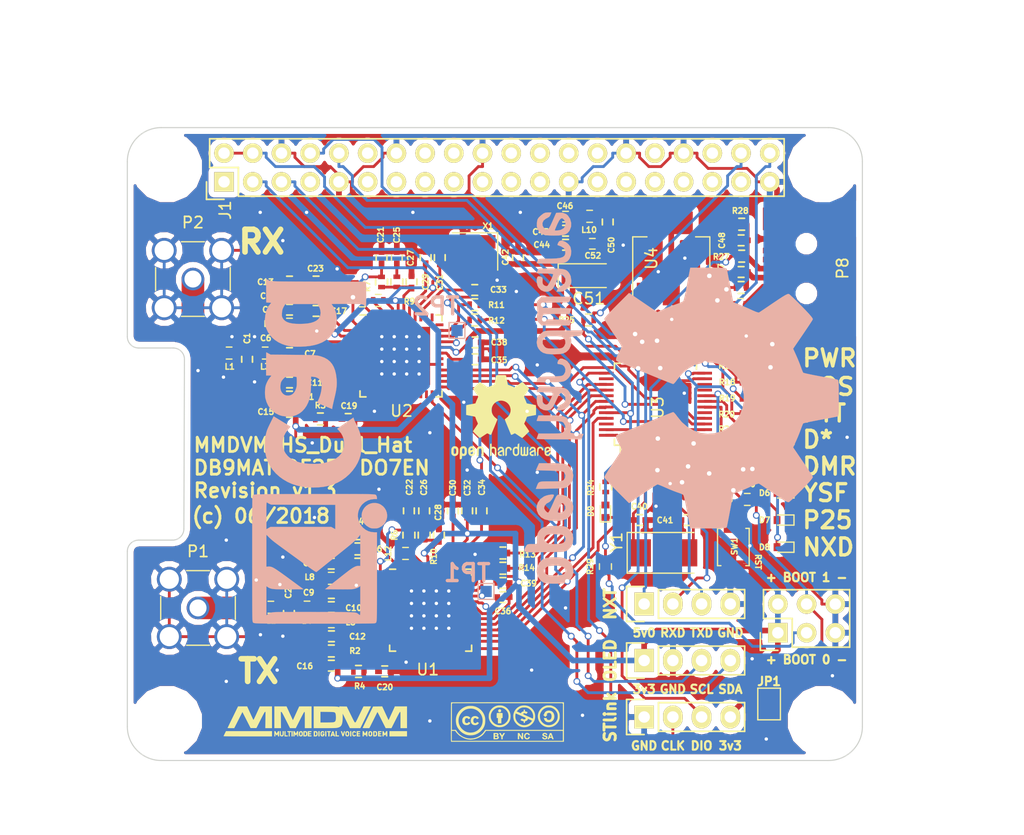
<source format=kicad_pcb>
(kicad_pcb (version 20171130) (host pcbnew 5.0.0-rc2-unknown-5c65881~65~ubuntu18.04.1)

  (general
    (thickness 1.6)
    (drawings 56)
    (tracks 1262)
    (zones 0)
    (modules 213)
    (nets 100)
  )

  (page A4)
  (title_block
    (title MMDVM_HS_Dual_Hat)
    (date 2018-06-12)
    (rev 1.3)
    (company DB9MAT+DF2ET+DO7EN)
  )

  (layers
    (0 F.Cu signal)
    (31 B.Cu signal)
    (32 B.Adhes user)
    (33 F.Adhes user)
    (34 B.Paste user)
    (35 F.Paste user)
    (36 B.SilkS user)
    (37 F.SilkS user)
    (38 B.Mask user)
    (39 F.Mask user)
    (40 Dwgs.User user)
    (41 Cmts.User user)
    (42 Eco1.User user)
    (43 Eco2.User user)
    (44 Edge.Cuts user)
    (45 Margin user)
    (46 B.CrtYd user hide)
    (47 F.CrtYd user hide)
    (48 B.Fab user)
    (49 F.Fab user)
  )

  (setup
    (last_trace_width 0.25)
    (user_trace_width 0.01)
    (user_trace_width 0.02)
    (user_trace_width 0.05)
    (user_trace_width 0.1)
    (user_trace_width 0.2)
    (user_trace_width 0.3)
    (user_trace_width 0.5)
    (trace_clearance 0.2)
    (zone_clearance 0.508)
    (zone_45_only no)
    (trace_min 0.01)
    (segment_width 0.2)
    (edge_width 0.1)
    (via_size 0.6)
    (via_drill 0.4)
    (via_min_size 0.4)
    (via_min_drill 0.3)
    (uvia_size 0.3)
    (uvia_drill 0.1)
    (uvias_allowed no)
    (uvia_min_size 0.2)
    (uvia_min_drill 0.1)
    (pcb_text_width 0.3)
    (pcb_text_size 1.5 1.5)
    (mod_edge_width 0.15)
    (mod_text_size 1 1)
    (mod_text_width 0.15)
    (pad_size 1 1)
    (pad_drill 0)
    (pad_to_mask_clearance 0)
    (aux_axis_origin 0 0)
    (visible_elements 7EFFFF79)
    (pcbplotparams
      (layerselection 0x010f8_ffffffff)
      (usegerberextensions true)
      (usegerberattributes false)
      (usegerberadvancedattributes false)
      (creategerberjobfile false)
      (excludeedgelayer true)
      (linewidth 0.100000)
      (plotframeref false)
      (viasonmask false)
      (mode 1)
      (useauxorigin true)
      (hpglpennumber 1)
      (hpglpenspeed 20)
      (hpglpendiameter 15.000000)
      (psnegative false)
      (psa4output false)
      (plotreference true)
      (plotvalue true)
      (plotinvisibletext false)
      (padsonsilk false)
      (subtractmaskfromsilk false)
      (outputformat 1)
      (mirror false)
      (drillshape 0)
      (scaleselection 1)
      (outputdirectory gerber/))
  )

  (net 0 "")
  (net 1 "Net-(J1-Pad38)")
  (net 2 "Net-(C1-Pad1)")
  (net 3 GND)
  (net 4 "Net-(C2-Pad1)")
  (net 5 "Net-(C6-Pad1)")
  (net 6 "Net-(C6-Pad2)")
  (net 7 "Net-(C7-Pad1)")
  (net 8 "Net-(C9-Pad1)")
  (net 9 "Net-(C10-Pad2)")
  (net 10 "Net-(C10-Pad1)")
  (net 11 "Net-(C11-Pad1)")
  (net 12 "Net-(C12-Pad1)")
  (net 13 "Net-(C13-Pad1)")
  (net 14 "Net-(C14-Pad1)")
  (net 15 "Net-(C19-Pad1)")
  (net 16 "Net-(C20-Pad1)")
  (net 17 "Net-(C21-Pad1)")
  (net 18 "Net-(C22-Pad1)")
  (net 19 "Net-(C23-Pad1)")
  (net 20 "Net-(C23-Pad2)")
  (net 21 "Net-(C24-Pad1)")
  (net 22 "Net-(C24-Pad2)")
  (net 23 "Net-(C25-Pad1)")
  (net 24 "Net-(C26-Pad1)")
  (net 25 "Net-(C27-Pad1)")
  (net 26 "Net-(C28-Pad1)")
  (net 27 "Net-(C29-Pad2)")
  (net 28 "Net-(C30-Pad2)")
  (net 29 "Net-(C35-Pad2)")
  (net 30 "Net-(C36-Pad2)")
  (net 31 NRST)
  (net 32 +3V3)
  (net 33 SERVICE)
  (net 34 +5V)
  (net 35 SDA)
  (net 36 SCL)
  (net 37 RXD)
  (net 38 TXD)
  (net 39 "Net-(L1-Pad1)")
  (net 40 "Net-(L2-Pad1)")
  (net 41 DISP_TXD)
  (net 42 DISP_RXD)
  (net 43 SWDIO)
  (net 44 SWCLK)
  (net 45 BOOT0)
  (net 46 "Net-(R2-Pad1)")
  (net 47 "Net-(R3-Pad1)")
  (net 48 "Net-(R4-Pad1)")
  (net 49 DCLK2)
  (net 50 "Net-(R12-Pad2)")
  (net 51 DATA2)
  (net 52 "Net-(R13-Pad2)")
  (net 53 DCLK1)
  (net 54 "Net-(R14-Pad2)")
  (net 55 DATA1)
  (net 56 COS_LED)
  (net 57 PTT_LED)
  (net 58 DMR_LED)
  (net 59 DSTAR_LED)
  (net 60 YSF_LED)
  (net 61 P25_LED)
  (net 62 CE)
  (net 63 SLE2)
  (net 64 SDATA)
  (net 65 SREAD)
  (net 66 SCLK)
  (net 67 SLE1)
  (net 68 "Net-(C40-Pad1)")
  (net 69 D-)
  (net 70 D+)
  (net 71 NXDN_LED)
  (net 72 "Net-(C33-Pad2)")
  (net 73 "Net-(C34-Pad1)")
  (net 74 "Net-(C47-Pad1)")
  (net 75 "Net-(C48-Pad2)")
  (net 76 "Net-(C49-Pad2)")
  (net 77 "Net-(C50-Pad1)")
  (net 78 "Net-(R1-Pad1)")
  (net 79 "Net-(R11-Pad2)")
  (net 80 "Net-(C33-Pad1)")
  (net 81 "Net-(C41-Pad1)")
  (net 82 "Net-(D1-Pad2)")
  (net 83 "Net-(D2-Pad2)")
  (net 84 "Net-(D3-Pad2)")
  (net 85 "Net-(D4-Pad2)")
  (net 86 "Net-(D5-Pad2)")
  (net 87 "Net-(D6-Pad2)")
  (net 88 "Net-(D7-Pad2)")
  (net 89 "Net-(D8-Pad2)")
  (net 90 "Net-(D0-Pad2)")
  (net 91 "Net-(P7-Pad3)")
  (net 92 BOOT1)
  (net 93 "Net-(L11-Pad1)")
  (net 94 "Net-(L11-Pad2)")
  (net 95 "Net-(L12-Pad2)")
  (net 96 "Net-(L12-Pad1)")
  (net 97 "Net-(JP1-Pad1)")
  (net 98 SWD_TP1)
  (net 99 SWD_TP2)

  (net_class Default "This is the default net class."
    (clearance 0.2)
    (trace_width 0.25)
    (via_dia 0.6)
    (via_drill 0.4)
    (uvia_dia 0.3)
    (uvia_drill 0.1)
    (add_net +3V3)
    (add_net +5V)
    (add_net BOOT0)
    (add_net BOOT1)
    (add_net CE)
    (add_net COS_LED)
    (add_net D+)
    (add_net D-)
    (add_net DATA1)
    (add_net DATA2)
    (add_net DCLK1)
    (add_net DCLK2)
    (add_net DISP_RXD)
    (add_net DISP_TXD)
    (add_net DMR_LED)
    (add_net DSTAR_LED)
    (add_net GND)
    (add_net NRST)
    (add_net NXDN_LED)
    (add_net "Net-(C1-Pad1)")
    (add_net "Net-(C10-Pad1)")
    (add_net "Net-(C10-Pad2)")
    (add_net "Net-(C11-Pad1)")
    (add_net "Net-(C12-Pad1)")
    (add_net "Net-(C13-Pad1)")
    (add_net "Net-(C14-Pad1)")
    (add_net "Net-(C19-Pad1)")
    (add_net "Net-(C2-Pad1)")
    (add_net "Net-(C20-Pad1)")
    (add_net "Net-(C21-Pad1)")
    (add_net "Net-(C22-Pad1)")
    (add_net "Net-(C23-Pad1)")
    (add_net "Net-(C23-Pad2)")
    (add_net "Net-(C24-Pad1)")
    (add_net "Net-(C24-Pad2)")
    (add_net "Net-(C25-Pad1)")
    (add_net "Net-(C26-Pad1)")
    (add_net "Net-(C27-Pad1)")
    (add_net "Net-(C28-Pad1)")
    (add_net "Net-(C29-Pad2)")
    (add_net "Net-(C30-Pad2)")
    (add_net "Net-(C33-Pad1)")
    (add_net "Net-(C33-Pad2)")
    (add_net "Net-(C34-Pad1)")
    (add_net "Net-(C35-Pad2)")
    (add_net "Net-(C36-Pad2)")
    (add_net "Net-(C40-Pad1)")
    (add_net "Net-(C41-Pad1)")
    (add_net "Net-(C47-Pad1)")
    (add_net "Net-(C48-Pad2)")
    (add_net "Net-(C49-Pad2)")
    (add_net "Net-(C50-Pad1)")
    (add_net "Net-(C6-Pad1)")
    (add_net "Net-(C6-Pad2)")
    (add_net "Net-(C7-Pad1)")
    (add_net "Net-(C9-Pad1)")
    (add_net "Net-(D0-Pad2)")
    (add_net "Net-(D1-Pad2)")
    (add_net "Net-(D2-Pad2)")
    (add_net "Net-(D3-Pad2)")
    (add_net "Net-(D4-Pad2)")
    (add_net "Net-(D5-Pad2)")
    (add_net "Net-(D6-Pad2)")
    (add_net "Net-(D7-Pad2)")
    (add_net "Net-(D8-Pad2)")
    (add_net "Net-(J1-Pad38)")
    (add_net "Net-(JP1-Pad1)")
    (add_net "Net-(L1-Pad1)")
    (add_net "Net-(L11-Pad1)")
    (add_net "Net-(L11-Pad2)")
    (add_net "Net-(L12-Pad1)")
    (add_net "Net-(L12-Pad2)")
    (add_net "Net-(L2-Pad1)")
    (add_net "Net-(P7-Pad3)")
    (add_net "Net-(R1-Pad1)")
    (add_net "Net-(R11-Pad2)")
    (add_net "Net-(R12-Pad2)")
    (add_net "Net-(R13-Pad2)")
    (add_net "Net-(R14-Pad2)")
    (add_net "Net-(R2-Pad1)")
    (add_net "Net-(R3-Pad1)")
    (add_net "Net-(R4-Pad1)")
    (add_net P25_LED)
    (add_net PTT_LED)
    (add_net RXD)
    (add_net SCL)
    (add_net SCLK)
    (add_net SDA)
    (add_net SDATA)
    (add_net SERVICE)
    (add_net SLE1)
    (add_net SLE2)
    (add_net SREAD)
    (add_net SWCLK)
    (add_net SWDIO)
    (add_net SWD_TP1)
    (add_net SWD_TP2)
    (add_net TXD)
    (add_net YSF_LED)
  )

  (module MMDVM:VIA-0.6mm (layer F.Cu) (tedit 5A84609C) (tstamp 5B21A9BD)
    (at 145.5 129.5)
    (fp_text reference REF** (at 0 1.27) (layer F.SilkS) hide
      (effects (font (size 1 1) (thickness 0.15)))
    )
    (fp_text value VIA-0.6mm (at 0 -1.27) (layer F.Fab) hide
      (effects (font (size 1 1) (thickness 0.15)))
    )
    (pad 1 thru_hole circle (at 0 0) (size 0.6 0.6) (drill 0.3) (layers *.Cu)
      (net 3 GND) (zone_connect 2))
  )

  (module MMDVM:VIA-0.6mm (layer F.Cu) (tedit 5A84609C) (tstamp 5B21A9AD)
    (at 129 125)
    (fp_text reference REF** (at 0 1.27) (layer F.SilkS) hide
      (effects (font (size 1 1) (thickness 0.15)))
    )
    (fp_text value VIA-0.6mm (at 0 -1.27) (layer F.Fab) hide
      (effects (font (size 1 1) (thickness 0.15)))
    )
    (pad 1 thru_hole circle (at 0 0) (size 0.6 0.6) (drill 0.3) (layers *.Cu)
      (net 3 GND) (zone_connect 2))
  )

  (module MMDVM:VIA-0.6mm (layer F.Cu) (tedit 5A84609C) (tstamp 5B2195B7)
    (at 138.25 114)
    (fp_text reference REF** (at 0 1.27) (layer F.SilkS) hide
      (effects (font (size 1 1) (thickness 0.15)))
    )
    (fp_text value VIA-0.6mm (at 0 -1.27) (layer F.Fab) hide
      (effects (font (size 1 1) (thickness 0.15)))
    )
    (pad 1 thru_hole circle (at 0 0) (size 0.6 0.6) (drill 0.3) (layers *.Cu)
      (net 3 GND) (zone_connect 2))
  )

  (module MMDVM:VIA-0.6mm (layer F.Cu) (tedit 5A84609C) (tstamp 5AA94B98)
    (at 112.1 107.6)
    (fp_text reference REF** (at 0 1.27) (layer F.SilkS) hide
      (effects (font (size 1 1) (thickness 0.15)))
    )
    (fp_text value VIA-0.6mm (at 0 -1.27) (layer F.Fab) hide
      (effects (font (size 1 1) (thickness 0.15)))
    )
    (pad 1 thru_hole circle (at 0 0) (size 0.6 0.6) (drill 0.3) (layers *.Cu)
      (net 3 GND) (zone_connect 2))
  )

  (module MMDVM:VIA-0.6mm (layer F.Cu) (tedit 5A84609C) (tstamp 5AA94B79)
    (at 114.9 129.8)
    (fp_text reference REF** (at 0 1.27) (layer F.SilkS) hide
      (effects (font (size 1 1) (thickness 0.15)))
    )
    (fp_text value VIA-0.6mm (at 0 -1.27) (layer F.Fab) hide
      (effects (font (size 1 1) (thickness 0.15)))
    )
    (pad 1 thru_hole circle (at 0 0) (size 0.6 0.6) (drill 0.3) (layers *.Cu)
      (net 3 GND) (zone_connect 2))
  )

  (module MMDVM:VIA-0.6mm (layer F.Cu) (tedit 5A84609C) (tstamp 5AA94B6C)
    (at 106.8 117)
    (fp_text reference REF** (at 0 1.27) (layer F.SilkS) hide
      (effects (font (size 1 1) (thickness 0.15)))
    )
    (fp_text value VIA-0.6mm (at 0 -1.27) (layer F.Fab) hide
      (effects (font (size 1 1) (thickness 0.15)))
    )
    (pad 1 thru_hole circle (at 0 0) (size 0.6 0.6) (drill 0.3) (layers *.Cu)
      (net 3 GND) (zone_connect 2))
  )

  (module MMDVM:VIA-0.6mm (layer F.Cu) (tedit 5A84609C) (tstamp 5AA94B5A)
    (at 120.3 112.8)
    (fp_text reference REF** (at 0 1.27) (layer F.SilkS) hide
      (effects (font (size 1 1) (thickness 0.15)))
    )
    (fp_text value VIA-0.6mm (at 0 -1.27) (layer F.Fab) hide
      (effects (font (size 1 1) (thickness 0.15)))
    )
    (pad 1 thru_hole circle (at 0 0) (size 0.6 0.6) (drill 0.3) (layers *.Cu)
      (net 3 GND) (zone_connect 2))
  )

  (module MMDVM:VIA-0.6mm (layer F.Cu) (tedit 5A84609C) (tstamp 5AA94B4B)
    (at 106.6 110.4)
    (fp_text reference REF** (at 0 1.27) (layer F.SilkS) hide
      (effects (font (size 1 1) (thickness 0.15)))
    )
    (fp_text value VIA-0.6mm (at 0 -1.27) (layer F.Fab) hide
      (effects (font (size 1 1) (thickness 0.15)))
    )
    (pad 1 thru_hole circle (at 0 0) (size 0.6 0.6) (drill 0.3) (layers *.Cu)
      (net 3 GND) (zone_connect 2))
  )

  (module MMDVM:VIA-0.6mm (layer F.Cu) (tedit 5A84609C) (tstamp 5AA94B39)
    (at 120 106.8)
    (fp_text reference REF** (at 0 1.27) (layer F.SilkS) hide
      (effects (font (size 1 1) (thickness 0.15)))
    )
    (fp_text value VIA-0.6mm (at 0 -1.27) (layer F.Fab) hide
      (effects (font (size 1 1) (thickness 0.15)))
    )
    (pad 1 thru_hole circle (at 0 0) (size 0.6 0.6) (drill 0.3) (layers *.Cu)
      (net 3 GND) (zone_connect 2))
  )

  (module MMDVM:VIA-0.6mm (layer F.Cu) (tedit 5A84609C) (tstamp 5AA94B20)
    (at 108.8 95)
    (fp_text reference REF** (at 0 1.27) (layer F.SilkS) hide
      (effects (font (size 1 1) (thickness 0.15)))
    )
    (fp_text value VIA-0.6mm (at 0 -1.27) (layer F.Fab) hide
      (effects (font (size 1 1) (thickness 0.15)))
    )
    (pad 1 thru_hole circle (at 0 0) (size 0.6 0.6) (drill 0.3) (layers *.Cu)
      (net 3 GND) (zone_connect 2))
  )

  (module MMDVM:VIA-0.6mm (layer F.Cu) (tedit 5A84609C) (tstamp 5AA94B0A)
    (at 145.3 119.5)
    (fp_text reference REF** (at 0 1.27) (layer F.SilkS) hide
      (effects (font (size 1 1) (thickness 0.15)))
    )
    (fp_text value VIA-0.6mm (at 0 -1.27) (layer F.Fab) hide
      (effects (font (size 1 1) (thickness 0.15)))
    )
    (pad 1 thru_hole circle (at 0 0) (size 0.6 0.6) (drill 0.3) (layers *.Cu)
      (net 3 GND) (zone_connect 2))
  )

  (module MMDVM:VIA-0.6mm (layer F.Cu) (tedit 5A84609C) (tstamp 5AA94B00)
    (at 125.6 107.6)
    (fp_text reference REF** (at 0 1.27) (layer F.SilkS) hide
      (effects (font (size 1 1) (thickness 0.15)))
    )
    (fp_text value VIA-0.6mm (at 0 -1.27) (layer F.Fab) hide
      (effects (font (size 1 1) (thickness 0.15)))
    )
    (pad 1 thru_hole circle (at 0 0) (size 0.6 0.6) (drill 0.3) (layers *.Cu)
      (net 3 GND) (zone_connect 2))
  )

  (module MMDVM:VIA-0.6mm (layer F.Cu) (tedit 5A84609C) (tstamp 5AA94AF6)
    (at 106.1 90)
    (fp_text reference REF** (at 0 1.27) (layer F.SilkS) hide
      (effects (font (size 1 1) (thickness 0.15)))
    )
    (fp_text value VIA-0.6mm (at 0 -1.27) (layer F.Fab) hide
      (effects (font (size 1 1) (thickness 0.15)))
    )
    (pad 1 thru_hole circle (at 0 0) (size 0.6 0.6) (drill 0.3) (layers *.Cu)
      (net 3 GND) (zone_connect 2))
  )

  (module Capacitors_SMD:C_0402 (layer F.Cu) (tedit 5AB4CD81) (tstamp 5A6842B3)
    (at 109.78 108.28)
    (descr "Capacitor SMD 0402, reflow soldering, AVX (see smccp.pdf)")
    (tags "capacitor 0402")
    (path /5A68A776)
    (attr smd)
    (fp_text reference C19 (at 0.07 -1.16) (layer F.SilkS)
      (effects (font (size 0.5 0.5) (thickness 0.125)))
    )
    (fp_text value 100n (at -0.052 0.03) (layer F.Fab)
      (effects (font (size 0.5 0.5) (thickness 0.125)))
    )
    (fp_line (start -1.15 -0.6) (end 1.15 -0.6) (layer F.CrtYd) (width 0.05))
    (fp_line (start -1.15 0.6) (end 1.15 0.6) (layer F.CrtYd) (width 0.05))
    (fp_line (start -1.15 -0.6) (end -1.15 0.6) (layer F.CrtYd) (width 0.05))
    (fp_line (start 1.15 -0.6) (end 1.15 0.6) (layer F.CrtYd) (width 0.05))
    (fp_line (start 0.25 -0.475) (end -0.25 -0.475) (layer F.SilkS) (width 0.15))
    (fp_line (start -0.25 0.475) (end 0.25 0.475) (layer F.SilkS) (width 0.15))
    (pad 1 smd rect (at -0.55 0) (size 0.6 0.5) (layers F.Cu F.Paste F.Mask)
      (net 15 "Net-(C19-Pad1)"))
    (pad 2 smd rect (at 0.55 0) (size 0.6 0.5) (layers F.Cu F.Paste F.Mask)
      (net 3 GND))
    (model ${KISYS3DMOD}/Capacitor_SMD.3dshapes/C_0402_1005Metric.wrl
      (at (xyz 0 0 0))
      (scale (xyz 1 1 1))
      (rotate (xyz 0 0 0))
    )
  )

  (module MMDVM:VIA-0.6mm (layer F.Cu) (tedit 5A84609C) (tstamp 5A9D2ADE)
    (at 138.39 99.47)
    (fp_text reference REF** (at 0 1.27) (layer F.SilkS) hide
      (effects (font (size 1 1) (thickness 0.15)))
    )
    (fp_text value VIA-0.6mm (at 0 -1.27) (layer F.Fab) hide
      (effects (font (size 1 1) (thickness 0.15)))
    )
    (pad 1 thru_hole circle (at 0 0) (size 0.6 0.6) (drill 0.3) (layers *.Cu)
      (net 3 GND) (zone_connect 2))
  )

  (module MMDVM:VIA-0.6mm (layer F.Cu) (tedit 5A84609C) (tstamp 5A9D2AD4)
    (at 144.98 100.94)
    (fp_text reference REF** (at 0 1.27) (layer F.SilkS) hide
      (effects (font (size 1 1) (thickness 0.15)))
    )
    (fp_text value VIA-0.6mm (at 0 -1.27) (layer F.Fab) hide
      (effects (font (size 1 1) (thickness 0.15)))
    )
    (pad 1 thru_hole circle (at 0 0) (size 0.6 0.6) (drill 0.3) (layers *.Cu)
      (net 3 GND) (zone_connect 2))
  )

  (module MMDVM:VIA-0.6mm (layer F.Cu) (tedit 5A84609C) (tstamp 5A9D295F)
    (at 122.95 96)
    (fp_text reference REF** (at 0 1.27) (layer F.SilkS) hide
      (effects (font (size 1 1) (thickness 0.15)))
    )
    (fp_text value VIA-0.6mm (at 0 -1.27) (layer F.Fab) hide
      (effects (font (size 1 1) (thickness 0.15)))
    )
    (pad 1 thru_hole circle (at 0 0) (size 0.6 0.6) (drill 0.3) (layers *.Cu)
      (net 3 GND) (zone_connect 2))
  )

  (module MMDVM:VIA-0.6mm (layer F.Cu) (tedit 5A84609C) (tstamp 5A9D2955)
    (at 124.65 97)
    (fp_text reference REF** (at 0 1.27) (layer F.SilkS) hide
      (effects (font (size 1 1) (thickness 0.15)))
    )
    (fp_text value VIA-0.6mm (at 0 -1.27) (layer F.Fab) hide
      (effects (font (size 1 1) (thickness 0.15)))
    )
    (pad 1 thru_hole circle (at 0 0) (size 0.6 0.6) (drill 0.3) (layers *.Cu)
      (net 3 GND) (zone_connect 2))
  )

  (module MMDVM:VIA-0.6mm (layer F.Cu) (tedit 5A84609C) (tstamp 5A9D28E9)
    (at 134.1 92.9)
    (fp_text reference REF** (at 0 1.27) (layer F.SilkS) hide
      (effects (font (size 1 1) (thickness 0.15)))
    )
    (fp_text value VIA-0.6mm (at 0 -1.27) (layer F.Fab) hide
      (effects (font (size 1 1) (thickness 0.15)))
    )
    (pad 1 thru_hole circle (at 0 0) (size 0.6 0.6) (drill 0.3) (layers *.Cu)
      (net 3 GND) (zone_connect 2))
  )

  (module MMDVM:VIA-0.6mm (layer F.Cu) (tedit 5A84609C) (tstamp 5A9D28DF)
    (at 139.55 94.05)
    (fp_text reference REF** (at 0 1.27) (layer F.SilkS) hide
      (effects (font (size 1 1) (thickness 0.15)))
    )
    (fp_text value VIA-0.6mm (at 0 -1.27) (layer F.Fab) hide
      (effects (font (size 1 1) (thickness 0.15)))
    )
    (pad 1 thru_hole circle (at 0 0) (size 0.6 0.6) (drill 0.3) (layers *.Cu)
      (net 3 GND) (zone_connect 2))
  )

  (module MMDVM:VIA-0.6mm (layer F.Cu) (tedit 5A84609C) (tstamp 5A9D28D5)
    (at 137.2 95.25)
    (fp_text reference REF** (at 0 1.27) (layer F.SilkS) hide
      (effects (font (size 1 1) (thickness 0.15)))
    )
    (fp_text value VIA-0.6mm (at 0 -1.27) (layer F.Fab) hide
      (effects (font (size 1 1) (thickness 0.15)))
    )
    (pad 1 thru_hole circle (at 0 0) (size 0.6 0.6) (drill 0.3) (layers *.Cu)
      (net 3 GND) (zone_connect 2))
  )

  (module Inductors_SMD:L_0402 (layer F.Cu) (tedit 5AB4CDA9) (tstamp 5A99ACDE)
    (at 112.44 97.79)
    (descr "Resistor SMD 0402, reflow soldering, Vishay (see dcrcw.pdf)")
    (tags "resistor 0402")
    (path /5A9D350B)
    (attr smd)
    (fp_text reference L11 (at -1.39 0.01 90) (layer F.SilkS)
      (effects (font (size 0.5 0.5) (thickness 0.125)))
    )
    (fp_text value 18n (at -1.696 0.508) (layer F.Fab)
      (effects (font (size 0.5 0.5) (thickness 0.125)))
    )
    (fp_text user %R (at 0 0) (layer F.Fab)
      (effects (font (size 0.2 0.2) (thickness 0.03)))
    )
    (fp_line (start -0.5 0.25) (end -0.5 -0.25) (layer F.Fab) (width 0.1))
    (fp_line (start 0.5 0.25) (end -0.5 0.25) (layer F.Fab) (width 0.1))
    (fp_line (start 0.5 -0.25) (end 0.5 0.25) (layer F.Fab) (width 0.1))
    (fp_line (start -0.5 -0.25) (end 0.5 -0.25) (layer F.Fab) (width 0.1))
    (fp_line (start -0.95 -0.65) (end 0.95 -0.65) (layer F.CrtYd) (width 0.05))
    (fp_line (start -0.95 0.65) (end 0.95 0.65) (layer F.CrtYd) (width 0.05))
    (fp_line (start -0.95 -0.65) (end -0.95 0.65) (layer F.CrtYd) (width 0.05))
    (fp_line (start 0.95 -0.65) (end 0.95 0.65) (layer F.CrtYd) (width 0.05))
    (fp_line (start 0.25 -0.53) (end -0.25 -0.53) (layer F.SilkS) (width 0.12))
    (fp_line (start -0.25 0.53) (end 0.25 0.53) (layer F.SilkS) (width 0.12))
    (pad 1 smd rect (at -0.45 0) (size 0.4 0.6) (layers F.Cu F.Paste F.Mask)
      (net 93 "Net-(L11-Pad1)"))
    (pad 2 smd rect (at 0.45 0) (size 0.4 0.6) (layers F.Cu F.Paste F.Mask)
      (net 94 "Net-(L11-Pad2)"))
    (model ${KISYS3DMOD}/Inductor_SMD.3dshapes/L_0402_1005Metric.wrl
      (at (xyz 0 0 0))
      (scale (xyz 1 1 1))
      (rotate (xyz 0 0 0))
    )
  )

  (module Inductors_SMD:L_0402 (layer F.Cu) (tedit 5AB4D7DF) (tstamp 5AB6A96B)
    (at 114.85 120.18)
    (descr "Resistor SMD 0402, reflow soldering, Vishay (see dcrcw.pdf)")
    (tags "resistor 0402")
    (path /5A9A9455)
    (attr smd)
    (fp_text reference L12 (at -1.53 0.01 90) (layer F.SilkS)
      (effects (font (size 0.5 0.5) (thickness 0.125)))
    )
    (fp_text value 18n (at 0.212 1.232 180) (layer F.Fab)
      (effects (font (size 0.5 0.5) (thickness 0.125)))
    )
    (fp_text user %R (at 0 0) (layer F.Fab)
      (effects (font (size 0.2 0.2) (thickness 0.03)))
    )
    (fp_line (start -0.5 0.25) (end -0.5 -0.25) (layer F.Fab) (width 0.1))
    (fp_line (start 0.5 0.25) (end -0.5 0.25) (layer F.Fab) (width 0.1))
    (fp_line (start 0.5 -0.25) (end 0.5 0.25) (layer F.Fab) (width 0.1))
    (fp_line (start -0.5 -0.25) (end 0.5 -0.25) (layer F.Fab) (width 0.1))
    (fp_line (start -0.95 -0.65) (end 0.95 -0.65) (layer F.CrtYd) (width 0.05))
    (fp_line (start -0.95 0.65) (end 0.95 0.65) (layer F.CrtYd) (width 0.05))
    (fp_line (start -0.95 -0.65) (end -0.95 0.65) (layer F.CrtYd) (width 0.05))
    (fp_line (start 0.95 -0.65) (end 0.95 0.65) (layer F.CrtYd) (width 0.05))
    (fp_line (start 0.25 -0.53) (end -0.25 -0.53) (layer F.SilkS) (width 0.12))
    (fp_line (start -0.25 0.53) (end 0.25 0.53) (layer F.SilkS) (width 0.12))
    (pad 1 smd rect (at -0.45 0) (size 0.4 0.6) (layers F.Cu F.Paste F.Mask)
      (net 96 "Net-(L12-Pad1)"))
    (pad 2 smd rect (at 0.45 0) (size 0.4 0.6) (layers F.Cu F.Paste F.Mask)
      (net 95 "Net-(L12-Pad2)"))
    (model ${KISYS3DMOD}/Inductor_SMD.3dshapes/L_0402_1005Metric.wrl
      (at (xyz 0 0 0))
      (scale (xyz 1 1 1))
      (rotate (xyz 0 0 0))
    )
  )

  (module MMDVM:VIA-0.6mm (layer F.Cu) (tedit 5A84609C) (tstamp 5AC239B6)
    (at 152.6 131)
    (fp_text reference REF** (at 0 1.27) (layer F.SilkS) hide
      (effects (font (size 1 1) (thickness 0.15)))
    )
    (fp_text value VIA-0.6mm (at 0 -1.27) (layer F.Fab) hide
      (effects (font (size 1 1) (thickness 0.15)))
    )
    (pad 1 thru_hole circle (at 0 0) (size 0.6 0.6) (drill 0.3) (layers *.Cu)
      (net 3 GND) (zone_connect 2))
  )

  (module MMDVM:VIA-0.6mm (layer F.Cu) (tedit 5A84609C) (tstamp 5A8596B9)
    (at 96.5 104)
    (fp_text reference REF** (at 0 1.27) (layer F.SilkS) hide
      (effects (font (size 1 1) (thickness 0.15)))
    )
    (fp_text value VIA-0.6mm (at 0 -1.27) (layer F.Fab) hide
      (effects (font (size 1 1) (thickness 0.15)))
    )
    (pad 1 thru_hole circle (at 0 0) (size 0.6 0.6) (drill 0.3) (layers *.Cu)
      (net 3 GND) (zone_connect 2))
  )

  (module MMDVM:VIA-0.6mm (layer F.Cu) (tedit 5A84609C) (tstamp 5A8596A2)
    (at 107 100.5)
    (fp_text reference REF** (at 0 1.27) (layer F.SilkS) hide
      (effects (font (size 1 1) (thickness 0.15)))
    )
    (fp_text value VIA-0.6mm (at 0 -1.27) (layer F.Fab) hide
      (effects (font (size 1 1) (thickness 0.15)))
    )
    (pad 1 thru_hole circle (at 0 0) (size 0.6 0.6) (drill 0.3) (layers *.Cu)
      (net 3 GND) (zone_connect 2))
  )

  (module MMDVM:VIA-0.6mm (layer F.Cu) (tedit 5A84609C) (tstamp 5A8EEE3E)
    (at 104 127.5)
    (fp_text reference REF** (at 0 1.27) (layer F.SilkS) hide
      (effects (font (size 1 1) (thickness 0.15)))
    )
    (fp_text value VIA-0.6mm (at 0 -1.27) (layer F.Fab) hide
      (effects (font (size 1 1) (thickness 0.15)))
    )
    (pad 1 thru_hole circle (at 0 0) (size 0.6 0.6) (drill 0.3) (layers *.Cu)
      (net 3 GND) (zone_connect 2))
  )

  (module MMDVM:VIA-0.6mm (layer F.Cu) (tedit 5A84609C) (tstamp 5A8EEE36)
    (at 98.75 104.58)
    (fp_text reference REF** (at 0 1.27) (layer F.SilkS) hide
      (effects (font (size 1 1) (thickness 0.15)))
    )
    (fp_text value VIA-0.6mm (at 0 -1.27) (layer F.Fab) hide
      (effects (font (size 1 1) (thickness 0.15)))
    )
    (pad 1 thru_hole circle (at 0 0) (size 0.6 0.6) (drill 0.3) (layers *.Cu)
      (net 3 GND) (zone_connect 2))
  )

  (module MMDVM:VIA-0.6mm (layer F.Cu) (tedit 5A84609C) (tstamp 5A8EEE2E)
    (at 101.5 105)
    (fp_text reference REF** (at 0 1.27) (layer F.SilkS) hide
      (effects (font (size 1 1) (thickness 0.15)))
    )
    (fp_text value VIA-0.6mm (at 0 -1.27) (layer F.Fab) hide
      (effects (font (size 1 1) (thickness 0.15)))
    )
    (pad 1 thru_hole circle (at 0 0) (size 0.6 0.6) (drill 0.3) (layers *.Cu)
      (net 3 GND) (zone_connect 2))
  )

  (module MMDVM:VIA-0.6mm (layer F.Cu) (tedit 5A84609C) (tstamp 5A8EEE1E)
    (at 99.5 101)
    (fp_text reference REF** (at 0 1.27) (layer F.SilkS) hide
      (effects (font (size 1 1) (thickness 0.15)))
    )
    (fp_text value VIA-0.6mm (at 0 -1.27) (layer F.Fab) hide
      (effects (font (size 1 1) (thickness 0.15)))
    )
    (pad 1 thru_hole circle (at 0 0) (size 0.6 0.6) (drill 0.3) (layers *.Cu)
      (net 3 GND) (zone_connect 2))
  )

  (module MMDVM:VIA-0.6mm (layer F.Cu) (tedit 5A84609C) (tstamp 5A8EEE0C)
    (at 121 120.26)
    (fp_text reference REF** (at 0 1.27) (layer F.SilkS) hide
      (effects (font (size 1 1) (thickness 0.15)))
    )
    (fp_text value VIA-0.6mm (at 0 -1.27) (layer F.Fab) hide
      (effects (font (size 1 1) (thickness 0.15)))
    )
    (pad 1 thru_hole circle (at 0 0) (size 0.6 0.6) (drill 0.3) (layers *.Cu)
      (net 3 GND) (zone_connect 2))
  )

  (module MMDVM:VIA-0.6mm (layer F.Cu) (tedit 5A84609C) (tstamp 5A8EEE00)
    (at 153.9 109.9)
    (fp_text reference REF** (at 0 1.27) (layer F.SilkS) hide
      (effects (font (size 1 1) (thickness 0.15)))
    )
    (fp_text value VIA-0.6mm (at 0 -1.27) (layer F.Fab) hide
      (effects (font (size 1 1) (thickness 0.15)))
    )
    (pad 1 thru_hole circle (at 0 0) (size 0.6 0.6) (drill 0.3) (layers *.Cu)
      (net 3 GND) (zone_connect 2))
  )

  (module MMDVM:VIA-0.6mm (layer F.Cu) (tedit 5A84609C) (tstamp 5A8EEDF8)
    (at 117 135)
    (fp_text reference REF** (at 0 1.27) (layer F.SilkS) hide
      (effects (font (size 1 1) (thickness 0.15)))
    )
    (fp_text value VIA-0.6mm (at 0 -1.27) (layer F.Fab) hide
      (effects (font (size 1 1) (thickness 0.15)))
    )
    (pad 1 thru_hole circle (at 0 0) (size 0.6 0.6) (drill 0.3) (layers *.Cu)
      (net 3 GND) (zone_connect 2))
  )

  (module MMDVM:VIA-0.6mm (layer F.Cu) (tedit 5A84609C) (tstamp 5A8EEDF0)
    (at 99 131.5)
    (fp_text reference REF** (at 0 1.27) (layer F.SilkS) hide
      (effects (font (size 1 1) (thickness 0.15)))
    )
    (fp_text value VIA-0.6mm (at 0 -1.27) (layer F.Fab) hide
      (effects (font (size 1 1) (thickness 0.15)))
    )
    (pad 1 thru_hole circle (at 0 0) (size 0.6 0.6) (drill 0.3) (layers *.Cu)
      (net 3 GND) (zone_connect 2))
  )

  (module MMDVM:VIA-0.6mm (layer F.Cu) (tedit 5A84609C) (tstamp 5A8EEDE8)
    (at 99 119)
    (fp_text reference REF** (at 0 1.27) (layer F.SilkS) hide
      (effects (font (size 1 1) (thickness 0.15)))
    )
    (fp_text value VIA-0.6mm (at 0 -1.27) (layer F.Fab) hide
      (effects (font (size 1 1) (thickness 0.15)))
    )
    (pad 1 thru_hole circle (at 0 0) (size 0.6 0.6) (drill 0.3) (layers *.Cu)
      (net 3 GND) (zone_connect 2))
  )

  (module MMDVM:VIA-0.6mm (layer F.Cu) (tedit 5A84609C) (tstamp 5A8EEDE0)
    (at 104 120.5)
    (fp_text reference REF** (at 0 1.27) (layer F.SilkS) hide
      (effects (font (size 1 1) (thickness 0.15)))
    )
    (fp_text value VIA-0.6mm (at 0 -1.27) (layer F.Fab) hide
      (effects (font (size 1 1) (thickness 0.15)))
    )
    (pad 1 thru_hole circle (at 0 0) (size 0.6 0.6) (drill 0.3) (layers *.Cu)
      (net 3 GND) (zone_connect 2))
  )

  (module MMDVM:VIA-0.6mm (layer F.Cu) (tedit 5A84609C) (tstamp 5A8EEDD8)
    (at 104 92.5)
    (fp_text reference REF** (at 0 1.27) (layer F.SilkS) hide
      (effects (font (size 1 1) (thickness 0.15)))
    )
    (fp_text value VIA-0.6mm (at 0 -1.27) (layer F.Fab) hide
      (effects (font (size 1 1) (thickness 0.15)))
    )
    (pad 1 thru_hole circle (at 0 0) (size 0.6 0.6) (drill 0.3) (layers *.Cu)
      (net 3 GND) (zone_connect 2))
  )

  (module MMDVM:VIA-0.6mm (layer F.Cu) (tedit 5A84609C) (tstamp 5A8EEDCE)
    (at 101.5 101)
    (fp_text reference REF** (at 0 1.27) (layer F.SilkS) hide
      (effects (font (size 1 1) (thickness 0.15)))
    )
    (fp_text value VIA-0.6mm (at 0 -1.27) (layer F.Fab) hide
      (effects (font (size 1 1) (thickness 0.15)))
    )
    (pad 1 thru_hole circle (at 0 0) (size 0.6 0.6) (drill 0.3) (layers *.Cu)
      (net 3 GND) (zone_connect 2))
  )

  (module MMDVM:VIA-0.6mm (layer F.Cu) (tedit 5A84609C) (tstamp 5A8EEDB4)
    (at 146.75 136.6)
    (fp_text reference REF** (at 0 1.27) (layer F.SilkS) hide
      (effects (font (size 1 1) (thickness 0.15)))
    )
    (fp_text value VIA-0.6mm (at 0 -1.27) (layer F.Fab) hide
      (effects (font (size 1 1) (thickness 0.15)))
    )
    (pad 1 thru_hole circle (at 0 0) (size 0.6 0.6) (drill 0.3) (layers *.Cu)
      (net 3 GND) (zone_connect 2))
  )

  (module MMDVM:VIA-0.6mm (layer F.Cu) (tedit 5A84609C) (tstamp 5A8EEDAC)
    (at 130.5 134.5)
    (fp_text reference REF** (at 0 1.27) (layer F.SilkS) hide
      (effects (font (size 1 1) (thickness 0.15)))
    )
    (fp_text value VIA-0.6mm (at 0 -1.27) (layer F.Fab) hide
      (effects (font (size 1 1) (thickness 0.15)))
    )
    (pad 1 thru_hole circle (at 0 0) (size 0.6 0.6) (drill 0.3) (layers *.Cu)
      (net 3 GND) (zone_connect 2))
  )

  (module MMDVM:VIA-0.6mm (layer F.Cu) (tedit 5A84609C) (tstamp 5A8EEDA4)
    (at 137 116)
    (fp_text reference REF** (at 0 1.27) (layer F.SilkS) hide
      (effects (font (size 1 1) (thickness 0.15)))
    )
    (fp_text value VIA-0.6mm (at 0 -1.27) (layer F.Fab) hide
      (effects (font (size 1 1) (thickness 0.15)))
    )
    (pad 1 thru_hole circle (at 0 0) (size 0.6 0.6) (drill 0.3) (layers *.Cu)
      (net 3 GND) (zone_connect 2))
  )

  (module MMDVM:VIA-0.6mm (layer F.Cu) (tedit 5A84609C) (tstamp 5A8EED9C)
    (at 139.5 106)
    (fp_text reference REF** (at 0 1.27) (layer F.SilkS) hide
      (effects (font (size 1 1) (thickness 0.15)))
    )
    (fp_text value VIA-0.6mm (at 0 -1.27) (layer F.Fab) hide
      (effects (font (size 1 1) (thickness 0.15)))
    )
    (pad 1 thru_hole circle (at 0 0) (size 0.6 0.6) (drill 0.3) (layers *.Cu)
      (net 3 GND) (zone_connect 2))
  )

  (module MMDVM:VIA-0.6mm (layer F.Cu) (tedit 5A84609C) (tstamp 5A8EED94)
    (at 125 90)
    (fp_text reference REF** (at 0 1.27) (layer F.SilkS) hide
      (effects (font (size 1 1) (thickness 0.15)))
    )
    (fp_text value VIA-0.6mm (at 0 -1.27) (layer F.Fab) hide
      (effects (font (size 1 1) (thickness 0.15)))
    )
    (pad 1 thru_hole circle (at 0 0) (size 0.6 0.6) (drill 0.3) (layers *.Cu)
      (net 3 GND) (zone_connect 2))
  )

  (module MMDVM:VIA-0.6mm (layer F.Cu) (tedit 5A84609C) (tstamp 5A8EED6C)
    (at 102 90)
    (fp_text reference REF** (at 0 1.27) (layer F.SilkS) hide
      (effects (font (size 1 1) (thickness 0.15)))
    )
    (fp_text value VIA-0.6mm (at 0 -1.27) (layer F.Fab) hide
      (effects (font (size 1 1) (thickness 0.15)))
    )
    (pad 1 thru_hole circle (at 0 0) (size 0.6 0.6) (drill 0.3) (layers *.Cu)
      (net 3 GND) (zone_connect 2))
  )

  (module MMDVM:VIA-0.6mm (layer F.Cu) (tedit 5A84609C) (tstamp 5A8EED64)
    (at 115.5 90)
    (fp_text reference REF** (at 0 1.27) (layer F.SilkS) hide
      (effects (font (size 1 1) (thickness 0.15)))
    )
    (fp_text value VIA-0.6mm (at 0 -1.27) (layer F.Fab) hide
      (effects (font (size 1 1) (thickness 0.15)))
    )
    (pad 1 thru_hole circle (at 0 0) (size 0.6 0.6) (drill 0.3) (layers *.Cu)
      (net 3 GND) (zone_connect 2))
  )

  (module MMDVM:VIA-0.6mm (layer F.Cu) (tedit 5A84609C) (tstamp 5A8EED5C)
    (at 126.5 113)
    (fp_text reference REF** (at 0 1.27) (layer F.SilkS) hide
      (effects (font (size 1 1) (thickness 0.15)))
    )
    (fp_text value VIA-0.6mm (at 0 -1.27) (layer F.Fab) hide
      (effects (font (size 1 1) (thickness 0.15)))
    )
    (pad 1 thru_hole circle (at 0 0) (size 0.6 0.6) (drill 0.3) (layers *.Cu)
      (net 3 GND) (zone_connect 2))
  )

  (module MMDVM:VIA-0.6mm (layer F.Cu) (tedit 5A84609C) (tstamp 5A8EED54)
    (at 126.5 103.5)
    (fp_text reference REF** (at 0 1.27) (layer F.SilkS) hide
      (effects (font (size 1 1) (thickness 0.15)))
    )
    (fp_text value VIA-0.6mm (at 0 -1.27) (layer F.Fab) hide
      (effects (font (size 1 1) (thickness 0.15)))
    )
    (pad 1 thru_hole circle (at 0 0) (size 0.6 0.6) (drill 0.3) (layers *.Cu)
      (net 3 GND) (zone_connect 2))
  )

  (module MMDVM:VIA-0.6mm (layer F.Cu) (tedit 5A84609C) (tstamp 5A8EED4C)
    (at 117 109.5)
    (fp_text reference REF** (at 0 1.27) (layer F.SilkS) hide
      (effects (font (size 1 1) (thickness 0.15)))
    )
    (fp_text value VIA-0.6mm (at 0 -1.27) (layer F.Fab) hide
      (effects (font (size 1 1) (thickness 0.15)))
    )
    (pad 1 thru_hole circle (at 0 0) (size 0.6 0.6) (drill 0.3) (layers *.Cu)
      (net 3 GND) (zone_connect 2))
  )

  (module MMDVM:VIA-0.6mm (layer F.Cu) (tedit 5A84609C) (tstamp 5A8EED44)
    (at 126 130.5)
    (fp_text reference REF** (at 0 1.27) (layer F.SilkS) hide
      (effects (font (size 1 1) (thickness 0.15)))
    )
    (fp_text value VIA-0.6mm (at 0 -1.27) (layer F.Fab) hide
      (effects (font (size 1 1) (thickness 0.15)))
    )
    (pad 1 thru_hole circle (at 0 0) (size 0.6 0.6) (drill 0.3) (layers *.Cu)
      (net 3 GND) (zone_connect 2))
  )

  (module MMDVM:VIA-0.6mm (layer F.Cu) (tedit 5A84609C) (tstamp 5A8EED3C)
    (at 103.5 130.5)
    (fp_text reference REF** (at 0 1.27) (layer F.SilkS) hide
      (effects (font (size 1 1) (thickness 0.15)))
    )
    (fp_text value VIA-0.6mm (at 0 -1.27) (layer F.Fab) hide
      (effects (font (size 1 1) (thickness 0.15)))
    )
    (pad 1 thru_hole circle (at 0 0) (size 0.6 0.6) (drill 0.3) (layers *.Cu)
      (net 3 GND) (zone_connect 2))
  )

  (module MMDVM:VIA-0.6mm (layer F.Cu) (tedit 5A84609C) (tstamp 5A8EED34)
    (at 102.02 127.37)
    (fp_text reference REF** (at 0 1.27) (layer F.SilkS) hide
      (effects (font (size 1 1) (thickness 0.15)))
    )
    (fp_text value VIA-0.6mm (at 0 -1.27) (layer F.Fab) hide
      (effects (font (size 1 1) (thickness 0.15)))
    )
    (pad 1 thru_hole circle (at 0 0) (size 0.6 0.6) (drill 0.3) (layers *.Cu)
      (net 3 GND) (zone_connect 2))
  )

  (module MMDVM:VIA-0.6mm (layer F.Cu) (tedit 5A84609C) (tstamp 5A8EED2C)
    (at 103.74 122.93)
    (fp_text reference REF** (at 0 1.27) (layer F.SilkS) hide
      (effects (font (size 1 1) (thickness 0.15)))
    )
    (fp_text value VIA-0.6mm (at 0 -1.27) (layer F.Fab) hide
      (effects (font (size 1 1) (thickness 0.15)))
    )
    (pad 1 thru_hole circle (at 0 0) (size 0.6 0.6) (drill 0.3) (layers *.Cu)
      (net 3 GND) (zone_connect 2))
  )

  (module MMDVM:VIA-0.6mm (layer F.Cu) (tedit 5A84609C) (tstamp 5A8EED24)
    (at 101.65 122.53)
    (fp_text reference REF** (at 0 1.27) (layer F.SilkS) hide
      (effects (font (size 1 1) (thickness 0.15)))
    )
    (fp_text value VIA-0.6mm (at 0 -1.27) (layer F.Fab) hide
      (effects (font (size 1 1) (thickness 0.15)))
    )
    (pad 1 thru_hole circle (at 0 0) (size 0.6 0.6) (drill 0.3) (layers *.Cu)
      (net 3 GND) (zone_connect 2))
  )

  (module MMDVM:VIA-0.6mm (layer F.Cu) (tedit 5A84609C) (tstamp 5A8EED1C)
    (at 112.5 114.5)
    (fp_text reference REF** (at 0 1.27) (layer F.SilkS) hide
      (effects (font (size 1 1) (thickness 0.15)))
    )
    (fp_text value VIA-0.6mm (at 0 -1.27) (layer F.Fab) hide
      (effects (font (size 1 1) (thickness 0.15)))
    )
    (pad 1 thru_hole circle (at 0 0) (size 0.6 0.6) (drill 0.3) (layers *.Cu)
      (net 3 GND) (zone_connect 2))
  )

  (module MMDVM:VIA-0.6mm (layer F.Cu) (tedit 5A84609C) (tstamp 5A8EEC26)
    (at 110.5 123)
    (fp_text reference REF** (at 0 1.27) (layer F.SilkS) hide
      (effects (font (size 1 1) (thickness 0.15)))
    )
    (fp_text value VIA-0.6mm (at 0 -1.27) (layer F.Fab) hide
      (effects (font (size 1 1) (thickness 0.15)))
    )
    (pad 1 thru_hole circle (at 0 0) (size 0.6 0.6) (drill 0.3) (layers *.Cu)
      (net 3 GND) (zone_connect 2))
  )

  (module MMDVM:VIA-0.6mm (layer F.Cu) (tedit 5A84609C) (tstamp 5A8EEA63)
    (at 118.675 126.8)
    (fp_text reference REF** (at 0 1.27) (layer F.SilkS) hide
      (effects (font (size 1 1) (thickness 0.15)))
    )
    (fp_text value VIA-0.6mm (at 0 -1.27) (layer F.Fab) hide
      (effects (font (size 1 1) (thickness 0.15)))
    )
    (pad 1 thru_hole circle (at 0 0) (size 0.6 0.6) (drill 0.3) (layers *.Cu)
      (net 3 GND) (zone_connect 2))
  )

  (module MMDVM:VIA-0.6mm (layer F.Cu) (tedit 5A84609C) (tstamp 5A8EEA5F)
    (at 117.575 126.8)
    (fp_text reference REF** (at 0 1.27) (layer F.SilkS) hide
      (effects (font (size 1 1) (thickness 0.15)))
    )
    (fp_text value VIA-0.6mm (at 0 -1.27) (layer F.Fab) hide
      (effects (font (size 1 1) (thickness 0.15)))
    )
    (pad 1 thru_hole circle (at 0 0) (size 0.6 0.6) (drill 0.3) (layers *.Cu)
      (net 3 GND) (zone_connect 2))
  )

  (module MMDVM:VIA-0.6mm (layer F.Cu) (tedit 5A84609C) (tstamp 5A8EEA5B)
    (at 116.475 126.8)
    (fp_text reference REF** (at 0 1.27) (layer F.SilkS) hide
      (effects (font (size 1 1) (thickness 0.15)))
    )
    (fp_text value VIA-0.6mm (at 0 -1.27) (layer F.Fab) hide
      (effects (font (size 1 1) (thickness 0.15)))
    )
    (pad 1 thru_hole circle (at 0 0) (size 0.6 0.6) (drill 0.3) (layers *.Cu)
      (net 3 GND) (zone_connect 2))
  )

  (module MMDVM:VIA-0.6mm (layer F.Cu) (tedit 5A84609C) (tstamp 5A8EEA57)
    (at 115.375 126.8)
    (fp_text reference REF** (at 0 1.27) (layer F.SilkS) hide
      (effects (font (size 1 1) (thickness 0.15)))
    )
    (fp_text value VIA-0.6mm (at 0 -1.27) (layer F.Fab) hide
      (effects (font (size 1 1) (thickness 0.15)))
    )
    (pad 1 thru_hole circle (at 0 0) (size 0.6 0.6) (drill 0.3) (layers *.Cu)
      (net 3 GND) (zone_connect 2))
  )

  (module MMDVM:VIA-0.6mm (layer F.Cu) (tedit 5A84609C) (tstamp 5A8EEA53)
    (at 118.675 125.7)
    (fp_text reference REF** (at 0 1.27) (layer F.SilkS) hide
      (effects (font (size 1 1) (thickness 0.15)))
    )
    (fp_text value VIA-0.6mm (at 0 -1.27) (layer F.Fab) hide
      (effects (font (size 1 1) (thickness 0.15)))
    )
    (pad 1 thru_hole circle (at 0 0) (size 0.6 0.6) (drill 0.3) (layers *.Cu)
      (net 3 GND) (zone_connect 2))
  )

  (module MMDVM:VIA-0.6mm (layer F.Cu) (tedit 5A84609C) (tstamp 5A8EEA4F)
    (at 117.575 125.7)
    (fp_text reference REF** (at 0 1.27) (layer F.SilkS) hide
      (effects (font (size 1 1) (thickness 0.15)))
    )
    (fp_text value VIA-0.6mm (at 0 -1.27) (layer F.Fab) hide
      (effects (font (size 1 1) (thickness 0.15)))
    )
    (pad 1 thru_hole circle (at 0 0) (size 0.6 0.6) (drill 0.3) (layers *.Cu)
      (net 3 GND) (zone_connect 2))
  )

  (module MMDVM:VIA-0.6mm (layer F.Cu) (tedit 5A84609C) (tstamp 5A8EEA4B)
    (at 116.475 125.7)
    (fp_text reference REF** (at 0 1.27) (layer F.SilkS) hide
      (effects (font (size 1 1) (thickness 0.15)))
    )
    (fp_text value VIA-0.6mm (at 0 -1.27) (layer F.Fab) hide
      (effects (font (size 1 1) (thickness 0.15)))
    )
    (pad 1 thru_hole circle (at 0 0) (size 0.6 0.6) (drill 0.3) (layers *.Cu)
      (net 3 GND) (zone_connect 2))
  )

  (module MMDVM:VIA-0.6mm (layer F.Cu) (tedit 5A84609C) (tstamp 5A8EEA47)
    (at 115.375 125.7)
    (fp_text reference REF** (at 0 1.27) (layer F.SilkS) hide
      (effects (font (size 1 1) (thickness 0.15)))
    )
    (fp_text value VIA-0.6mm (at 0 -1.27) (layer F.Fab) hide
      (effects (font (size 1 1) (thickness 0.15)))
    )
    (pad 1 thru_hole circle (at 0 0) (size 0.6 0.6) (drill 0.3) (layers *.Cu)
      (net 3 GND) (zone_connect 2))
  )

  (module MMDVM:VIA-0.6mm (layer F.Cu) (tedit 5A84609C) (tstamp 5A8EEA43)
    (at 118.675 124.6)
    (fp_text reference REF** (at 0 1.27) (layer F.SilkS) hide
      (effects (font (size 1 1) (thickness 0.15)))
    )
    (fp_text value VIA-0.6mm (at 0 -1.27) (layer F.Fab) hide
      (effects (font (size 1 1) (thickness 0.15)))
    )
    (pad 1 thru_hole circle (at 0 0) (size 0.6 0.6) (drill 0.3) (layers *.Cu)
      (net 3 GND) (zone_connect 2))
  )

  (module MMDVM:VIA-0.6mm (layer F.Cu) (tedit 5A84609C) (tstamp 5A8EEA3F)
    (at 117.575 124.6)
    (fp_text reference REF** (at 0 1.27) (layer F.SilkS) hide
      (effects (font (size 1 1) (thickness 0.15)))
    )
    (fp_text value VIA-0.6mm (at 0 -1.27) (layer F.Fab) hide
      (effects (font (size 1 1) (thickness 0.15)))
    )
    (pad 1 thru_hole circle (at 0 0) (size 0.6 0.6) (drill 0.3) (layers *.Cu)
      (net 3 GND) (zone_connect 2))
  )

  (module MMDVM:VIA-0.6mm (layer F.Cu) (tedit 5A84609C) (tstamp 5A8EEA3B)
    (at 116.475 124.6)
    (fp_text reference REF** (at 0 1.27) (layer F.SilkS) hide
      (effects (font (size 1 1) (thickness 0.15)))
    )
    (fp_text value VIA-0.6mm (at 0 -1.27) (layer F.Fab) hide
      (effects (font (size 1 1) (thickness 0.15)))
    )
    (pad 1 thru_hole circle (at 0 0) (size 0.6 0.6) (drill 0.3) (layers *.Cu)
      (net 3 GND) (zone_connect 2))
  )

  (module MMDVM:VIA-0.6mm (layer F.Cu) (tedit 5A84609C) (tstamp 5A8EEA37)
    (at 115.375 124.6)
    (fp_text reference REF** (at 0 1.27) (layer F.SilkS) hide
      (effects (font (size 1 1) (thickness 0.15)))
    )
    (fp_text value VIA-0.6mm (at 0 -1.27) (layer F.Fab) hide
      (effects (font (size 1 1) (thickness 0.15)))
    )
    (pad 1 thru_hole circle (at 0 0) (size 0.6 0.6) (drill 0.3) (layers *.Cu)
      (net 3 GND) (zone_connect 2))
  )

  (module MMDVM:VIA-0.6mm (layer F.Cu) (tedit 5A84609C) (tstamp 5A8EEA33)
    (at 118.675 123.5)
    (fp_text reference REF** (at 0 1.27) (layer F.SilkS) hide
      (effects (font (size 1 1) (thickness 0.15)))
    )
    (fp_text value VIA-0.6mm (at 0 -1.27) (layer F.Fab) hide
      (effects (font (size 1 1) (thickness 0.15)))
    )
    (pad 1 thru_hole circle (at 0 0) (size 0.6 0.6) (drill 0.3) (layers *.Cu)
      (net 3 GND) (zone_connect 2))
  )

  (module MMDVM:VIA-0.6mm (layer F.Cu) (tedit 5A84609C) (tstamp 5A8EEA2F)
    (at 117.575 123.5)
    (fp_text reference REF** (at 0 1.27) (layer F.SilkS) hide
      (effects (font (size 1 1) (thickness 0.15)))
    )
    (fp_text value VIA-0.6mm (at 0 -1.27) (layer F.Fab) hide
      (effects (font (size 1 1) (thickness 0.15)))
    )
    (pad 1 thru_hole circle (at 0 0) (size 0.6 0.6) (drill 0.3) (layers *.Cu)
      (net 3 GND) (zone_connect 2))
  )

  (module MMDVM:VIA-0.6mm (layer F.Cu) (tedit 5A84609C) (tstamp 5A8EEA2B)
    (at 116.475 123.5)
    (fp_text reference REF** (at 0 1.27) (layer F.SilkS) hide
      (effects (font (size 1 1) (thickness 0.15)))
    )
    (fp_text value VIA-0.6mm (at 0 -1.27) (layer F.Fab) hide
      (effects (font (size 1 1) (thickness 0.15)))
    )
    (pad 1 thru_hole circle (at 0 0) (size 0.6 0.6) (drill 0.3) (layers *.Cu)
      (net 3 GND) (zone_connect 2))
  )

  (module Housings_DFN_QFN:QFN-48-1EP_7x7mm_Pitch0.5mm (layer F.Cu) (tedit 54130A77) (tstamp 5A68475E)
    (at 117.07 125.2)
    (descr "UK Package; 48-Lead Plastic QFN (7mm x 7mm); (see Linear Technology QFN_48_05-08-1704.pdf)")
    (tags "QFN 0.5")
    (path /5896FF14)
    (attr smd)
    (fp_text reference U1 (at -0.25 5.25) (layer F.SilkS)
      (effects (font (size 1 1) (thickness 0.15)))
    )
    (fp_text value ADF7021 (at 0.07 2.7) (layer F.Fab)
      (effects (font (size 1 1) (thickness 0.15)))
    )
    (fp_line (start -4 -4) (end -4 4) (layer F.CrtYd) (width 0.05))
    (fp_line (start 4 -4) (end 4 4) (layer F.CrtYd) (width 0.05))
    (fp_line (start -4 -4) (end 4 -4) (layer F.CrtYd) (width 0.05))
    (fp_line (start -4 4) (end 4 4) (layer F.CrtYd) (width 0.05))
    (fp_line (start 3.625 -3.625) (end 3.625 -3.1) (layer F.SilkS) (width 0.15))
    (fp_line (start -3.625 3.625) (end -3.625 3.1) (layer F.SilkS) (width 0.15))
    (fp_line (start 3.625 3.625) (end 3.625 3.1) (layer F.SilkS) (width 0.15))
    (fp_line (start -3.625 -3.625) (end -3.1 -3.625) (layer F.SilkS) (width 0.15))
    (fp_line (start -3.625 3.625) (end -3.1 3.625) (layer F.SilkS) (width 0.15))
    (fp_line (start 3.625 3.625) (end 3.1 3.625) (layer F.SilkS) (width 0.15))
    (fp_line (start 3.625 -3.625) (end 3.1 -3.625) (layer F.SilkS) (width 0.15))
    (pad 1 smd rect (at -3.4 -2.75) (size 0.7 0.25) (layers F.Cu F.Paste F.Mask)
      (net 18 "Net-(C22-Pad1)"))
    (pad 2 smd rect (at -3.4 -2.25) (size 0.7 0.25) (layers F.Cu F.Paste F.Mask)
      (net 22 "Net-(C24-Pad2)"))
    (pad 3 smd rect (at -3.4 -1.75) (size 0.7 0.25) (layers F.Cu F.Paste F.Mask)
      (net 32 +3V3))
    (pad 4 smd rect (at -3.4 -1.25) (size 0.7 0.25) (layers F.Cu F.Paste F.Mask)
      (net 8 "Net-(C9-Pad1)"))
    (pad 5 smd rect (at -3.4 -0.75) (size 0.7 0.25) (layers F.Cu F.Paste F.Mask)
      (net 3 GND))
    (pad 6 smd rect (at -3.4 -0.25) (size 0.7 0.25) (layers F.Cu F.Paste F.Mask)
      (net 10 "Net-(C10-Pad1)"))
    (pad 7 smd rect (at -3.4 0.25) (size 0.7 0.25) (layers F.Cu F.Paste F.Mask)
      (net 12 "Net-(C12-Pad1)"))
    (pad 8 smd rect (at -3.4 0.75) (size 0.7 0.25) (layers F.Cu F.Paste F.Mask)
      (net 46 "Net-(R2-Pad1)"))
    (pad 9 smd rect (at -3.4 1.25) (size 0.7 0.25) (layers F.Cu F.Paste F.Mask)
      (net 32 +3V3))
    (pad 10 smd rect (at -3.4 1.75) (size 0.7 0.25) (layers F.Cu F.Paste F.Mask)
      (net 48 "Net-(R4-Pad1)"))
    (pad 11 smd rect (at -3.4 2.25) (size 0.7 0.25) (layers F.Cu F.Paste F.Mask)
      (net 16 "Net-(C20-Pad1)"))
    (pad 12 smd rect (at -3.4 2.75) (size 0.7 0.25) (layers F.Cu F.Paste F.Mask)
      (net 3 GND))
    (pad 13 smd rect (at -2.75 3.4 90) (size 0.7 0.25) (layers F.Cu F.Paste F.Mask))
    (pad 14 smd rect (at -2.25 3.4 90) (size 0.7 0.25) (layers F.Cu F.Paste F.Mask))
    (pad 15 smd rect (at -1.75 3.4 90) (size 0.7 0.25) (layers F.Cu F.Paste F.Mask))
    (pad 16 smd rect (at -1.25 3.4 90) (size 0.7 0.25) (layers F.Cu F.Paste F.Mask))
    (pad 17 smd rect (at -0.75 3.4 90) (size 0.7 0.25) (layers F.Cu F.Paste F.Mask))
    (pad 18 smd rect (at -0.25 3.4 90) (size 0.7 0.25) (layers F.Cu F.Paste F.Mask))
    (pad 19 smd rect (at 0.25 3.4 90) (size 0.7 0.25) (layers F.Cu F.Paste F.Mask)
      (net 3 GND))
    (pad 20 smd rect (at 0.75 3.4 90) (size 0.7 0.25) (layers F.Cu F.Paste F.Mask))
    (pad 21 smd rect (at 1.25 3.4 90) (size 0.7 0.25) (layers F.Cu F.Paste F.Mask))
    (pad 22 smd rect (at 1.75 3.4 90) (size 0.7 0.25) (layers F.Cu F.Paste F.Mask)
      (net 3 GND))
    (pad 23 smd rect (at 2.25 3.4 90) (size 0.7 0.25) (layers F.Cu F.Paste F.Mask))
    (pad 24 smd rect (at 2.75 3.4 90) (size 0.7 0.25) (layers F.Cu F.Paste F.Mask)
      (net 62 CE))
    (pad 25 smd rect (at 3.4 2.75) (size 0.7 0.25) (layers F.Cu F.Paste F.Mask)
      (net 67 SLE1))
    (pad 26 smd rect (at 3.4 2.25) (size 0.7 0.25) (layers F.Cu F.Paste F.Mask)
      (net 64 SDATA))
    (pad 27 smd rect (at 3.4 1.75) (size 0.7 0.25) (layers F.Cu F.Paste F.Mask)
      (net 65 SREAD))
    (pad 28 smd rect (at 3.4 1.25) (size 0.7 0.25) (layers F.Cu F.Paste F.Mask)
      (net 66 SCLK))
    (pad 29 smd rect (at 3.4 0.75) (size 0.7 0.25) (layers F.Cu F.Paste F.Mask)
      (net 3 GND))
    (pad 30 smd rect (at 3.4 0.25) (size 0.7 0.25) (layers F.Cu F.Paste F.Mask))
    (pad 31 smd rect (at 3.4 -0.25) (size 0.7 0.25) (layers F.Cu F.Paste F.Mask)
      (net 30 "Net-(C36-Pad2)"))
    (pad 32 smd rect (at 3.4 -0.75) (size 0.7 0.25) (layers F.Cu F.Paste F.Mask)
      (net 32 +3V3))
    (pad 33 smd rect (at 3.4 -1.25) (size 0.7 0.25) (layers F.Cu F.Paste F.Mask)
      (net 98 SWD_TP1))
    (pad 34 smd rect (at 3.4 -1.75) (size 0.7 0.25) (layers F.Cu F.Paste F.Mask)
      (net 54 "Net-(R14-Pad2)"))
    (pad 35 smd rect (at 3.4 -2.25) (size 0.7 0.25) (layers F.Cu F.Paste F.Mask)
      (net 52 "Net-(R13-Pad2)"))
    (pad 36 smd rect (at 3.4 -2.75) (size 0.7 0.25) (layers F.Cu F.Paste F.Mask))
    (pad 37 smd rect (at 2.75 -3.4 90) (size 0.7 0.25) (layers F.Cu F.Paste F.Mask))
    (pad 38 smd rect (at 2.25 -3.4 90) (size 0.7 0.25) (layers F.Cu F.Paste F.Mask))
    (pad 39 smd rect (at 1.75 -3.4 90) (size 0.7 0.25) (layers F.Cu F.Paste F.Mask)
      (net 73 "Net-(C34-Pad1)"))
    (pad 40 smd rect (at 1.25 -3.4 90) (size 0.7 0.25) (layers F.Cu F.Paste F.Mask)
      (net 32 +3V3))
    (pad 41 smd rect (at 0.75 -3.4 90) (size 0.7 0.25) (layers F.Cu F.Paste F.Mask)
      (net 28 "Net-(C30-Pad2)"))
    (pad 42 smd rect (at 0.25 -3.4 90) (size 0.7 0.25) (layers F.Cu F.Paste F.Mask)
      (net 26 "Net-(C28-Pad1)"))
    (pad 43 smd rect (at -0.25 -3.4 90) (size 0.7 0.25) (layers F.Cu F.Paste F.Mask)
      (net 32 +3V3))
    (pad 44 smd rect (at -0.75 -3.4 90) (size 0.7 0.25) (layers F.Cu F.Paste F.Mask)
      (net 95 "Net-(L12-Pad2)"))
    (pad 45 smd rect (at -1.25 -3.4 90) (size 0.7 0.25) (layers F.Cu F.Paste F.Mask)
      (net 3 GND))
    (pad 46 smd rect (at -1.75 -3.4 90) (size 0.7 0.25) (layers F.Cu F.Paste F.Mask)
      (net 96 "Net-(L12-Pad1)"))
    (pad 47 smd rect (at -2.25 -3.4 90) (size 0.7 0.25) (layers F.Cu F.Paste F.Mask)
      (net 3 GND))
    (pad 48 smd rect (at -2.75 -3.4 90) (size 0.7 0.25) (layers F.Cu F.Paste F.Mask)
      (net 21 "Net-(C24-Pad1)"))
    (pad 49 smd rect (at 1.93125 1.93125) (size 1.2875 1.2875) (layers F.Cu F.Paste F.Mask)
      (net 3 GND) (solder_paste_margin_ratio -0.2))
    (pad 49 smd rect (at 1.93125 0.64375) (size 1.2875 1.2875) (layers F.Cu F.Paste F.Mask)
      (net 3 GND) (solder_paste_margin_ratio -0.2))
    (pad 49 smd rect (at 1.93125 -0.64375) (size 1.2875 1.2875) (layers F.Cu F.Paste F.Mask)
      (net 3 GND) (solder_paste_margin_ratio -0.2))
    (pad 49 smd rect (at 1.93125 -1.93125) (size 1.2875 1.2875) (layers F.Cu F.Paste F.Mask)
      (net 3 GND) (solder_paste_margin_ratio -0.2))
    (pad 49 smd rect (at 0.64375 1.93125) (size 1.2875 1.2875) (layers F.Cu F.Paste F.Mask)
      (net 3 GND) (solder_paste_margin_ratio -0.2))
    (pad 49 smd rect (at 0.64375 0.64375) (size 1.2875 1.2875) (layers F.Cu F.Paste F.Mask)
      (net 3 GND) (solder_paste_margin_ratio -0.2))
    (pad 49 smd rect (at 0.64375 -0.64375) (size 1.2875 1.2875) (layers F.Cu F.Paste F.Mask)
      (net 3 GND) (solder_paste_margin_ratio -0.2))
    (pad 49 smd rect (at 0.64375 -1.93125) (size 1.2875 1.2875) (layers F.Cu F.Paste F.Mask)
      (net 3 GND) (solder_paste_margin_ratio -0.2))
    (pad 49 smd rect (at -0.64375 1.93125) (size 1.2875 1.2875) (layers F.Cu F.Paste F.Mask)
      (net 3 GND) (solder_paste_margin_ratio -0.2))
    (pad 49 smd rect (at -0.64375 0.64375) (size 1.2875 1.2875) (layers F.Cu F.Paste F.Mask)
      (net 3 GND) (solder_paste_margin_ratio -0.2))
    (pad 49 smd rect (at -0.64375 -0.64375) (size 1.2875 1.2875) (layers F.Cu F.Paste F.Mask)
      (net 3 GND) (solder_paste_margin_ratio -0.2))
    (pad 49 smd rect (at -0.64375 -1.93125) (size 1.2875 1.2875) (layers F.Cu F.Paste F.Mask)
      (net 3 GND) (solder_paste_margin_ratio -0.2))
    (pad 49 smd rect (at -1.93125 1.93125) (size 1.2875 1.2875) (layers F.Cu F.Paste F.Mask)
      (net 3 GND) (solder_paste_margin_ratio -0.2))
    (pad 49 smd rect (at -1.93125 0.64375) (size 1.2875 1.2875) (layers F.Cu F.Paste F.Mask)
      (net 3 GND) (solder_paste_margin_ratio -0.2))
    (pad 49 smd rect (at -1.93125 -0.64375) (size 1.2875 1.2875) (layers F.Cu F.Paste F.Mask)
      (net 3 GND) (solder_paste_margin_ratio -0.2))
    (pad 49 smd rect (at -1.93125 -1.93125) (size 1.2875 1.2875) (layers F.Cu F.Paste F.Mask)
      (net 3 GND) (solder_paste_margin_ratio -0.2))
    (model ${KISYS3DMOD}/Package_DFN_QFN.3dshapes/QFN-48-1EP_7x7mm_P0.5mm_EP5.15x5.15mm.wrl
      (at (xyz 0 0 0))
      (scale (xyz 1 1 1))
      (rotate (xyz 0 0 0))
    )
  )

  (module MMDVM:VIA-0.6mm (layer F.Cu) (tedit 5A845F0A) (tstamp 5A8EE9D2)
    (at 116.05 104.3)
    (fp_text reference REF** (at 0 1.27) (layer F.SilkS) hide
      (effects (font (size 1 1) (thickness 0.15)))
    )
    (fp_text value VIA-0.6mm (at 0 -1.27) (layer F.Fab) hide
      (effects (font (size 1 1) (thickness 0.15)))
    )
    (pad 1 thru_hole circle (at 0 0) (size 0.6 0.6) (drill 0.3) (layers *.Cu)
      (net 3 GND) (zone_connect 2))
  )

  (module MMDVM:VIA-0.6mm (layer F.Cu) (tedit 5A845F0A) (tstamp 5A8EE9CE)
    (at 114.95 104.3)
    (fp_text reference REF** (at 0 1.27) (layer F.SilkS) hide
      (effects (font (size 1 1) (thickness 0.15)))
    )
    (fp_text value VIA-0.6mm (at 0 -1.27) (layer F.Fab) hide
      (effects (font (size 1 1) (thickness 0.15)))
    )
    (pad 1 thru_hole circle (at 0 0) (size 0.6 0.6) (drill 0.3) (layers *.Cu)
      (net 3 GND) (zone_connect 2))
  )

  (module MMDVM:VIA-0.6mm (layer F.Cu) (tedit 5A845F0A) (tstamp 5A8EE9CA)
    (at 113.85 104.3)
    (fp_text reference REF** (at 0 1.27) (layer F.SilkS) hide
      (effects (font (size 1 1) (thickness 0.15)))
    )
    (fp_text value VIA-0.6mm (at 0 -1.27) (layer F.Fab) hide
      (effects (font (size 1 1) (thickness 0.15)))
    )
    (pad 1 thru_hole circle (at 0 0) (size 0.6 0.6) (drill 0.3) (layers *.Cu)
      (net 3 GND) (zone_connect 2))
  )

  (module MMDVM:VIA-0.6mm (layer F.Cu) (tedit 5A845F0A) (tstamp 5A8EE9C6)
    (at 112.75 104.3)
    (fp_text reference REF** (at 0 1.27) (layer F.SilkS) hide
      (effects (font (size 1 1) (thickness 0.15)))
    )
    (fp_text value VIA-0.6mm (at 0 -1.27) (layer F.Fab) hide
      (effects (font (size 1 1) (thickness 0.15)))
    )
    (pad 1 thru_hole circle (at 0 0) (size 0.6 0.6) (drill 0.3) (layers *.Cu)
      (net 3 GND) (zone_connect 2))
  )

  (module MMDVM:VIA-0.6mm (layer F.Cu) (tedit 5A845F0A) (tstamp 5A8EE9C2)
    (at 116.05 103.2)
    (fp_text reference REF** (at 0 1.27) (layer F.SilkS) hide
      (effects (font (size 1 1) (thickness 0.15)))
    )
    (fp_text value VIA-0.6mm (at 0 -1.27) (layer F.Fab) hide
      (effects (font (size 1 1) (thickness 0.15)))
    )
    (pad 1 thru_hole circle (at 0 0) (size 0.6 0.6) (drill 0.3) (layers *.Cu)
      (net 3 GND) (zone_connect 2))
  )

  (module MMDVM:VIA-0.6mm (layer F.Cu) (tedit 5A845F0A) (tstamp 5A8EE9BE)
    (at 114.95 103.2)
    (fp_text reference REF** (at 0 1.27) (layer F.SilkS) hide
      (effects (font (size 1 1) (thickness 0.15)))
    )
    (fp_text value VIA-0.6mm (at 0 -1.27) (layer F.Fab) hide
      (effects (font (size 1 1) (thickness 0.15)))
    )
    (pad 1 thru_hole circle (at 0 0) (size 0.6 0.6) (drill 0.3) (layers *.Cu)
      (net 3 GND) (zone_connect 2))
  )

  (module MMDVM:VIA-0.6mm (layer F.Cu) (tedit 5A845F0A) (tstamp 5A8EE9BA)
    (at 113.85 103.2)
    (fp_text reference REF** (at 0 1.27) (layer F.SilkS) hide
      (effects (font (size 1 1) (thickness 0.15)))
    )
    (fp_text value VIA-0.6mm (at 0 -1.27) (layer F.Fab) hide
      (effects (font (size 1 1) (thickness 0.15)))
    )
    (pad 1 thru_hole circle (at 0 0) (size 0.6 0.6) (drill 0.3) (layers *.Cu)
      (net 3 GND) (zone_connect 2))
  )

  (module MMDVM:VIA-0.6mm (layer F.Cu) (tedit 5A845F0A) (tstamp 5A8EE9B6)
    (at 112.75 103.2)
    (fp_text reference REF** (at 0 1.27) (layer F.SilkS) hide
      (effects (font (size 1 1) (thickness 0.15)))
    )
    (fp_text value VIA-0.6mm (at 0 -1.27) (layer F.Fab) hide
      (effects (font (size 1 1) (thickness 0.15)))
    )
    (pad 1 thru_hole circle (at 0 0) (size 0.6 0.6) (drill 0.3) (layers *.Cu)
      (net 3 GND) (zone_connect 2))
  )

  (module MMDVM:VIA-0.6mm (layer F.Cu) (tedit 5A845F0A) (tstamp 5A8EE9B2)
    (at 116.05 102.1)
    (fp_text reference REF** (at 0 1.27) (layer F.SilkS) hide
      (effects (font (size 1 1) (thickness 0.15)))
    )
    (fp_text value VIA-0.6mm (at 0 -1.27) (layer F.Fab) hide
      (effects (font (size 1 1) (thickness 0.15)))
    )
    (pad 1 thru_hole circle (at 0 0) (size 0.6 0.6) (drill 0.3) (layers *.Cu)
      (net 3 GND) (zone_connect 2))
  )

  (module MMDVM:VIA-0.6mm (layer F.Cu) (tedit 5A845F0A) (tstamp 5A8EE9AE)
    (at 114.95 102.1)
    (fp_text reference REF** (at 0 1.27) (layer F.SilkS) hide
      (effects (font (size 1 1) (thickness 0.15)))
    )
    (fp_text value VIA-0.6mm (at 0 -1.27) (layer F.Fab) hide
      (effects (font (size 1 1) (thickness 0.15)))
    )
    (pad 1 thru_hole circle (at 0 0) (size 0.6 0.6) (drill 0.3) (layers *.Cu)
      (net 3 GND) (zone_connect 2))
  )

  (module MMDVM:VIA-0.6mm (layer F.Cu) (tedit 5A845F0A) (tstamp 5A8EE9AA)
    (at 113.85 102.1)
    (fp_text reference REF** (at 0 1.27) (layer F.SilkS) hide
      (effects (font (size 1 1) (thickness 0.15)))
    )
    (fp_text value VIA-0.6mm (at 0 -1.27) (layer F.Fab) hide
      (effects (font (size 1 1) (thickness 0.15)))
    )
    (pad 1 thru_hole circle (at 0 0) (size 0.6 0.6) (drill 0.3) (layers *.Cu)
      (net 3 GND) (zone_connect 2))
  )

  (module MMDVM:VIA-0.6mm (layer F.Cu) (tedit 5A845F0A) (tstamp 5A8EE9A6)
    (at 112.75 102.1)
    (fp_text reference REF** (at 0 1.27) (layer F.SilkS) hide
      (effects (font (size 1 1) (thickness 0.15)))
    )
    (fp_text value VIA-0.6mm (at 0 -1.27) (layer F.Fab) hide
      (effects (font (size 1 1) (thickness 0.15)))
    )
    (pad 1 thru_hole circle (at 0 0) (size 0.6 0.6) (drill 0.3) (layers *.Cu)
      (net 3 GND) (zone_connect 2))
  )

  (module MMDVM:VIA-0.6mm (layer F.Cu) (tedit 5A845F0A) (tstamp 5A8EE9A2)
    (at 116.05 101)
    (fp_text reference REF** (at 0 1.27) (layer F.SilkS) hide
      (effects (font (size 1 1) (thickness 0.15)))
    )
    (fp_text value VIA-0.6mm (at 0 -1.27) (layer F.Fab) hide
      (effects (font (size 1 1) (thickness 0.15)))
    )
    (pad 1 thru_hole circle (at 0 0) (size 0.6 0.6) (drill 0.3) (layers *.Cu)
      (net 3 GND) (zone_connect 2))
  )

  (module MMDVM:VIA-0.6mm (layer F.Cu) (tedit 5A845F0A) (tstamp 5A8EE99E)
    (at 114.95 101)
    (fp_text reference REF** (at 0 1.27) (layer F.SilkS) hide
      (effects (font (size 1 1) (thickness 0.15)))
    )
    (fp_text value VIA-0.6mm (at 0 -1.27) (layer F.Fab) hide
      (effects (font (size 1 1) (thickness 0.15)))
    )
    (pad 1 thru_hole circle (at 0 0) (size 0.6 0.6) (drill 0.3) (layers *.Cu)
      (net 3 GND) (zone_connect 2))
  )

  (module MMDVM:VIA-0.6mm (layer F.Cu) (tedit 5A845F0A) (tstamp 5A8EE99A)
    (at 113.85 101)
    (fp_text reference REF** (at 0 1.27) (layer F.SilkS) hide
      (effects (font (size 1 1) (thickness 0.15)))
    )
    (fp_text value VIA-0.6mm (at 0 -1.27) (layer F.Fab) hide
      (effects (font (size 1 1) (thickness 0.15)))
    )
    (pad 1 thru_hole circle (at 0 0) (size 0.6 0.6) (drill 0.3) (layers *.Cu)
      (net 3 GND) (zone_connect 2))
  )

  (module Housings_DFN_QFN:QFN-48-1EP_7x7mm_Pitch0.5mm (layer F.Cu) (tedit 54130A77) (tstamp 5A6847AD)
    (at 114.45 102.7)
    (descr "UK Package; 48-Lead Plastic QFN (7mm x 7mm); (see Linear Technology QFN_48_05-08-1704.pdf)")
    (tags "QFN 0.5")
    (path /5A68A7BA)
    (attr smd)
    (fp_text reference U2 (at 0.05 4.87) (layer F.SilkS)
      (effects (font (size 1 1) (thickness 0.15)))
    )
    (fp_text value ADF7021 (at -0.05 2.92) (layer F.Fab)
      (effects (font (size 1 1) (thickness 0.15)))
    )
    (fp_line (start -4 -4) (end -4 4) (layer F.CrtYd) (width 0.05))
    (fp_line (start 4 -4) (end 4 4) (layer F.CrtYd) (width 0.05))
    (fp_line (start -4 -4) (end 4 -4) (layer F.CrtYd) (width 0.05))
    (fp_line (start -4 4) (end 4 4) (layer F.CrtYd) (width 0.05))
    (fp_line (start 3.625 -3.625) (end 3.625 -3.1) (layer F.SilkS) (width 0.15))
    (fp_line (start -3.625 3.625) (end -3.625 3.1) (layer F.SilkS) (width 0.15))
    (fp_line (start 3.625 3.625) (end 3.625 3.1) (layer F.SilkS) (width 0.15))
    (fp_line (start -3.625 -3.625) (end -3.1 -3.625) (layer F.SilkS) (width 0.15))
    (fp_line (start -3.625 3.625) (end -3.1 3.625) (layer F.SilkS) (width 0.15))
    (fp_line (start 3.625 3.625) (end 3.1 3.625) (layer F.SilkS) (width 0.15))
    (fp_line (start 3.625 -3.625) (end 3.1 -3.625) (layer F.SilkS) (width 0.15))
    (pad 1 smd rect (at -3.4 -2.75) (size 0.7 0.25) (layers F.Cu F.Paste F.Mask)
      (net 17 "Net-(C21-Pad1)"))
    (pad 2 smd rect (at -3.4 -2.25) (size 0.7 0.25) (layers F.Cu F.Paste F.Mask)
      (net 20 "Net-(C23-Pad2)"))
    (pad 3 smd rect (at -3.4 -1.75) (size 0.7 0.25) (layers F.Cu F.Paste F.Mask)
      (net 32 +3V3))
    (pad 4 smd rect (at -3.4 -1.25) (size 0.7 0.25) (layers F.Cu F.Paste F.Mask)
      (net 5 "Net-(C6-Pad1)"))
    (pad 5 smd rect (at -3.4 -0.75) (size 0.7 0.25) (layers F.Cu F.Paste F.Mask)
      (net 3 GND))
    (pad 6 smd rect (at -3.4 -0.25) (size 0.7 0.25) (layers F.Cu F.Paste F.Mask)
      (net 7 "Net-(C7-Pad1)"))
    (pad 7 smd rect (at -3.4 0.25) (size 0.7 0.25) (layers F.Cu F.Paste F.Mask)
      (net 11 "Net-(C11-Pad1)"))
    (pad 8 smd rect (at -3.4 0.75) (size 0.7 0.25) (layers F.Cu F.Paste F.Mask)
      (net 78 "Net-(R1-Pad1)"))
    (pad 9 smd rect (at -3.4 1.25) (size 0.7 0.25) (layers F.Cu F.Paste F.Mask)
      (net 32 +3V3))
    (pad 10 smd rect (at -3.4 1.75) (size 0.7 0.25) (layers F.Cu F.Paste F.Mask)
      (net 47 "Net-(R3-Pad1)"))
    (pad 11 smd rect (at -3.4 2.25) (size 0.7 0.25) (layers F.Cu F.Paste F.Mask)
      (net 15 "Net-(C19-Pad1)"))
    (pad 12 smd rect (at -3.4 2.75) (size 0.7 0.25) (layers F.Cu F.Paste F.Mask)
      (net 3 GND))
    (pad 13 smd rect (at -2.75 3.4 90) (size 0.7 0.25) (layers F.Cu F.Paste F.Mask))
    (pad 14 smd rect (at -2.25 3.4 90) (size 0.7 0.25) (layers F.Cu F.Paste F.Mask))
    (pad 15 smd rect (at -1.75 3.4 90) (size 0.7 0.25) (layers F.Cu F.Paste F.Mask))
    (pad 16 smd rect (at -1.25 3.4 90) (size 0.7 0.25) (layers F.Cu F.Paste F.Mask))
    (pad 17 smd rect (at -0.75 3.4 90) (size 0.7 0.25) (layers F.Cu F.Paste F.Mask))
    (pad 18 smd rect (at -0.25 3.4 90) (size 0.7 0.25) (layers F.Cu F.Paste F.Mask))
    (pad 19 smd rect (at 0.25 3.4 90) (size 0.7 0.25) (layers F.Cu F.Paste F.Mask)
      (net 3 GND))
    (pad 20 smd rect (at 0.75 3.4 90) (size 0.7 0.25) (layers F.Cu F.Paste F.Mask))
    (pad 21 smd rect (at 1.25 3.4 90) (size 0.7 0.25) (layers F.Cu F.Paste F.Mask))
    (pad 22 smd rect (at 1.75 3.4 90) (size 0.7 0.25) (layers F.Cu F.Paste F.Mask)
      (net 3 GND))
    (pad 23 smd rect (at 2.25 3.4 90) (size 0.7 0.25) (layers F.Cu F.Paste F.Mask))
    (pad 24 smd rect (at 2.75 3.4 90) (size 0.7 0.25) (layers F.Cu F.Paste F.Mask)
      (net 62 CE))
    (pad 25 smd rect (at 3.4 2.75) (size 0.7 0.25) (layers F.Cu F.Paste F.Mask)
      (net 63 SLE2))
    (pad 26 smd rect (at 3.4 2.25) (size 0.7 0.25) (layers F.Cu F.Paste F.Mask)
      (net 64 SDATA))
    (pad 27 smd rect (at 3.4 1.75) (size 0.7 0.25) (layers F.Cu F.Paste F.Mask)
      (net 65 SREAD))
    (pad 28 smd rect (at 3.4 1.25) (size 0.7 0.25) (layers F.Cu F.Paste F.Mask)
      (net 66 SCLK))
    (pad 29 smd rect (at 3.4 0.75) (size 0.7 0.25) (layers F.Cu F.Paste F.Mask)
      (net 3 GND))
    (pad 30 smd rect (at 3.4 0.25) (size 0.7 0.25) (layers F.Cu F.Paste F.Mask))
    (pad 31 smd rect (at 3.4 -0.25) (size 0.7 0.25) (layers F.Cu F.Paste F.Mask)
      (net 29 "Net-(C35-Pad2)"))
    (pad 32 smd rect (at 3.4 -0.75) (size 0.7 0.25) (layers F.Cu F.Paste F.Mask)
      (net 32 +3V3))
    (pad 33 smd rect (at 3.4 -1.25) (size 0.7 0.25) (layers F.Cu F.Paste F.Mask)
      (net 99 SWD_TP2))
    (pad 34 smd rect (at 3.4 -1.75) (size 0.7 0.25) (layers F.Cu F.Paste F.Mask)
      (net 50 "Net-(R12-Pad2)"))
    (pad 35 smd rect (at 3.4 -2.25) (size 0.7 0.25) (layers F.Cu F.Paste F.Mask)
      (net 79 "Net-(R11-Pad2)"))
    (pad 36 smd rect (at 3.4 -2.75) (size 0.7 0.25) (layers F.Cu F.Paste F.Mask))
    (pad 37 smd rect (at 2.75 -3.4 90) (size 0.7 0.25) (layers F.Cu F.Paste F.Mask))
    (pad 38 smd rect (at 2.25 -3.4 90) (size 0.7 0.25) (layers F.Cu F.Paste F.Mask))
    (pad 39 smd rect (at 1.75 -3.4 90) (size 0.7 0.25) (layers F.Cu F.Paste F.Mask)
      (net 72 "Net-(C33-Pad2)"))
    (pad 40 smd rect (at 1.25 -3.4 90) (size 0.7 0.25) (layers F.Cu F.Paste F.Mask)
      (net 32 +3V3))
    (pad 41 smd rect (at 0.75 -3.4 90) (size 0.7 0.25) (layers F.Cu F.Paste F.Mask)
      (net 27 "Net-(C29-Pad2)"))
    (pad 42 smd rect (at 0.25 -3.4 90) (size 0.7 0.25) (layers F.Cu F.Paste F.Mask)
      (net 25 "Net-(C27-Pad1)"))
    (pad 43 smd rect (at -0.25 -3.4 90) (size 0.7 0.25) (layers F.Cu F.Paste F.Mask)
      (net 32 +3V3))
    (pad 44 smd rect (at -0.75 -3.4 90) (size 0.7 0.25) (layers F.Cu F.Paste F.Mask)
      (net 94 "Net-(L11-Pad2)"))
    (pad 45 smd rect (at -1.25 -3.4 90) (size 0.7 0.25) (layers F.Cu F.Paste F.Mask)
      (net 3 GND))
    (pad 46 smd rect (at -1.75 -3.4 90) (size 0.7 0.25) (layers F.Cu F.Paste F.Mask)
      (net 93 "Net-(L11-Pad1)"))
    (pad 47 smd rect (at -2.25 -3.4 90) (size 0.7 0.25) (layers F.Cu F.Paste F.Mask)
      (net 3 GND))
    (pad 48 smd rect (at -2.75 -3.4 90) (size 0.7 0.25) (layers F.Cu F.Paste F.Mask)
      (net 19 "Net-(C23-Pad1)"))
    (pad 49 smd rect (at 1.93125 1.93125) (size 1.2875 1.2875) (layers F.Cu F.Paste F.Mask)
      (net 3 GND) (solder_paste_margin_ratio -0.2))
    (pad 49 smd rect (at 1.93125 0.64375) (size 1.2875 1.2875) (layers F.Cu F.Paste F.Mask)
      (net 3 GND) (solder_paste_margin_ratio -0.2))
    (pad 49 smd rect (at 1.93125 -0.64375) (size 1.2875 1.2875) (layers F.Cu F.Paste F.Mask)
      (net 3 GND) (solder_paste_margin_ratio -0.2))
    (pad 49 smd rect (at 1.93125 -1.93125) (size 1.2875 1.2875) (layers F.Cu F.Paste F.Mask)
      (net 3 GND) (solder_paste_margin_ratio -0.2))
    (pad 49 smd rect (at 0.64375 1.93125) (size 1.2875 1.2875) (layers F.Cu F.Paste F.Mask)
      (net 3 GND) (solder_paste_margin_ratio -0.2))
    (pad 49 smd rect (at 0.64375 0.64375) (size 1.2875 1.2875) (layers F.Cu F.Paste F.Mask)
      (net 3 GND) (solder_paste_margin_ratio -0.2))
    (pad 49 smd rect (at 0.64375 -0.64375) (size 1.2875 1.2875) (layers F.Cu F.Paste F.Mask)
      (net 3 GND) (solder_paste_margin_ratio -0.2))
    (pad 49 smd rect (at 0.64375 -1.93125) (size 1.2875 1.2875) (layers F.Cu F.Paste F.Mask)
      (net 3 GND) (solder_paste_margin_ratio -0.2))
    (pad 49 smd rect (at -0.64375 1.93125) (size 1.2875 1.2875) (layers F.Cu F.Paste F.Mask)
      (net 3 GND) (solder_paste_margin_ratio -0.2))
    (pad 49 smd rect (at -0.64375 0.64375) (size 1.2875 1.2875) (layers F.Cu F.Paste F.Mask)
      (net 3 GND) (solder_paste_margin_ratio -0.2))
    (pad 49 smd rect (at -0.64375 -0.64375) (size 1.2875 1.2875) (layers F.Cu F.Paste F.Mask)
      (net 3 GND) (solder_paste_margin_ratio -0.2))
    (pad 49 smd rect (at -0.64375 -1.93125) (size 1.2875 1.2875) (layers F.Cu F.Paste F.Mask)
      (net 3 GND) (solder_paste_margin_ratio -0.2))
    (pad 49 smd rect (at -1.93125 1.93125) (size 1.2875 1.2875) (layers F.Cu F.Paste F.Mask)
      (net 3 GND) (solder_paste_margin_ratio -0.2))
    (pad 49 smd rect (at -1.93125 0.64375) (size 1.2875 1.2875) (layers F.Cu F.Paste F.Mask)
      (net 3 GND) (solder_paste_margin_ratio -0.2))
    (pad 49 smd rect (at -1.93125 -0.64375) (size 1.2875 1.2875) (layers F.Cu F.Paste F.Mask)
      (net 3 GND) (solder_paste_margin_ratio -0.2))
    (pad 49 smd rect (at -1.93125 -1.93125) (size 1.2875 1.2875) (layers F.Cu F.Paste F.Mask)
      (net 3 GND) (solder_paste_margin_ratio -0.2))
    (model ${KISYS3DMOD}/Package_DFN_QFN.3dshapes/QFN-48-1EP_7x7mm_P0.5mm_EP5.15x5.15mm.wrl
      (at (xyz 0 0 0))
      (scale (xyz 1 1 1))
      (rotate (xyz 0 0 0))
    )
  )

  (module MMDVM:USB-mini-710-65100516121 (layer F.Cu) (tedit 5A7A3491) (tstamp 5AA60093)
    (at 150.3 94.975 90)
    (path /5A778C4F/5A8AD758)
    (fp_text reference P8 (at 0.025 3.2 90) (layer F.SilkS)
      (effects (font (size 1 1) (thickness 0.15)))
    )
    (fp_text value USB_OTG (at -0.021 0.83 90) (layer F.Fab)
      (effects (font (size 1 1) (thickness 0.15)))
    )
    (fp_line (start -3.9 5.3) (end -3.9 -3.95) (layer F.CrtYd) (width 0.15))
    (fp_line (start 3.8 5.3) (end 3.8 -3.95) (layer F.CrtYd) (width 0.15))
    (fp_line (start -3.9 5.3) (end 3.8 5.3) (layer F.CrtYd) (width 0.15))
    (fp_line (start -3.9 -3.95) (end 3.8 -3.95) (layer F.CrtYd) (width 0.15))
    (pad "" np_thru_hole circle (at -2.2 0 90) (size 0.9 0.9) (drill 0.9) (layers *.Cu *.Mask))
    (pad "" np_thru_hole circle (at 2.2 0 90) (size 0.9 0.9) (drill 0.9) (layers *.Cu *.Mask))
    (pad 6 smd trapezoid (at -4.4 2.9 90) (size 2 2.5) (layers F.Cu F.Paste F.Mask)
      (net 3 GND))
    (pad 6 smd trapezoid (at 4.4 2.9 90) (size 2 2.5) (layers F.Cu F.Paste F.Mask)
      (net 3 GND))
    (pad 6 smd trapezoid (at 4.4 -2.6 90) (size 2 2.5) (layers F.Cu F.Paste F.Mask)
      (net 3 GND))
    (pad 6 smd trapezoid (at -4.4 -2.6 90) (size 2 2.5) (layers F.Cu F.Paste F.Mask)
      (net 3 GND))
    (pad 3 smd trapezoid (at 0 -2.6 90) (size 0.5 2.5) (layers F.Cu F.Paste F.Mask)
      (net 75 "Net-(C48-Pad2)"))
    (pad 5 smd trapezoid (at 1.6 -2.6 90) (size 0.5 2.5) (layers F.Cu F.Paste F.Mask)
      (net 3 GND))
    (pad 4 smd trapezoid (at 0.8 -2.6 90) (size 0.5 2.5) (layers F.Cu F.Paste F.Mask))
    (pad 1 smd trapezoid (at -1.6 -2.6 90) (size 0.5 2.5) (layers F.Cu F.Paste F.Mask)
      (net 76 "Net-(C49-Pad2)"))
    (pad 2 smd trapezoid (at -0.8 -2.6 90) (size 0.5 2.5) (layers F.Cu F.Paste F.Mask)
      (net 74 "Net-(C47-Pad1)"))
    (model ${KIPRJMOD}/libraries/usb_B_mini_smd.wrl
      (offset (xyz 0 -1 0))
      (scale (xyz 1 1 1))
      (rotate (xyz 0 0 0))
    )
  )

  (module Pin_Headers:Pin_Header_Straight_1x04 (layer F.Cu) (tedit 5AB4D6B6) (tstamp 5A6845B3)
    (at 135.95 129.65 90)
    (descr "Through hole pin header")
    (tags "pin header")
    (path /5A778C4F/5A7D83FB)
    (fp_text reference P3 (at 0.15 10.5 90) (layer F.SilkS) hide
      (effects (font (size 1 1) (thickness 0.15)))
    )
    (fp_text value I2C (at 0.02 -4.378 90) (layer F.Fab)
      (effects (font (size 0.5 0.5) (thickness 0.125)))
    )
    (fp_line (start -1.75 -1.75) (end -1.75 9.4) (layer F.CrtYd) (width 0.05))
    (fp_line (start 1.75 -1.75) (end 1.75 9.4) (layer F.CrtYd) (width 0.05))
    (fp_line (start -1.75 -1.75) (end 1.75 -1.75) (layer F.CrtYd) (width 0.05))
    (fp_line (start -1.75 9.4) (end 1.75 9.4) (layer F.CrtYd) (width 0.05))
    (fp_line (start -1.27 1.27) (end -1.27 8.89) (layer F.SilkS) (width 0.15))
    (fp_line (start 1.27 1.27) (end 1.27 8.89) (layer F.SilkS) (width 0.15))
    (fp_line (start 1.55 -1.55) (end 1.55 0) (layer F.SilkS) (width 0.15))
    (fp_line (start -1.27 8.89) (end 1.27 8.89) (layer F.SilkS) (width 0.15))
    (fp_line (start 1.27 1.27) (end -1.27 1.27) (layer F.SilkS) (width 0.15))
    (fp_line (start -1.55 0) (end -1.55 -1.55) (layer F.SilkS) (width 0.15))
    (fp_line (start -1.55 -1.55) (end 1.55 -1.55) (layer F.SilkS) (width 0.15))
    (pad 1 thru_hole rect (at 0 0 90) (size 2.032 1.7272) (drill 1.016) (layers *.Cu *.Mask F.SilkS)
      (net 32 +3V3))
    (pad 2 thru_hole oval (at 0 2.54 90) (size 2.032 1.7272) (drill 1.016) (layers *.Cu *.Mask F.SilkS)
      (net 3 GND))
    (pad 3 thru_hole oval (at 0 5.08 90) (size 2.032 1.7272) (drill 1.016) (layers *.Cu *.Mask F.SilkS)
      (net 36 SCL))
    (pad 4 thru_hole oval (at 0 7.62 90) (size 2.032 1.7272) (drill 1.016) (layers *.Cu *.Mask F.SilkS)
      (net 35 SDA))
  )

  (module Capacitors_SMD:C_0402 (layer F.Cu) (tedit 5AB4CE3D) (tstamp 5A6842FB)
    (at 114.08 94.01 90)
    (descr "Capacitor SMD 0402, reflow soldering, AVX (see smccp.pdf)")
    (tags "capacitor 0402")
    (path /5A68A8A5)
    (attr smd)
    (fp_text reference C25 (at 2 0 90) (layer F.SilkS)
      (effects (font (size 0.5 0.5) (thickness 0.125)))
    )
    (fp_text value 15n (at 3.586 -0.034 90) (layer F.Fab)
      (effects (font (size 0.5 0.5) (thickness 0.125)))
    )
    (fp_text user %R (at 1.73 -6.7 90) (layer F.Fab)
      (effects (font (size 0.5 0.5) (thickness 0.125)))
    )
    (fp_line (start -0.5 0.25) (end -0.5 -0.25) (layer F.Fab) (width 0.1))
    (fp_line (start 0.5 0.25) (end -0.5 0.25) (layer F.Fab) (width 0.1))
    (fp_line (start 0.5 -0.25) (end 0.5 0.25) (layer F.Fab) (width 0.1))
    (fp_line (start -0.5 -0.25) (end 0.5 -0.25) (layer F.Fab) (width 0.1))
    (fp_line (start 0.25 -0.47) (end -0.25 -0.47) (layer F.SilkS) (width 0.12))
    (fp_line (start -0.25 0.47) (end 0.25 0.47) (layer F.SilkS) (width 0.12))
    (fp_line (start -1 -0.4) (end 1 -0.4) (layer F.CrtYd) (width 0.05))
    (fp_line (start -1 -0.4) (end -1 0.4) (layer F.CrtYd) (width 0.05))
    (fp_line (start 1 0.4) (end 1 -0.4) (layer F.CrtYd) (width 0.05))
    (fp_line (start 1 0.4) (end -1 0.4) (layer F.CrtYd) (width 0.05))
    (pad 1 smd rect (at -0.55 0 90) (size 0.6 0.5) (layers F.Cu F.Paste F.Mask)
      (net 23 "Net-(C25-Pad1)"))
    (pad 2 smd rect (at 0.55 0 90) (size 0.6 0.5) (layers F.Cu F.Paste F.Mask)
      (net 3 GND))
    (model ${KISYS3DMOD}/Capacitor_SMD.3dshapes/C_0402_1005Metric.wrl
      (at (xyz 0 0 0))
      (scale (xyz 1 1 1))
      (rotate (xyz 0 0 0))
    )
  )

  (module TO_SOT_Packages_SMD:SOT-223-3_TabPin2 (layer F.Cu) (tedit 5AB4D49F) (tstamp 5A73A6D9)
    (at 138.35 94.075 90)
    (descr "module CMS SOT223 4 pins")
    (tags "CMS SOT")
    (path /5A778C4F/5A8EDEF3)
    (attr smd)
    (fp_text reference U4 (at 0 -1.75 90) (layer F.SilkS)
      (effects (font (size 1 1) (thickness 0.15)))
    )
    (fp_text value LD1117S33TR (at -3.675 -0.02 180) (layer F.Fab)
      (effects (font (size 0.5 0.5) (thickness 0.125)))
    )
    (fp_text user %R (at 0 0 180) (layer F.Fab)
      (effects (font (size 0.8 0.8) (thickness 0.12)))
    )
    (fp_line (start 1.91 3.41) (end 1.91 2.15) (layer F.SilkS) (width 0.12))
    (fp_line (start 1.91 -3.41) (end 1.91 -2.15) (layer F.SilkS) (width 0.12))
    (fp_line (start 4.4 -3.6) (end -4.4 -3.6) (layer F.CrtYd) (width 0.05))
    (fp_line (start 4.4 3.6) (end 4.4 -3.6) (layer F.CrtYd) (width 0.05))
    (fp_line (start -4.4 3.6) (end 4.4 3.6) (layer F.CrtYd) (width 0.05))
    (fp_line (start -4.4 -3.6) (end -4.4 3.6) (layer F.CrtYd) (width 0.05))
    (fp_line (start -1.85 -2.35) (end -0.85 -3.35) (layer F.Fab) (width 0.1))
    (fp_line (start -1.85 -2.35) (end -1.85 3.35) (layer F.Fab) (width 0.1))
    (fp_line (start -1.85 3.41) (end 1.91 3.41) (layer F.SilkS) (width 0.12))
    (fp_line (start -0.85 -3.35) (end 1.85 -3.35) (layer F.Fab) (width 0.1))
    (fp_line (start -4.1 -3.41) (end 1.91 -3.41) (layer F.SilkS) (width 0.12))
    (fp_line (start -1.85 3.35) (end 1.85 3.35) (layer F.Fab) (width 0.1))
    (fp_line (start 1.85 -3.35) (end 1.85 3.35) (layer F.Fab) (width 0.1))
    (pad 2 smd rect (at 3.15 0 90) (size 2 3.8) (layers F.Cu F.Paste F.Mask)
      (net 77 "Net-(C50-Pad1)"))
    (pad 2 smd rect (at -3.15 0 90) (size 2 1.5) (layers F.Cu F.Paste F.Mask)
      (net 77 "Net-(C50-Pad1)"))
    (pad 3 smd rect (at -3.15 2.3 90) (size 2 1.5) (layers F.Cu F.Paste F.Mask)
      (net 34 +5V))
    (pad 1 smd rect (at -3.15 -2.3 90) (size 2 1.5) (layers F.Cu F.Paste F.Mask)
      (net 3 GND))
    (model ${KISYS3DMOD}/Package_TO_SOT_SMD.3dshapes/SOT-223.wrl
      (at (xyz 0 0 0))
      (scale (xyz 1 1 1))
      (rotate (xyz 0 0 0))
    )
  )

  (module RPi_Hat:RPi_Hat_Mounting_Hole locked (layer F.Cu) (tedit 5A73570E) (tstamp 5515DEA9)
    (at 151.75 86)
    (descr "Mounting hole, Befestigungsbohrung, 2,7mm, No Annular, Kein Restring,")
    (tags "Mounting hole, Befestigungsbohrung, 2,7mm, No Annular, Kein Restring,")
    (fp_text reference or (at 0 -4.0005) (layer F.SilkS) hide
      (effects (font (size 1 1) (thickness 0.15)))
    )
    (fp_text value "" (at 0.09906 3.59918) (layer F.Fab) hide
      (effects (font (size 1 1) (thickness 0.15)))
    )
    (fp_circle (center 0 0) (end 1.375 0) (layer F.Fab) (width 0.15))
    (fp_circle (center 0 0) (end 3.1 0) (layer F.Fab) (width 0.15))
    (fp_circle (center 0 0) (end 3.1 0) (layer B.Fab) (width 0.15))
    (fp_circle (center 0 0) (end 1.375 0) (layer B.Fab) (width 0.15))
    (fp_circle (center 0 0) (end 3.1 0) (layer F.CrtYd) (width 0.15))
    (fp_circle (center 0 0) (end 3.1 0) (layer B.CrtYd) (width 0.15))
    (pad "" np_thru_hole circle (at 0 0) (size 2.75 2.75) (drill 2.75) (layers *.Cu *.Mask)
      (solder_mask_margin 1.725) (clearance 1.725))
  )

  (module RPi_Hat:RPi_Hat_Mounting_Hole locked (layer F.Cu) (tedit 5A73574A) (tstamp 55169DC9)
    (at 151.75 135)
    (descr "Mounting hole, Befestigungsbohrung, 2,7mm, No Annular, Kein Restring,")
    (tags "Mounting hole, Befestigungsbohrung, 2,7mm, No Annular, Kein Restring,")
    (fp_text reference ur (at 0 -4.0005) (layer Dwgs.User) hide
      (effects (font (size 1 1) (thickness 0.15)))
    )
    (fp_text value "" (at 0.09906 3.59918) (layer F.Fab) hide
      (effects (font (size 1 1) (thickness 0.15)))
    )
    (fp_circle (center 0 0) (end 1.375 0) (layer F.Fab) (width 0.15))
    (fp_circle (center 0 0) (end 3.1 0) (layer F.Fab) (width 0.15))
    (fp_circle (center 0 0) (end 3.1 0) (layer B.Fab) (width 0.15))
    (fp_circle (center 0 0) (end 1.375 0) (layer B.Fab) (width 0.15))
    (fp_circle (center 0 0) (end 3.1 0) (layer F.CrtYd) (width 0.15))
    (fp_circle (center 0 0) (end 3.1 0) (layer B.CrtYd) (width 0.15))
    (pad "" np_thru_hole circle (at 0 0) (size 2.75 2.75) (drill 2.75) (layers *.Cu *.Mask)
      (solder_mask_margin 1.725) (clearance 1.725))
  )

  (module RPi_Hat:RPi_Hat_Mounting_Hole locked (layer F.Cu) (tedit 5A73573E) (tstamp 5515DECC)
    (at 93.75 135)
    (descr "Mounting hole, Befestigungsbohrung, 2,7mm, No Annular, Kein Restring,")
    (tags "Mounting hole, Befestigungsbohrung, 2,7mm, No Annular, Kein Restring,")
    (fp_text reference ul (at 0 -4.0005) (layer Dwgs.User) hide
      (effects (font (size 1 1) (thickness 0.15)))
    )
    (fp_text value "" (at 0.09906 3.59918) (layer F.Fab) hide
      (effects (font (size 1 1) (thickness 0.15)))
    )
    (fp_circle (center 0 0) (end 1.375 0) (layer F.Fab) (width 0.15))
    (fp_circle (center 0 0) (end 3.1 0) (layer F.Fab) (width 0.15))
    (fp_circle (center 0 0) (end 3.1 0) (layer B.Fab) (width 0.15))
    (fp_circle (center 0 0) (end 1.375 0) (layer B.Fab) (width 0.15))
    (fp_circle (center 0 0) (end 3.1 0) (layer F.CrtYd) (width 0.15))
    (fp_circle (center 0 0) (end 3.1 0) (layer B.CrtYd) (width 0.15))
    (pad "" np_thru_hole circle (at 0 0) (size 2.75 2.75) (drill 2.75) (layers *.Cu *.Mask)
      (solder_mask_margin 1.725) (clearance 1.725))
  )

  (module RPi_Hat:RPi_Hat_Mounting_Hole locked (layer F.Cu) (tedit 5A735721) (tstamp 5515DEBF)
    (at 93.75 86)
    (descr "Mounting hole, Befestigungsbohrung, 2,7mm, No Annular, Kein Restring,")
    (tags "Mounting hole, Befestigungsbohrung, 2,7mm, No Annular, Kein Restring,")
    (fp_text reference ol (at 0 -4.0005) (layer Dwgs.User) hide
      (effects (font (size 1 1) (thickness 0.15)))
    )
    (fp_text value "" (at 0.09906 3.59918) (layer F.Fab) hide
      (effects (font (size 1 1) (thickness 0.15)))
    )
    (fp_circle (center 0 0) (end 1.375 0) (layer F.Fab) (width 0.15))
    (fp_circle (center 0 0) (end 3.1 0) (layer F.Fab) (width 0.15))
    (fp_circle (center 0 0) (end 3.1 0) (layer B.Fab) (width 0.15))
    (fp_circle (center 0 0) (end 1.375 0) (layer B.Fab) (width 0.15))
    (fp_circle (center 0 0) (end 3.1 0) (layer F.CrtYd) (width 0.15))
    (fp_circle (center 0 0) (end 3.1 0) (layer B.CrtYd) (width 0.15))
    (pad "" np_thru_hole circle (at 0 0) (size 2.75 2.75) (drill 2.75) (layers *.Cu *.Mask)
      (solder_mask_margin 1.725) (clearance 1.725))
  )

  (module Capacitors_SMD:C_0402 (layer F.Cu) (tedit 5AB4CCC4) (tstamp 5A6841DB)
    (at 100.84 103 270)
    (descr "Capacitor SMD 0402, reflow soldering, AVX (see smccp.pdf)")
    (tags "capacitor 0402")
    (path /5A68A7FD)
    (attr smd)
    (fp_text reference C1 (at -1.85 0 90) (layer F.SilkS)
      (effects (font (size 0.5 0.5) (thickness 0.125)))
    )
    (fp_text value 6p8 (at -0.02 -0.01 270) (layer F.Fab)
      (effects (font (size 0.5 0.5) (thickness 0.125)))
    )
    (fp_line (start -1.15 -0.6) (end 1.15 -0.6) (layer F.CrtYd) (width 0.05))
    (fp_line (start -1.15 0.6) (end 1.15 0.6) (layer F.CrtYd) (width 0.05))
    (fp_line (start -1.15 -0.6) (end -1.15 0.6) (layer F.CrtYd) (width 0.05))
    (fp_line (start 1.15 -0.6) (end 1.15 0.6) (layer F.CrtYd) (width 0.05))
    (fp_line (start 0.25 -0.475) (end -0.25 -0.475) (layer F.SilkS) (width 0.15))
    (fp_line (start -0.25 0.475) (end 0.25 0.475) (layer F.SilkS) (width 0.15))
    (pad 1 smd rect (at -0.55 0 270) (size 0.6 0.5) (layers F.Cu F.Paste F.Mask)
      (net 2 "Net-(C1-Pad1)"))
    (pad 2 smd rect (at 0.55 0 270) (size 0.6 0.5) (layers F.Cu F.Paste F.Mask)
      (net 3 GND))
    (model ${KISYS3DMOD}/Capacitor_SMD.3dshapes/C_0402_1005Metric.wrl
      (at (xyz 0 0 0))
      (scale (xyz 1 1 1))
      (rotate (xyz 0 0 0))
    )
  )

  (module Capacitors_SMD:C_0402 (layer F.Cu) (tedit 5AB4D71C) (tstamp 5A6841E7)
    (at 104.54 125.49 270)
    (descr "Capacitor SMD 0402, reflow soldering, AVX (see smccp.pdf)")
    (tags "capacitor 0402")
    (path /58972AD9)
    (attr smd)
    (fp_text reference C2 (at -1.8 0.05 270) (layer F.SilkS)
      (effects (font (size 0.5 0.5) (thickness 0.125)))
    )
    (fp_text value 6p8 (at -0.01 0.04 270) (layer F.Fab)
      (effects (font (size 0.5 0.5) (thickness 0.125)))
    )
    (fp_line (start -1.15 -0.6) (end 1.15 -0.6) (layer F.CrtYd) (width 0.05))
    (fp_line (start -1.15 0.6) (end 1.15 0.6) (layer F.CrtYd) (width 0.05))
    (fp_line (start -1.15 -0.6) (end -1.15 0.6) (layer F.CrtYd) (width 0.05))
    (fp_line (start 1.15 -0.6) (end 1.15 0.6) (layer F.CrtYd) (width 0.05))
    (fp_line (start 0.25 -0.475) (end -0.25 -0.475) (layer F.SilkS) (width 0.15))
    (fp_line (start -0.25 0.475) (end 0.25 0.475) (layer F.SilkS) (width 0.15))
    (pad 1 smd rect (at -0.55 0 270) (size 0.6 0.5) (layers F.Cu F.Paste F.Mask)
      (net 4 "Net-(C2-Pad1)"))
    (pad 2 smd rect (at 0.55 0 270) (size 0.6 0.5) (layers F.Cu F.Paste F.Mask)
      (net 3 GND))
    (model ${KISYS3DMOD}/Capacitor_SMD.3dshapes/C_0402_1005Metric.wrl
      (at (xyz 0 0 0))
      (scale (xyz 1 1 1))
      (rotate (xyz 0 0 0))
    )
  )

  (module Capacitors_SMD:C_0402 (layer F.Cu) (tedit 5AB4CC9E) (tstamp 5A82DF1E)
    (at 104.59 98.61)
    (descr "Capacitor SMD 0402, reflow soldering, AVX (see smccp.pdf)")
    (tags "capacitor 0402")
    (path /5A68A86D)
    (attr smd)
    (fp_text reference C3 (at -1.91 0 -180) (layer F.SilkS)
      (effects (font (size 0.5 0.5) (thickness 0.125)))
    )
    (fp_text value 10n (at -0.01 0.04) (layer F.Fab)
      (effects (font (size 0.5 0.5) (thickness 0.125)))
    )
    (fp_line (start -1.15 -0.6) (end 1.15 -0.6) (layer F.CrtYd) (width 0.05))
    (fp_line (start -1.15 0.6) (end 1.15 0.6) (layer F.CrtYd) (width 0.05))
    (fp_line (start -1.15 -0.6) (end -1.15 0.6) (layer F.CrtYd) (width 0.05))
    (fp_line (start 1.15 -0.6) (end 1.15 0.6) (layer F.CrtYd) (width 0.05))
    (fp_line (start 0.25 -0.475) (end -0.25 -0.475) (layer F.SilkS) (width 0.15))
    (fp_line (start -0.25 0.475) (end 0.25 0.475) (layer F.SilkS) (width 0.15))
    (pad 1 smd rect (at -0.55 0) (size 0.6 0.5) (layers F.Cu F.Paste F.Mask)
      (net 32 +3V3))
    (pad 2 smd rect (at 0.55 0) (size 0.6 0.5) (layers F.Cu F.Paste F.Mask)
      (net 3 GND))
    (model ${KISYS3DMOD}/Capacitor_SMD.3dshapes/C_0402_1005Metric.wrl
      (at (xyz 0 0 0))
      (scale (xyz 1 1 1))
      (rotate (xyz 0 0 0))
    )
  )

  (module Capacitors_SMD:C_0402 (layer F.Cu) (tedit 5AB4D775) (tstamp 5A6841FF)
    (at 108.28 121.085)
    (descr "Capacitor SMD 0402, reflow soldering, AVX (see smccp.pdf)")
    (tags "capacitor 0402")
    (path /589765ED)
    (attr smd)
    (fp_text reference C4 (at -2.01 -0.045) (layer F.SilkS)
      (effects (font (size 0.5 0.5) (thickness 0.125)))
    )
    (fp_text value 10n (at 0.1 0.075) (layer F.Fab)
      (effects (font (size 0.5 0.5) (thickness 0.125)))
    )
    (fp_line (start -1.15 -0.6) (end 1.15 -0.6) (layer F.CrtYd) (width 0.05))
    (fp_line (start -1.15 0.6) (end 1.15 0.6) (layer F.CrtYd) (width 0.05))
    (fp_line (start -1.15 -0.6) (end -1.15 0.6) (layer F.CrtYd) (width 0.05))
    (fp_line (start 1.15 -0.6) (end 1.15 0.6) (layer F.CrtYd) (width 0.05))
    (fp_line (start 0.25 -0.475) (end -0.25 -0.475) (layer F.SilkS) (width 0.15))
    (fp_line (start -0.25 0.475) (end 0.25 0.475) (layer F.SilkS) (width 0.15))
    (pad 1 smd rect (at -0.55 0) (size 0.6 0.5) (layers F.Cu F.Paste F.Mask)
      (net 32 +3V3))
    (pad 2 smd rect (at 0.55 0) (size 0.6 0.5) (layers F.Cu F.Paste F.Mask)
      (net 3 GND))
    (model ${KISYS3DMOD}/Capacitor_SMD.3dshapes/C_0402_1005Metric.wrl
      (at (xyz 0 0 0))
      (scale (xyz 1 1 1))
      (rotate (xyz 0 0 0))
    )
  )

  (module Capacitors_SMD:C_0402 (layer F.Cu) (tedit 5AB4CC7F) (tstamp 5A68420B)
    (at 104.58 97.36)
    (descr "Capacitor SMD 0402, reflow soldering, AVX (see smccp.pdf)")
    (tags "capacitor 0402")
    (path /5A68A824)
    (attr smd)
    (fp_text reference C5 (at -2.09 0.04 -180) (layer F.SilkS)
      (effects (font (size 0.5 0.5) (thickness 0.125)))
    )
    (fp_text value 220p (at 0.05 -0.03) (layer F.Fab)
      (effects (font (size 0.5 0.5) (thickness 0.125)))
    )
    (fp_line (start -1.15 -0.6) (end 1.15 -0.6) (layer F.CrtYd) (width 0.05))
    (fp_line (start -1.15 0.6) (end 1.15 0.6) (layer F.CrtYd) (width 0.05))
    (fp_line (start -1.15 -0.6) (end -1.15 0.6) (layer F.CrtYd) (width 0.05))
    (fp_line (start 1.15 -0.6) (end 1.15 0.6) (layer F.CrtYd) (width 0.05))
    (fp_line (start 0.25 -0.475) (end -0.25 -0.475) (layer F.SilkS) (width 0.15))
    (fp_line (start -0.25 0.475) (end 0.25 0.475) (layer F.SilkS) (width 0.15))
    (pad 1 smd rect (at -0.55 0) (size 0.6 0.5) (layers F.Cu F.Paste F.Mask)
      (net 32 +3V3))
    (pad 2 smd rect (at 0.55 0) (size 0.6 0.5) (layers F.Cu F.Paste F.Mask)
      (net 3 GND))
    (model ${KISYS3DMOD}/Capacitor_SMD.3dshapes/C_0402_1005Metric.wrl
      (at (xyz 0 0 0))
      (scale (xyz 1 1 1))
      (rotate (xyz 0 0 0))
    )
  )

  (module Capacitors_SMD:C_0402 (layer F.Cu) (tedit 5AB4CC8E) (tstamp 5A684217)
    (at 104.59 101.2 180)
    (descr "Capacitor SMD 0402, reflow soldering, AVX (see smccp.pdf)")
    (tags "capacitor 0402")
    (path /5A68A7F2)
    (attr smd)
    (fp_text reference C6 (at 2.1 0.07) (layer F.SilkS)
      (effects (font (size 0.5 0.5) (thickness 0.125)))
    )
    (fp_text value 10p (at 0.01 -0.03 180) (layer F.Fab)
      (effects (font (size 0.5 0.5) (thickness 0.125)))
    )
    (fp_line (start -1.15 -0.6) (end 1.15 -0.6) (layer F.CrtYd) (width 0.05))
    (fp_line (start -1.15 0.6) (end 1.15 0.6) (layer F.CrtYd) (width 0.05))
    (fp_line (start -1.15 -0.6) (end -1.15 0.6) (layer F.CrtYd) (width 0.05))
    (fp_line (start 1.15 -0.6) (end 1.15 0.6) (layer F.CrtYd) (width 0.05))
    (fp_line (start 0.25 -0.475) (end -0.25 -0.475) (layer F.SilkS) (width 0.15))
    (fp_line (start -0.25 0.475) (end 0.25 0.475) (layer F.SilkS) (width 0.15))
    (pad 1 smd rect (at -0.55 0 180) (size 0.6 0.5) (layers F.Cu F.Paste F.Mask)
      (net 5 "Net-(C6-Pad1)"))
    (pad 2 smd rect (at 0.55 0 180) (size 0.6 0.5) (layers F.Cu F.Paste F.Mask)
      (net 6 "Net-(C6-Pad2)"))
    (model ${KISYS3DMOD}/Capacitor_SMD.3dshapes/C_0402_1005Metric.wrl
      (at (xyz 0 0 0))
      (scale (xyz 1 1 1))
      (rotate (xyz 0 0 0))
    )
  )

  (module Capacitors_SMD:C_0402 (layer F.Cu) (tedit 5AB4CCAB) (tstamp 5A684223)
    (at 104.59 102.45 180)
    (descr "Capacitor SMD 0402, reflow soldering, AVX (see smccp.pdf)")
    (tags "capacitor 0402")
    (path /5A68A7E7)
    (attr smd)
    (fp_text reference C7 (at -1.81 -0.06 180) (layer F.SilkS)
      (effects (font (size 0.5 0.5) (thickness 0.125)))
    )
    (fp_text value 4p7 (at 0.01 0.02 180) (layer F.Fab)
      (effects (font (size 0.5 0.5) (thickness 0.125)))
    )
    (fp_line (start -1.15 -0.6) (end 1.15 -0.6) (layer F.CrtYd) (width 0.05))
    (fp_line (start -1.15 0.6) (end 1.15 0.6) (layer F.CrtYd) (width 0.05))
    (fp_line (start -1.15 -0.6) (end -1.15 0.6) (layer F.CrtYd) (width 0.05))
    (fp_line (start 1.15 -0.6) (end 1.15 0.6) (layer F.CrtYd) (width 0.05))
    (fp_line (start 0.25 -0.475) (end -0.25 -0.475) (layer F.SilkS) (width 0.15))
    (fp_line (start -0.25 0.475) (end 0.25 0.475) (layer F.SilkS) (width 0.15))
    (pad 1 smd rect (at -0.55 0 180) (size 0.6 0.5) (layers F.Cu F.Paste F.Mask)
      (net 7 "Net-(C7-Pad1)"))
    (pad 2 smd rect (at 0.55 0 180) (size 0.6 0.5) (layers F.Cu F.Paste F.Mask)
      (net 6 "Net-(C6-Pad2)"))
    (model ${KISYS3DMOD}/Capacitor_SMD.3dshapes/C_0402_1005Metric.wrl
      (at (xyz 0 0 0))
      (scale (xyz 1 1 1))
      (rotate (xyz 0 0 0))
    )
  )

  (module Capacitors_SMD:C_0402 (layer F.Cu) (tedit 5AB4D789) (tstamp 5A68422F)
    (at 108.28 119.84)
    (descr "Capacitor SMD 0402, reflow soldering, AVX (see smccp.pdf)")
    (tags "capacitor 0402")
    (path /58973FC2)
    (attr smd)
    (fp_text reference C8 (at -2.07 0.1) (layer F.SilkS)
      (effects (font (size 0.5 0.5) (thickness 0.125)))
    )
    (fp_text value 220p (at 0.13 0.05) (layer F.Fab)
      (effects (font (size 0.5 0.5) (thickness 0.125)))
    )
    (fp_line (start -1.15 -0.6) (end 1.15 -0.6) (layer F.CrtYd) (width 0.05))
    (fp_line (start -1.15 0.6) (end 1.15 0.6) (layer F.CrtYd) (width 0.05))
    (fp_line (start -1.15 -0.6) (end -1.15 0.6) (layer F.CrtYd) (width 0.05))
    (fp_line (start 1.15 -0.6) (end 1.15 0.6) (layer F.CrtYd) (width 0.05))
    (fp_line (start 0.25 -0.475) (end -0.25 -0.475) (layer F.SilkS) (width 0.15))
    (fp_line (start -0.25 0.475) (end 0.25 0.475) (layer F.SilkS) (width 0.15))
    (pad 1 smd rect (at -0.55 0) (size 0.6 0.5) (layers F.Cu F.Paste F.Mask)
      (net 32 +3V3))
    (pad 2 smd rect (at 0.55 0) (size 0.6 0.5) (layers F.Cu F.Paste F.Mask)
      (net 3 GND))
    (model ${KISYS3DMOD}/Capacitor_SMD.3dshapes/C_0402_1005Metric.wrl
      (at (xyz 0 0 0))
      (scale (xyz 1 1 1))
      (rotate (xyz 0 0 0))
    )
  )

  (module Capacitors_SMD:C_0402 (layer F.Cu) (tedit 5AB4D7A0) (tstamp 5A736A62)
    (at 108.29 123.68 180)
    (descr "Capacitor SMD 0402, reflow soldering, AVX (see smccp.pdf)")
    (tags "capacitor 0402")
    (path /58971E4D)
    (attr smd)
    (fp_text reference C9 (at 2 0.04 180) (layer F.SilkS)
      (effects (font (size 0.5 0.5) (thickness 0.125)))
    )
    (fp_text value 10p (at -0.09 -0.01 180) (layer F.Fab)
      (effects (font (size 0.5 0.5) (thickness 0.125)))
    )
    (fp_line (start -1.15 -0.6) (end 1.15 -0.6) (layer F.CrtYd) (width 0.05))
    (fp_line (start -1.15 0.6) (end 1.15 0.6) (layer F.CrtYd) (width 0.05))
    (fp_line (start -1.15 -0.6) (end -1.15 0.6) (layer F.CrtYd) (width 0.05))
    (fp_line (start 1.15 -0.6) (end 1.15 0.6) (layer F.CrtYd) (width 0.05))
    (fp_line (start 0.25 -0.475) (end -0.25 -0.475) (layer F.SilkS) (width 0.15))
    (fp_line (start -0.25 0.475) (end 0.25 0.475) (layer F.SilkS) (width 0.15))
    (pad 1 smd rect (at -0.55 0 180) (size 0.6 0.5) (layers F.Cu F.Paste F.Mask)
      (net 8 "Net-(C9-Pad1)"))
    (pad 2 smd rect (at 0.55 0 180) (size 0.6 0.5) (layers F.Cu F.Paste F.Mask)
      (net 9 "Net-(C10-Pad2)"))
    (model ${KISYS3DMOD}/Capacitor_SMD.3dshapes/C_0402_1005Metric.wrl
      (at (xyz 0 0 0))
      (scale (xyz 1 1 1))
      (rotate (xyz 0 0 0))
    )
  )

  (module Capacitors_SMD:C_0402 (layer F.Cu) (tedit 5AB4D77E) (tstamp 5A684247)
    (at 108.29 124.93 180)
    (descr "Capacitor SMD 0402, reflow soldering, AVX (see smccp.pdf)")
    (tags "capacitor 0402")
    (path /58971A8F)
    (attr smd)
    (fp_text reference C10 (at -1.975 -0.075 180) (layer F.SilkS)
      (effects (font (size 0.5 0.5) (thickness 0.125)))
    )
    (fp_text value 4p7 (at 0.01 0.04 180) (layer F.Fab)
      (effects (font (size 0.5 0.5) (thickness 0.125)))
    )
    (fp_line (start -1.15 -0.6) (end 1.15 -0.6) (layer F.CrtYd) (width 0.05))
    (fp_line (start -1.15 0.6) (end 1.15 0.6) (layer F.CrtYd) (width 0.05))
    (fp_line (start -1.15 -0.6) (end -1.15 0.6) (layer F.CrtYd) (width 0.05))
    (fp_line (start 1.15 -0.6) (end 1.15 0.6) (layer F.CrtYd) (width 0.05))
    (fp_line (start 0.25 -0.475) (end -0.25 -0.475) (layer F.SilkS) (width 0.15))
    (fp_line (start -0.25 0.475) (end 0.25 0.475) (layer F.SilkS) (width 0.15))
    (pad 1 smd rect (at -0.55 0 180) (size 0.6 0.5) (layers F.Cu F.Paste F.Mask)
      (net 10 "Net-(C10-Pad1)"))
    (pad 2 smd rect (at 0.55 0 180) (size 0.6 0.5) (layers F.Cu F.Paste F.Mask)
      (net 9 "Net-(C10-Pad2)"))
    (model ${KISYS3DMOD}/Capacitor_SMD.3dshapes/C_0402_1005Metric.wrl
      (at (xyz 0 0 0))
      (scale (xyz 1 1 1))
      (rotate (xyz 0 0 0))
    )
  )

  (module Capacitors_SMD:C_0402 (layer F.Cu) (tedit 5AB4CD33) (tstamp 5A684253)
    (at 104.59 105.05 180)
    (descr "Capacitor SMD 0402, reflow soldering, AVX (see smccp.pdf)")
    (tags "capacitor 0402")
    (path /5A68A7C5)
    (attr smd)
    (fp_text reference C11 (at -2.225 -0.025 180) (layer F.SilkS)
      (effects (font (size 0.5 0.5) (thickness 0.125)))
    )
    (fp_text value 6p8 (at 0.01 0.04 180) (layer F.Fab)
      (effects (font (size 0.5 0.5) (thickness 0.125)))
    )
    (fp_line (start -1.15 -0.6) (end 1.15 -0.6) (layer F.CrtYd) (width 0.05))
    (fp_line (start -1.15 0.6) (end 1.15 0.6) (layer F.CrtYd) (width 0.05))
    (fp_line (start -1.15 -0.6) (end -1.15 0.6) (layer F.CrtYd) (width 0.05))
    (fp_line (start 1.15 -0.6) (end 1.15 0.6) (layer F.CrtYd) (width 0.05))
    (fp_line (start 0.25 -0.475) (end -0.25 -0.475) (layer F.SilkS) (width 0.15))
    (fp_line (start -0.25 0.475) (end 0.25 0.475) (layer F.SilkS) (width 0.15))
    (pad 1 smd rect (at -0.55 0 180) (size 0.6 0.5) (layers F.Cu F.Paste F.Mask)
      (net 11 "Net-(C11-Pad1)"))
    (pad 2 smd rect (at 0.55 0 180) (size 0.6 0.5) (layers F.Cu F.Paste F.Mask)
      (net 3 GND))
    (model ${KISYS3DMOD}/Capacitor_SMD.3dshapes/C_0402_1005Metric.wrl
      (at (xyz 0 0 0))
      (scale (xyz 1 1 1))
      (rotate (xyz 0 0 0))
    )
  )

  (module Capacitors_SMD:C_0402 (layer F.Cu) (tedit 5AB4D75B) (tstamp 5A68425F)
    (at 108.3 127.51 180)
    (descr "Capacitor SMD 0402, reflow soldering, AVX (see smccp.pdf)")
    (tags "capacitor 0402")
    (path /589705E1)
    (attr smd)
    (fp_text reference C12 (at -2.3 -0.02 180) (layer F.SilkS)
      (effects (font (size 0.5 0.5) (thickness 0.125)))
    )
    (fp_text value 6p8 (at 0.03 0 180) (layer F.Fab)
      (effects (font (size 0.5 0.5) (thickness 0.125)))
    )
    (fp_line (start -1.15 -0.6) (end 1.15 -0.6) (layer F.CrtYd) (width 0.05))
    (fp_line (start -1.15 0.6) (end 1.15 0.6) (layer F.CrtYd) (width 0.05))
    (fp_line (start -1.15 -0.6) (end -1.15 0.6) (layer F.CrtYd) (width 0.05))
    (fp_line (start 1.15 -0.6) (end 1.15 0.6) (layer F.CrtYd) (width 0.05))
    (fp_line (start 0.25 -0.475) (end -0.25 -0.475) (layer F.SilkS) (width 0.15))
    (fp_line (start -0.25 0.475) (end 0.25 0.475) (layer F.SilkS) (width 0.15))
    (pad 1 smd rect (at -0.55 0 180) (size 0.6 0.5) (layers F.Cu F.Paste F.Mask)
      (net 12 "Net-(C12-Pad1)"))
    (pad 2 smd rect (at 0.55 0 180) (size 0.6 0.5) (layers F.Cu F.Paste F.Mask)
      (net 3 GND))
    (model ${KISYS3DMOD}/Capacitor_SMD.3dshapes/C_0402_1005Metric.wrl
      (at (xyz 0 0 0))
      (scale (xyz 1 1 1))
      (rotate (xyz 0 0 0))
    )
  )

  (module Capacitors_SMD:C_0402 (layer F.Cu) (tedit 5AB4CBC3) (tstamp 5A68426B)
    (at 104.59 96.125 180)
    (descr "Capacitor SMD 0402, reflow soldering, AVX (see smccp.pdf)")
    (tags "capacitor 0402")
    (path /5A68A862)
    (attr smd)
    (fp_text reference C13 (at 2.12 -0.035) (layer F.SilkS)
      (effects (font (size 0.5 0.5) (thickness 0.125)))
    )
    (fp_text value 100n (at 0.01 -0.055 180) (layer F.Fab)
      (effects (font (size 0.5 0.5) (thickness 0.125)))
    )
    (fp_line (start -1.15 -0.6) (end 1.15 -0.6) (layer F.CrtYd) (width 0.05))
    (fp_line (start -1.15 0.6) (end 1.15 0.6) (layer F.CrtYd) (width 0.05))
    (fp_line (start -1.15 -0.6) (end -1.15 0.6) (layer F.CrtYd) (width 0.05))
    (fp_line (start 1.15 -0.6) (end 1.15 0.6) (layer F.CrtYd) (width 0.05))
    (fp_line (start 0.25 -0.475) (end -0.25 -0.475) (layer F.SilkS) (width 0.15))
    (fp_line (start -0.25 0.475) (end 0.25 0.475) (layer F.SilkS) (width 0.15))
    (pad 1 smd rect (at -0.55 0 180) (size 0.6 0.5) (layers F.Cu F.Paste F.Mask)
      (net 13 "Net-(C13-Pad1)"))
    (pad 2 smd rect (at 0.55 0 180) (size 0.6 0.5) (layers F.Cu F.Paste F.Mask)
      (net 3 GND))
    (model ${KISYS3DMOD}/Capacitor_SMD.3dshapes/C_0402_1005Metric.wrl
      (at (xyz 0 0 0))
      (scale (xyz 1 1 1))
      (rotate (xyz 0 0 0))
    )
  )

  (module Capacitors_SMD:C_0402 (layer F.Cu) (tedit 5AB4D7D2) (tstamp 5A684277)
    (at 108.27 118.59 180)
    (descr "Capacitor SMD 0402, reflow soldering, AVX (see smccp.pdf)")
    (tags "capacitor 0402")
    (path /589762ED)
    (attr smd)
    (fp_text reference C14 (at 2.2 -0.05 180) (layer F.SilkS)
      (effects (font (size 0.5 0.5) (thickness 0.125)))
    )
    (fp_text value 100n (at 0.066 -0.028 180) (layer F.Fab)
      (effects (font (size 0.5 0.5) (thickness 0.125)))
    )
    (fp_line (start -1.15 -0.6) (end 1.15 -0.6) (layer F.CrtYd) (width 0.05))
    (fp_line (start -1.15 0.6) (end 1.15 0.6) (layer F.CrtYd) (width 0.05))
    (fp_line (start -1.15 -0.6) (end -1.15 0.6) (layer F.CrtYd) (width 0.05))
    (fp_line (start 1.15 -0.6) (end 1.15 0.6) (layer F.CrtYd) (width 0.05))
    (fp_line (start 0.25 -0.475) (end -0.25 -0.475) (layer F.SilkS) (width 0.15))
    (fp_line (start -0.25 0.475) (end 0.25 0.475) (layer F.SilkS) (width 0.15))
    (pad 1 smd rect (at -0.55 0 180) (size 0.6 0.5) (layers F.Cu F.Paste F.Mask)
      (net 14 "Net-(C14-Pad1)"))
    (pad 2 smd rect (at 0.55 0 180) (size 0.6 0.5) (layers F.Cu F.Paste F.Mask)
      (net 3 GND))
    (model ${KISYS3DMOD}/Capacitor_SMD.3dshapes/C_0402_1005Metric.wrl
      (at (xyz 0 0 0))
      (scale (xyz 1 1 1))
      (rotate (xyz 0 0 0))
    )
  )

  (module Capacitors_SMD:C_0402 (layer F.Cu) (tedit 5AB4CD10) (tstamp 5A684283)
    (at 104.59 107.65 180)
    (descr "Capacitor SMD 0402, reflow soldering, AVX (see smccp.pdf)")
    (tags "capacitor 0402")
    (path /5A68A798)
    (attr smd)
    (fp_text reference C15 (at 2.09 0 180) (layer F.SilkS)
      (effects (font (size 0.5 0.5) (thickness 0.125)))
    )
    (fp_text value 10n (at 0.07 0 180) (layer F.Fab)
      (effects (font (size 0.5 0.5) (thickness 0.125)))
    )
    (fp_line (start -1.15 -0.6) (end 1.15 -0.6) (layer F.CrtYd) (width 0.05))
    (fp_line (start -1.15 0.6) (end 1.15 0.6) (layer F.CrtYd) (width 0.05))
    (fp_line (start -1.15 -0.6) (end -1.15 0.6) (layer F.CrtYd) (width 0.05))
    (fp_line (start 1.15 -0.6) (end 1.15 0.6) (layer F.CrtYd) (width 0.05))
    (fp_line (start 0.25 -0.475) (end -0.25 -0.475) (layer F.SilkS) (width 0.15))
    (fp_line (start -0.25 0.475) (end 0.25 0.475) (layer F.SilkS) (width 0.15))
    (pad 1 smd rect (at -0.55 0 180) (size 0.6 0.5) (layers F.Cu F.Paste F.Mask)
      (net 32 +3V3))
    (pad 2 smd rect (at 0.55 0 180) (size 0.6 0.5) (layers F.Cu F.Paste F.Mask)
      (net 3 GND))
    (model ${KISYS3DMOD}/Capacitor_SMD.3dshapes/C_0402_1005Metric.wrl
      (at (xyz 0 0 0))
      (scale (xyz 1 1 1))
      (rotate (xyz 0 0 0))
    )
  )

  (module Capacitors_SMD:C_0402 (layer F.Cu) (tedit 5AB4D769) (tstamp 5A68428F)
    (at 108.29 130.11 180)
    (descr "Capacitor SMD 0402, reflow soldering, AVX (see smccp.pdf)")
    (tags "capacitor 0402")
    (path /5896E97E)
    (attr smd)
    (fp_text reference C16 (at 2.35 -0.04 180) (layer F.SilkS)
      (effects (font (size 0.5 0.5) (thickness 0.125)))
    )
    (fp_text value 10n (at -0.05 -0.03 180) (layer F.Fab)
      (effects (font (size 0.5 0.5) (thickness 0.125)))
    )
    (fp_line (start -1.15 -0.6) (end 1.15 -0.6) (layer F.CrtYd) (width 0.05))
    (fp_line (start -1.15 0.6) (end 1.15 0.6) (layer F.CrtYd) (width 0.05))
    (fp_line (start -1.15 -0.6) (end -1.15 0.6) (layer F.CrtYd) (width 0.05))
    (fp_line (start 1.15 -0.6) (end 1.15 0.6) (layer F.CrtYd) (width 0.05))
    (fp_line (start 0.25 -0.475) (end -0.25 -0.475) (layer F.SilkS) (width 0.15))
    (fp_line (start -0.25 0.475) (end 0.25 0.475) (layer F.SilkS) (width 0.15))
    (pad 1 smd rect (at -0.55 0 180) (size 0.6 0.5) (layers F.Cu F.Paste F.Mask)
      (net 32 +3V3))
    (pad 2 smd rect (at 0.55 0 180) (size 0.6 0.5) (layers F.Cu F.Paste F.Mask)
      (net 3 GND))
    (model ${KISYS3DMOD}/Capacitor_SMD.3dshapes/C_0402_1005Metric.wrl
      (at (xyz 0 0 0))
      (scale (xyz 1 1 1))
      (rotate (xyz 0 0 0))
    )
  )

  (module Capacitors_SMD:C_0402 (layer F.Cu) (tedit 5AB4CC34) (tstamp 5A68429B)
    (at 106.94 98.72 180)
    (descr "Capacitor SMD 0402, reflow soldering, AVX (see smccp.pdf)")
    (tags "capacitor 0402")
    (path /5A68A82F)
    (attr smd)
    (fp_text reference C17 (at -2 -0.01 180) (layer F.SilkS)
      (effects (font (size 0.5 0.5) (thickness 0.125)))
    )
    (fp_text value 10n (at 0 0.02 180) (layer F.Fab)
      (effects (font (size 0.5 0.5) (thickness 0.125)))
    )
    (fp_line (start -1.15 -0.6) (end 1.15 -0.6) (layer F.CrtYd) (width 0.05))
    (fp_line (start -1.15 0.6) (end 1.15 0.6) (layer F.CrtYd) (width 0.05))
    (fp_line (start -1.15 -0.6) (end -1.15 0.6) (layer F.CrtYd) (width 0.05))
    (fp_line (start 1.15 -0.6) (end 1.15 0.6) (layer F.CrtYd) (width 0.05))
    (fp_line (start 0.25 -0.475) (end -0.25 -0.475) (layer F.SilkS) (width 0.15))
    (fp_line (start -0.25 0.475) (end 0.25 0.475) (layer F.SilkS) (width 0.15))
    (pad 1 smd rect (at -0.55 0 180) (size 0.6 0.5) (layers F.Cu F.Paste F.Mask)
      (net 32 +3V3))
    (pad 2 smd rect (at 0.55 0 180) (size 0.6 0.5) (layers F.Cu F.Paste F.Mask)
      (net 3 GND))
    (model ${KISYS3DMOD}/Capacitor_SMD.3dshapes/C_0402_1005Metric.wrl
      (at (xyz 0 0 0))
      (scale (xyz 1 1 1))
      (rotate (xyz 0 0 0))
    )
  )

  (module Capacitors_SMD:C_0402 (layer F.Cu) (tedit 5AB4D7B9) (tstamp 5A6842A7)
    (at 110.63 121.08 180)
    (descr "Capacitor SMD 0402, reflow soldering, AVX (see smccp.pdf)")
    (tags "capacitor 0402")
    (path /58974124)
    (attr smd)
    (fp_text reference C18 (at -0.03 -1.08 180) (layer F.SilkS)
      (effects (font (size 0.5 0.5) (thickness 0.125)))
    )
    (fp_text value 10n (at 0.04 -0.02 180) (layer F.Fab)
      (effects (font (size 0.5 0.5) (thickness 0.125)))
    )
    (fp_line (start -1.15 -0.6) (end 1.15 -0.6) (layer F.CrtYd) (width 0.05))
    (fp_line (start -1.15 0.6) (end 1.15 0.6) (layer F.CrtYd) (width 0.05))
    (fp_line (start -1.15 -0.6) (end -1.15 0.6) (layer F.CrtYd) (width 0.05))
    (fp_line (start 1.15 -0.6) (end 1.15 0.6) (layer F.CrtYd) (width 0.05))
    (fp_line (start 0.25 -0.475) (end -0.25 -0.475) (layer F.SilkS) (width 0.15))
    (fp_line (start -0.25 0.475) (end 0.25 0.475) (layer F.SilkS) (width 0.15))
    (pad 1 smd rect (at -0.55 0 180) (size 0.6 0.5) (layers F.Cu F.Paste F.Mask)
      (net 32 +3V3))
    (pad 2 smd rect (at 0.55 0 180) (size 0.6 0.5) (layers F.Cu F.Paste F.Mask)
      (net 3 GND))
    (model ${KISYS3DMOD}/Capacitor_SMD.3dshapes/C_0402_1005Metric.wrl
      (at (xyz 0 0 0))
      (scale (xyz 1 1 1))
      (rotate (xyz 0 0 0))
    )
  )

  (module Capacitors_SMD:C_0402 (layer F.Cu) (tedit 5AB4D8F5) (tstamp 5A6842BF)
    (at 113.01 130.61)
    (descr "Capacitor SMD 0402, reflow soldering, AVX (see smccp.pdf)")
    (tags "capacitor 0402")
    (path /5896DEF7)
    (attr smd)
    (fp_text reference C20 (at 0.01 1.4) (layer F.SilkS)
      (effects (font (size 0.5 0.5) (thickness 0.125)))
    )
    (fp_text value 100n (at 0 -0.054) (layer F.Fab)
      (effects (font (size 0.5 0.5) (thickness 0.125)))
    )
    (fp_line (start -1.15 -0.6) (end 1.15 -0.6) (layer F.CrtYd) (width 0.05))
    (fp_line (start -1.15 0.6) (end 1.15 0.6) (layer F.CrtYd) (width 0.05))
    (fp_line (start -1.15 -0.6) (end -1.15 0.6) (layer F.CrtYd) (width 0.05))
    (fp_line (start 1.15 -0.6) (end 1.15 0.6) (layer F.CrtYd) (width 0.05))
    (fp_line (start 0.25 -0.475) (end -0.25 -0.475) (layer F.SilkS) (width 0.15))
    (fp_line (start -0.25 0.475) (end 0.25 0.475) (layer F.SilkS) (width 0.15))
    (pad 1 smd rect (at -0.55 0) (size 0.6 0.5) (layers F.Cu F.Paste F.Mask)
      (net 16 "Net-(C20-Pad1)"))
    (pad 2 smd rect (at 0.55 0) (size 0.6 0.5) (layers F.Cu F.Paste F.Mask)
      (net 3 GND))
    (model ${KISYS3DMOD}/Capacitor_SMD.3dshapes/C_0402_1005Metric.wrl
      (at (xyz 0 0 0))
      (scale (xyz 1 1 1))
      (rotate (xyz 0 0 0))
    )
  )

  (module Capacitors_SMD:C_0402 (layer F.Cu) (tedit 5AB4D282) (tstamp 5A6842CB)
    (at 112.73 94.01 90)
    (descr "Capacitor SMD 0402, reflow soldering, AVX (see smccp.pdf)")
    (tags "capacitor 0402")
    (path /5A68A89A)
    (attr smd)
    (fp_text reference C21 (at 2.025 -0.075 90) (layer F.SilkS)
      (effects (font (size 0.5 0.5) (thickness 0.125)))
    )
    (fp_text value 470p (at -0.03 -0.03 90) (layer F.Fab)
      (effects (font (size 0.5 0.5) (thickness 0.125)))
    )
    (fp_line (start -1.15 -0.6) (end 1.15 -0.6) (layer F.CrtYd) (width 0.05))
    (fp_line (start -1.15 0.6) (end 1.15 0.6) (layer F.CrtYd) (width 0.05))
    (fp_line (start -1.15 -0.6) (end -1.15 0.6) (layer F.CrtYd) (width 0.05))
    (fp_line (start 1.15 -0.6) (end 1.15 0.6) (layer F.CrtYd) (width 0.05))
    (fp_line (start 0.25 -0.475) (end -0.25 -0.475) (layer F.SilkS) (width 0.15))
    (fp_line (start -0.25 0.475) (end 0.25 0.475) (layer F.SilkS) (width 0.15))
    (pad 1 smd rect (at -0.55 0 90) (size 0.6 0.5) (layers F.Cu F.Paste F.Mask)
      (net 17 "Net-(C21-Pad1)"))
    (pad 2 smd rect (at 0.55 0 90) (size 0.6 0.5) (layers F.Cu F.Paste F.Mask)
      (net 3 GND))
    (model ${KISYS3DMOD}/Capacitor_SMD.3dshapes/C_0402_1005Metric.wrl
      (at (xyz 0 0 0))
      (scale (xyz 1 1 1))
      (rotate (xyz 0 0 0))
    )
  )

  (module Capacitors_SMD:C_0402 (layer F.Cu) (tedit 5AB4D7E8) (tstamp 5A81D611)
    (at 115.15 116.41 90)
    (descr "Capacitor SMD 0402, reflow soldering, AVX (see smccp.pdf)")
    (tags "capacitor 0402")
    (path /58977C18)
    (attr smd)
    (fp_text reference C22 (at 2.09 0.05 90) (layer F.SilkS)
      (effects (font (size 0.5 0.5) (thickness 0.125)))
    )
    (fp_text value 470p (at 0.078 -0.088 90) (layer F.Fab)
      (effects (font (size 0.5 0.5) (thickness 0.125)))
    )
    (fp_line (start -1.15 -0.6) (end 1.15 -0.6) (layer F.CrtYd) (width 0.05))
    (fp_line (start -1.15 0.6) (end 1.15 0.6) (layer F.CrtYd) (width 0.05))
    (fp_line (start -1.15 -0.6) (end -1.15 0.6) (layer F.CrtYd) (width 0.05))
    (fp_line (start 1.15 -0.6) (end 1.15 0.6) (layer F.CrtYd) (width 0.05))
    (fp_line (start 0.25 -0.475) (end -0.25 -0.475) (layer F.SilkS) (width 0.15))
    (fp_line (start -0.25 0.475) (end 0.25 0.475) (layer F.SilkS) (width 0.15))
    (pad 1 smd rect (at -0.55 0 90) (size 0.6 0.5) (layers F.Cu F.Paste F.Mask)
      (net 18 "Net-(C22-Pad1)"))
    (pad 2 smd rect (at 0.55 0 90) (size 0.6 0.5) (layers F.Cu F.Paste F.Mask)
      (net 3 GND))
    (model ${KISYS3DMOD}/Capacitor_SMD.3dshapes/C_0402_1005Metric.wrl
      (at (xyz 0 0 0))
      (scale (xyz 1 1 1))
      (rotate (xyz 0 0 0))
    )
  )

  (module Capacitors_SMD:C_0402 (layer F.Cu) (tedit 5AB4CBCE) (tstamp 5A6842E3)
    (at 106.94 96.12 180)
    (descr "Capacitor SMD 0402, reflow soldering, AVX (see smccp.pdf)")
    (tags "capacitor 0402")
    (path /5A68A84C)
    (attr smd)
    (fp_text reference C23 (at 0.05 1.15 180) (layer F.SilkS)
      (effects (font (size 0.5 0.5) (thickness 0.125)))
    )
    (fp_text value 22n (at -0.05 0 180) (layer F.Fab)
      (effects (font (size 0.5 0.5) (thickness 0.125)))
    )
    (fp_line (start -1.15 -0.6) (end 1.15 -0.6) (layer F.CrtYd) (width 0.05))
    (fp_line (start -1.15 0.6) (end 1.15 0.6) (layer F.CrtYd) (width 0.05))
    (fp_line (start -1.15 -0.6) (end -1.15 0.6) (layer F.CrtYd) (width 0.05))
    (fp_line (start 1.15 -0.6) (end 1.15 0.6) (layer F.CrtYd) (width 0.05))
    (fp_line (start 0.25 -0.475) (end -0.25 -0.475) (layer F.SilkS) (width 0.15))
    (fp_line (start -0.25 0.475) (end 0.25 0.475) (layer F.SilkS) (width 0.15))
    (pad 1 smd rect (at -0.55 0 180) (size 0.6 0.5) (layers F.Cu F.Paste F.Mask)
      (net 19 "Net-(C23-Pad1)"))
    (pad 2 smd rect (at 0.55 0 180) (size 0.6 0.5) (layers F.Cu F.Paste F.Mask)
      (net 20 "Net-(C23-Pad2)"))
    (model ${KISYS3DMOD}/Capacitor_SMD.3dshapes/C_0402_1005Metric.wrl
      (at (xyz 0 0 0))
      (scale (xyz 1 1 1))
      (rotate (xyz 0 0 0))
    )
  )

  (module Capacitors_SMD:C_0402 (layer F.Cu) (tedit 5AB4D7C9) (tstamp 5A6842EF)
    (at 110.62 118.48 180)
    (descr "Capacitor SMD 0402, reflow soldering, AVX (see smccp.pdf)")
    (tags "capacitor 0402")
    (path /589757AF)
    (attr smd)
    (fp_text reference C24 (at 0.175 1.125 180) (layer F.SilkS)
      (effects (font (size 0.5 0.5) (thickness 0.125)))
    )
    (fp_text value 22n (at -0.11 -0.01 180) (layer F.Fab)
      (effects (font (size 0.5 0.5) (thickness 0.125)))
    )
    (fp_line (start -1.15 -0.6) (end 1.15 -0.6) (layer F.CrtYd) (width 0.05))
    (fp_line (start -1.15 0.6) (end 1.15 0.6) (layer F.CrtYd) (width 0.05))
    (fp_line (start -1.15 -0.6) (end -1.15 0.6) (layer F.CrtYd) (width 0.05))
    (fp_line (start 1.15 -0.6) (end 1.15 0.6) (layer F.CrtYd) (width 0.05))
    (fp_line (start 0.25 -0.475) (end -0.25 -0.475) (layer F.SilkS) (width 0.15))
    (fp_line (start -0.25 0.475) (end 0.25 0.475) (layer F.SilkS) (width 0.15))
    (pad 1 smd rect (at -0.55 0 180) (size 0.6 0.5) (layers F.Cu F.Paste F.Mask)
      (net 21 "Net-(C24-Pad1)"))
    (pad 2 smd rect (at 0.55 0 180) (size 0.6 0.5) (layers F.Cu F.Paste F.Mask)
      (net 22 "Net-(C24-Pad2)"))
    (model ${KISYS3DMOD}/Capacitor_SMD.3dshapes/C_0402_1005Metric.wrl
      (at (xyz 0 0 0))
      (scale (xyz 1 1 1))
      (rotate (xyz 0 0 0))
    )
  )

  (module Capacitors_SMD:C_0402 (layer F.Cu) (tedit 5AB4D817) (tstamp 5A81D5F0)
    (at 116.5 116.41 90)
    (descr "Capacitor SMD 0402, reflow soldering, AVX (see smccp.pdf)")
    (tags "capacitor 0402")
    (path /58977D12)
    (attr smd)
    (fp_text reference C26 (at 2.075 -0.025 90) (layer F.SilkS)
      (effects (font (size 0.5 0.5) (thickness 0.125)))
    )
    (fp_text value 15n (at 0 0.086 90) (layer F.Fab)
      (effects (font (size 0.5 0.5) (thickness 0.125)))
    )
    (fp_line (start -1.15 -0.6) (end 1.15 -0.6) (layer F.CrtYd) (width 0.05))
    (fp_line (start -1.15 0.6) (end 1.15 0.6) (layer F.CrtYd) (width 0.05))
    (fp_line (start -1.15 -0.6) (end -1.15 0.6) (layer F.CrtYd) (width 0.05))
    (fp_line (start 1.15 -0.6) (end 1.15 0.6) (layer F.CrtYd) (width 0.05))
    (fp_line (start 0.25 -0.475) (end -0.25 -0.475) (layer F.SilkS) (width 0.15))
    (fp_line (start -0.25 0.475) (end 0.25 0.475) (layer F.SilkS) (width 0.15))
    (pad 1 smd rect (at -0.55 0 90) (size 0.6 0.5) (layers F.Cu F.Paste F.Mask)
      (net 24 "Net-(C26-Pad1)"))
    (pad 2 smd rect (at 0.55 0 90) (size 0.6 0.5) (layers F.Cu F.Paste F.Mask)
      (net 3 GND))
    (model ${KISYS3DMOD}/Capacitor_SMD.3dshapes/C_0402_1005Metric.wrl
      (at (xyz 0 0 0))
      (scale (xyz 1 1 1))
      (rotate (xyz 0 0 0))
    )
  )

  (module Capacitors_SMD:C_0402 (layer F.Cu) (tedit 5AB4CDF4) (tstamp 5A684313)
    (at 115.38 96.15 90)
    (descr "Capacitor SMD 0402, reflow soldering, AVX (see smccp.pdf)")
    (tags "capacitor 0402")
    (path /5A68A8B0)
    (attr smd)
    (fp_text reference C27 (at 2.12 -0.08 90) (layer F.SilkS)
      (effects (font (size 0.5 0.5) (thickness 0.125)))
    )
    (fp_text value 1n (at 0.03 0.01 90) (layer F.Fab)
      (effects (font (size 0.5 0.5) (thickness 0.125)))
    )
    (fp_line (start -1.15 -0.6) (end 1.15 -0.6) (layer F.CrtYd) (width 0.05))
    (fp_line (start -1.15 0.6) (end 1.15 0.6) (layer F.CrtYd) (width 0.05))
    (fp_line (start -1.15 -0.6) (end -1.15 0.6) (layer F.CrtYd) (width 0.05))
    (fp_line (start 1.15 -0.6) (end 1.15 0.6) (layer F.CrtYd) (width 0.05))
    (fp_line (start 0.25 -0.475) (end -0.25 -0.475) (layer F.SilkS) (width 0.15))
    (fp_line (start -0.25 0.475) (end 0.25 0.475) (layer F.SilkS) (width 0.15))
    (pad 1 smd rect (at -0.55 0 90) (size 0.6 0.5) (layers F.Cu F.Paste F.Mask)
      (net 25 "Net-(C27-Pad1)"))
    (pad 2 smd rect (at 0.55 0 90) (size 0.6 0.5) (layers F.Cu F.Paste F.Mask)
      (net 3 GND))
    (model ${KISYS3DMOD}/Capacitor_SMD.3dshapes/C_0402_1005Metric.wrl
      (at (xyz 0 0 0))
      (scale (xyz 1 1 1))
      (rotate (xyz 0 0 0))
    )
  )

  (module Capacitors_SMD:C_0402 (layer F.Cu) (tedit 5AB4D80D) (tstamp 5A68431F)
    (at 117.8 118.56 90)
    (descr "Capacitor SMD 0402, reflow soldering, AVX (see smccp.pdf)")
    (tags "capacitor 0402")
    (path /58977DF7)
    (attr smd)
    (fp_text reference C28 (at 2.01 -0.06 90) (layer F.SilkS)
      (effects (font (size 0.5 0.5) (thickness 0.125)))
    )
    (fp_text value 1n (at -0.058 0.056 90) (layer F.Fab)
      (effects (font (size 0.5 0.5) (thickness 0.125)))
    )
    (fp_line (start -1.15 -0.6) (end 1.15 -0.6) (layer F.CrtYd) (width 0.05))
    (fp_line (start -1.15 0.6) (end 1.15 0.6) (layer F.CrtYd) (width 0.05))
    (fp_line (start -1.15 -0.6) (end -1.15 0.6) (layer F.CrtYd) (width 0.05))
    (fp_line (start 1.15 -0.6) (end 1.15 0.6) (layer F.CrtYd) (width 0.05))
    (fp_line (start 0.25 -0.475) (end -0.25 -0.475) (layer F.SilkS) (width 0.15))
    (fp_line (start -0.25 0.475) (end 0.25 0.475) (layer F.SilkS) (width 0.15))
    (pad 1 smd rect (at -0.55 0 90) (size 0.6 0.5) (layers F.Cu F.Paste F.Mask)
      (net 26 "Net-(C28-Pad1)"))
    (pad 2 smd rect (at 0.55 0 90) (size 0.6 0.5) (layers F.Cu F.Paste F.Mask)
      (net 3 GND))
    (model ${KISYS3DMOD}/Capacitor_SMD.3dshapes/C_0402_1005Metric.wrl
      (at (xyz 0 0 0))
      (scale (xyz 1 1 1))
      (rotate (xyz 0 0 0))
    )
  )

  (module Capacitors_SMD:C_0402 (layer F.Cu) (tedit 5AB4CE30) (tstamp 5A68432B)
    (at 116.63 94 270)
    (descr "Capacitor SMD 0402, reflow soldering, AVX (see smccp.pdf)")
    (tags "capacitor 0402")
    (path /5A68A8CC)
    (attr smd)
    (fp_text reference C29 (at 2.15 0 270) (layer F.SilkS)
      (effects (font (size 0.5 0.5) (thickness 0.125)))
    )
    (fp_text value 100n (at -0.02 0.02 270) (layer F.Fab)
      (effects (font (size 0.5 0.5) (thickness 0.125)))
    )
    (fp_line (start -1.15 -0.6) (end 1.15 -0.6) (layer F.CrtYd) (width 0.05))
    (fp_line (start -1.15 0.6) (end 1.15 0.6) (layer F.CrtYd) (width 0.05))
    (fp_line (start -1.15 -0.6) (end -1.15 0.6) (layer F.CrtYd) (width 0.05))
    (fp_line (start 1.15 -0.6) (end 1.15 0.6) (layer F.CrtYd) (width 0.05))
    (fp_line (start 0.25 -0.475) (end -0.25 -0.475) (layer F.SilkS) (width 0.15))
    (fp_line (start -0.25 0.475) (end 0.25 0.475) (layer F.SilkS) (width 0.15))
    (pad 1 smd rect (at -0.55 0 270) (size 0.6 0.5) (layers F.Cu F.Paste F.Mask)
      (net 3 GND))
    (pad 2 smd rect (at 0.55 0 270) (size 0.6 0.5) (layers F.Cu F.Paste F.Mask)
      (net 27 "Net-(C29-Pad2)"))
    (model ${KISYS3DMOD}/Capacitor_SMD.3dshapes/C_0402_1005Metric.wrl
      (at (xyz 0 0 0))
      (scale (xyz 1 1 1))
      (rotate (xyz 0 0 0))
    )
  )

  (module Capacitors_SMD:C_0402 (layer F.Cu) (tedit 5AB4D7F0) (tstamp 5A684337)
    (at 119.04 116.41 270)
    (descr "Capacitor SMD 0402, reflow soldering, AVX (see smccp.pdf)")
    (tags "capacitor 0402")
    (path /58979B33)
    (attr smd)
    (fp_text reference C30 (at -2.04 0.01 270) (layer F.SilkS)
      (effects (font (size 0.5 0.5) (thickness 0.125)))
    )
    (fp_text value 100n (at 0 -0.086 270) (layer F.Fab)
      (effects (font (size 0.5 0.5) (thickness 0.125)))
    )
    (fp_line (start -1.15 -0.6) (end 1.15 -0.6) (layer F.CrtYd) (width 0.05))
    (fp_line (start -1.15 0.6) (end 1.15 0.6) (layer F.CrtYd) (width 0.05))
    (fp_line (start -1.15 -0.6) (end -1.15 0.6) (layer F.CrtYd) (width 0.05))
    (fp_line (start 1.15 -0.6) (end 1.15 0.6) (layer F.CrtYd) (width 0.05))
    (fp_line (start 0.25 -0.475) (end -0.25 -0.475) (layer F.SilkS) (width 0.15))
    (fp_line (start -0.25 0.475) (end 0.25 0.475) (layer F.SilkS) (width 0.15))
    (pad 1 smd rect (at -0.55 0 270) (size 0.6 0.5) (layers F.Cu F.Paste F.Mask)
      (net 3 GND))
    (pad 2 smd rect (at 0.55 0 270) (size 0.6 0.5) (layers F.Cu F.Paste F.Mask)
      (net 28 "Net-(C30-Pad2)"))
    (model ${KISYS3DMOD}/Capacitor_SMD.3dshapes/C_0402_1005Metric.wrl
      (at (xyz 0 0 0))
      (scale (xyz 1 1 1))
      (rotate (xyz 0 0 0))
    )
  )

  (module Capacitors_SMD:C_0402 (layer F.Cu) (tedit 5AB4D296) (tstamp 5A684343)
    (at 117.88 94 90)
    (descr "Capacitor SMD 0402, reflow soldering, AVX (see smccp.pdf)")
    (tags "capacitor 0402")
    (path /5A68A8BB)
    (attr smd)
    (fp_text reference C31 (at -2.2 0 90) (layer F.SilkS)
      (effects (font (size 0.5 0.5) (thickness 0.125)))
    )
    (fp_text value 10n (at -0.04 -0.07 90) (layer F.Fab)
      (effects (font (size 0.5 0.5) (thickness 0.125)))
    )
    (fp_line (start -1.15 -0.6) (end 1.15 -0.6) (layer F.CrtYd) (width 0.05))
    (fp_line (start -1.15 0.6) (end 1.15 0.6) (layer F.CrtYd) (width 0.05))
    (fp_line (start -1.15 -0.6) (end -1.15 0.6) (layer F.CrtYd) (width 0.05))
    (fp_line (start 1.15 -0.6) (end 1.15 0.6) (layer F.CrtYd) (width 0.05))
    (fp_line (start 0.25 -0.475) (end -0.25 -0.475) (layer F.SilkS) (width 0.15))
    (fp_line (start -0.25 0.475) (end 0.25 0.475) (layer F.SilkS) (width 0.15))
    (pad 1 smd rect (at -0.55 0 90) (size 0.6 0.5) (layers F.Cu F.Paste F.Mask)
      (net 32 +3V3))
    (pad 2 smd rect (at 0.55 0 90) (size 0.6 0.5) (layers F.Cu F.Paste F.Mask)
      (net 3 GND))
    (model ${KISYS3DMOD}/Capacitor_SMD.3dshapes/C_0402_1005Metric.wrl
      (at (xyz 0 0 0))
      (scale (xyz 1 1 1))
      (rotate (xyz 0 0 0))
    )
  )

  (module Capacitors_SMD:C_0402 (layer F.Cu) (tedit 5AB4D836) (tstamp 5A68434F)
    (at 120.3 116.41 90)
    (descr "Capacitor SMD 0402, reflow soldering, AVX (see smccp.pdf)")
    (tags "capacitor 0402")
    (path /58979714)
    (attr smd)
    (fp_text reference C32 (at 2.04 0.02 90) (layer F.SilkS)
      (effects (font (size 0.5 0.5) (thickness 0.125)))
    )
    (fp_text value 10n (at 0.078 0.096 90) (layer F.Fab)
      (effects (font (size 0.5 0.5) (thickness 0.125)))
    )
    (fp_line (start -1.15 -0.6) (end 1.15 -0.6) (layer F.CrtYd) (width 0.05))
    (fp_line (start -1.15 0.6) (end 1.15 0.6) (layer F.CrtYd) (width 0.05))
    (fp_line (start -1.15 -0.6) (end -1.15 0.6) (layer F.CrtYd) (width 0.05))
    (fp_line (start 1.15 -0.6) (end 1.15 0.6) (layer F.CrtYd) (width 0.05))
    (fp_line (start 0.25 -0.475) (end -0.25 -0.475) (layer F.SilkS) (width 0.15))
    (fp_line (start -0.25 0.475) (end 0.25 0.475) (layer F.SilkS) (width 0.15))
    (pad 1 smd rect (at -0.55 0 90) (size 0.6 0.5) (layers F.Cu F.Paste F.Mask)
      (net 32 +3V3))
    (pad 2 smd rect (at 0.55 0 90) (size 0.6 0.5) (layers F.Cu F.Paste F.Mask)
      (net 3 GND))
    (model ${KISYS3DMOD}/Capacitor_SMD.3dshapes/C_0402_1005Metric.wrl
      (at (xyz 0 0 0))
      (scale (xyz 1 1 1))
      (rotate (xyz 0 0 0))
    )
  )

  (module Capacitors_SMD:C_0402 (layer F.Cu) (tedit 5AB4D334) (tstamp 5A68435B)
    (at 120.97 96.87 180)
    (descr "Capacitor SMD 0402, reflow soldering, AVX (see smccp.pdf)")
    (tags "capacitor 0402")
    (path /5A68A8FF)
    (attr smd)
    (fp_text reference C33 (at -2.1 0.03 180) (layer F.SilkS)
      (effects (font (size 0.5 0.5) (thickness 0.125)))
    )
    (fp_text value 22p (at -0.05 0 180) (layer F.Fab)
      (effects (font (size 0.5 0.5) (thickness 0.125)))
    )
    (fp_line (start -1.15 -0.6) (end 1.15 -0.6) (layer F.CrtYd) (width 0.05))
    (fp_line (start -1.15 0.6) (end 1.15 0.6) (layer F.CrtYd) (width 0.05))
    (fp_line (start -1.15 -0.6) (end -1.15 0.6) (layer F.CrtYd) (width 0.05))
    (fp_line (start 1.15 -0.6) (end 1.15 0.6) (layer F.CrtYd) (width 0.05))
    (fp_line (start 0.25 -0.475) (end -0.25 -0.475) (layer F.SilkS) (width 0.15))
    (fp_line (start -0.25 0.475) (end 0.25 0.475) (layer F.SilkS) (width 0.15))
    (pad 1 smd rect (at -0.55 0 180) (size 0.6 0.5) (layers F.Cu F.Paste F.Mask)
      (net 80 "Net-(C33-Pad1)"))
    (pad 2 smd rect (at 0.55 0 180) (size 0.6 0.5) (layers F.Cu F.Paste F.Mask)
      (net 72 "Net-(C33-Pad2)"))
    (model ${KISYS3DMOD}/Capacitor_SMD.3dshapes/C_0402_1005Metric.wrl
      (at (xyz 0 0 0))
      (scale (xyz 1 1 1))
      (rotate (xyz 0 0 0))
    )
  )

  (module Capacitors_SMD:C_0402 (layer F.Cu) (tedit 5AB4D83F) (tstamp 5A684367)
    (at 121.57 116.41 90)
    (descr "Capacitor SMD 0402, reflow soldering, AVX (see smccp.pdf)")
    (tags "capacitor 0402")
    (path /5897BA0E)
    (attr smd)
    (fp_text reference C34 (at 2.08 0.03 90) (layer F.SilkS)
      (effects (font (size 0.5 0.5) (thickness 0.125)))
    )
    (fp_text value 22p (at 0.078 0.096 90) (layer F.Fab)
      (effects (font (size 0.5 0.5) (thickness 0.125)))
    )
    (fp_line (start -1.15 -0.6) (end 1.15 -0.6) (layer F.CrtYd) (width 0.05))
    (fp_line (start -1.15 0.6) (end 1.15 0.6) (layer F.CrtYd) (width 0.05))
    (fp_line (start -1.15 -0.6) (end -1.15 0.6) (layer F.CrtYd) (width 0.05))
    (fp_line (start 1.15 -0.6) (end 1.15 0.6) (layer F.CrtYd) (width 0.05))
    (fp_line (start 0.25 -0.475) (end -0.25 -0.475) (layer F.SilkS) (width 0.15))
    (fp_line (start -0.25 0.475) (end 0.25 0.475) (layer F.SilkS) (width 0.15))
    (pad 1 smd rect (at -0.55 0 90) (size 0.6 0.5) (layers F.Cu F.Paste F.Mask)
      (net 73 "Net-(C34-Pad1)"))
    (pad 2 smd rect (at 0.55 0 90) (size 0.6 0.5) (layers F.Cu F.Paste F.Mask)
      (net 80 "Net-(C33-Pad1)"))
    (model ${KISYS3DMOD}/Capacitor_SMD.3dshapes/C_0402_1005Metric.wrl
      (at (xyz 0 0 0))
      (scale (xyz 1 1 1))
      (rotate (xyz 0 0 0))
    )
  )

  (module Capacitors_SMD:C_0402 (layer F.Cu) (tedit 5AB4D2AA) (tstamp 5A684373)
    (at 121 103 180)
    (descr "Capacitor SMD 0402, reflow soldering, AVX (see smccp.pdf)")
    (tags "capacitor 0402")
    (path /5A68A748)
    (attr smd)
    (fp_text reference C35 (at -2.125 -0.075 180) (layer F.SilkS)
      (effects (font (size 0.5 0.5) (thickness 0.125)))
    )
    (fp_text value 100n (at 0.01 -0.04 180) (layer F.Fab)
      (effects (font (size 0.5 0.5) (thickness 0.125)))
    )
    (fp_line (start -1.15 -0.6) (end 1.15 -0.6) (layer F.CrtYd) (width 0.05))
    (fp_line (start -1.15 0.6) (end 1.15 0.6) (layer F.CrtYd) (width 0.05))
    (fp_line (start -1.15 -0.6) (end -1.15 0.6) (layer F.CrtYd) (width 0.05))
    (fp_line (start 1.15 -0.6) (end 1.15 0.6) (layer F.CrtYd) (width 0.05))
    (fp_line (start 0.25 -0.475) (end -0.25 -0.475) (layer F.SilkS) (width 0.15))
    (fp_line (start -0.25 0.475) (end 0.25 0.475) (layer F.SilkS) (width 0.15))
    (pad 1 smd rect (at -0.55 0 180) (size 0.6 0.5) (layers F.Cu F.Paste F.Mask)
      (net 3 GND))
    (pad 2 smd rect (at 0.55 0 180) (size 0.6 0.5) (layers F.Cu F.Paste F.Mask)
      (net 29 "Net-(C35-Pad2)"))
    (model ${KISYS3DMOD}/Capacitor_SMD.3dshapes/C_0402_1005Metric.wrl
      (at (xyz 0 0 0))
      (scale (xyz 1 1 1))
      (rotate (xyz 0 0 0))
    )
  )

  (module Capacitors_SMD:C_0402 (layer F.Cu) (tedit 5AB4D868) (tstamp 5A68437F)
    (at 123.46 124.04 180)
    (descr "Capacitor SMD 0402, reflow soldering, AVX (see smccp.pdf)")
    (tags "capacitor 0402")
    (path /58969AA4)
    (attr smd)
    (fp_text reference C36 (at 0 -1.25 180) (layer F.SilkS)
      (effects (font (size 0.5 0.5) (thickness 0.125)))
    )
    (fp_text value 100n (at 0.016 -0.166 180) (layer F.Fab)
      (effects (font (size 0.5 0.5) (thickness 0.125)))
    )
    (fp_line (start -1.15 -0.6) (end 1.15 -0.6) (layer F.CrtYd) (width 0.05))
    (fp_line (start -1.15 0.6) (end 1.15 0.6) (layer F.CrtYd) (width 0.05))
    (fp_line (start -1.15 -0.6) (end -1.15 0.6) (layer F.CrtYd) (width 0.05))
    (fp_line (start 1.15 -0.6) (end 1.15 0.6) (layer F.CrtYd) (width 0.05))
    (fp_line (start 0.25 -0.475) (end -0.25 -0.475) (layer F.SilkS) (width 0.15))
    (fp_line (start -0.25 0.475) (end 0.25 0.475) (layer F.SilkS) (width 0.15))
    (pad 1 smd rect (at -0.55 0 180) (size 0.6 0.5) (layers F.Cu F.Paste F.Mask)
      (net 3 GND))
    (pad 2 smd rect (at 0.55 0 180) (size 0.6 0.5) (layers F.Cu F.Paste F.Mask)
      (net 30 "Net-(C36-Pad2)"))
    (model ${KISYS3DMOD}/Capacitor_SMD.3dshapes/C_0402_1005Metric.wrl
      (at (xyz 0 0 0))
      (scale (xyz 1 1 1))
      (rotate (xyz 0 0 0))
    )
  )

  (module Capacitors_SMD:C_0402 (layer F.Cu) (tedit 5AB4D2B9) (tstamp 5A684397)
    (at 121 101.5 180)
    (descr "Capacitor SMD 0402, reflow soldering, AVX (see smccp.pdf)")
    (tags "capacitor 0402")
    (path /5A68A753)
    (attr smd)
    (fp_text reference C38 (at -2.125 0 180) (layer F.SilkS)
      (effects (font (size 0.5 0.5) (thickness 0.125)))
    )
    (fp_text value 10n (at -0.04 0 180) (layer F.Fab)
      (effects (font (size 0.5 0.5) (thickness 0.125)))
    )
    (fp_line (start -1.15 -0.6) (end 1.15 -0.6) (layer F.CrtYd) (width 0.05))
    (fp_line (start -1.15 0.6) (end 1.15 0.6) (layer F.CrtYd) (width 0.05))
    (fp_line (start -1.15 -0.6) (end -1.15 0.6) (layer F.CrtYd) (width 0.05))
    (fp_line (start 1.15 -0.6) (end 1.15 0.6) (layer F.CrtYd) (width 0.05))
    (fp_line (start 0.25 -0.475) (end -0.25 -0.475) (layer F.SilkS) (width 0.15))
    (fp_line (start -0.25 0.475) (end 0.25 0.475) (layer F.SilkS) (width 0.15))
    (pad 1 smd rect (at -0.55 0 180) (size 0.6 0.5) (layers F.Cu F.Paste F.Mask)
      (net 3 GND))
    (pad 2 smd rect (at 0.55 0 180) (size 0.6 0.5) (layers F.Cu F.Paste F.Mask)
      (net 32 +3V3))
    (model ${KISYS3DMOD}/Capacitor_SMD.3dshapes/C_0402_1005Metric.wrl
      (at (xyz 0 0 0))
      (scale (xyz 1 1 1))
      (rotate (xyz 0 0 0))
    )
  )

  (module Capacitors_SMD:C_0402 (layer F.Cu) (tedit 5AB4D861) (tstamp 5AB1A71D)
    (at 123.46 122.79 180)
    (descr "Capacitor SMD 0402, reflow soldering, AVX (see smccp.pdf)")
    (tags "capacitor 0402")
    (path /58969E8F)
    (attr smd)
    (fp_text reference C39 (at -2.26 -0.04 180) (layer F.SilkS)
      (effects (font (size 0.5 0.5) (thickness 0.125)))
    )
    (fp_text value 10n (at 0.016 -0.146 180) (layer F.Fab)
      (effects (font (size 0.5 0.5) (thickness 0.125)))
    )
    (fp_line (start -1.15 -0.6) (end 1.15 -0.6) (layer F.CrtYd) (width 0.05))
    (fp_line (start -1.15 0.6) (end 1.15 0.6) (layer F.CrtYd) (width 0.05))
    (fp_line (start -1.15 -0.6) (end -1.15 0.6) (layer F.CrtYd) (width 0.05))
    (fp_line (start 1.15 -0.6) (end 1.15 0.6) (layer F.CrtYd) (width 0.05))
    (fp_line (start 0.25 -0.475) (end -0.25 -0.475) (layer F.SilkS) (width 0.15))
    (fp_line (start -0.25 0.475) (end 0.25 0.475) (layer F.SilkS) (width 0.15))
    (pad 1 smd rect (at -0.55 0 180) (size 0.6 0.5) (layers F.Cu F.Paste F.Mask)
      (net 3 GND))
    (pad 2 smd rect (at 0.55 0 180) (size 0.6 0.5) (layers F.Cu F.Paste F.Mask)
      (net 32 +3V3))
    (model ${KISYS3DMOD}/Capacitor_SMD.3dshapes/C_0402_1005Metric.wrl
      (at (xyz 0 0 0))
      (scale (xyz 1 1 1))
      (rotate (xyz 0 0 0))
    )
  )

  (module Capacitors_SMD:C_0402 (layer F.Cu) (tedit 5AB4D65A) (tstamp 5A6843AF)
    (at 135.55 117.225)
    (descr "Capacitor SMD 0402, reflow soldering, AVX (see smccp.pdf)")
    (tags "capacitor 0402")
    (path /5A86EF1A/5A775542)
    (attr smd)
    (fp_text reference C40 (at -0.025 -1.2 180) (layer F.SilkS)
      (effects (font (size 0.5 0.5) (thickness 0.125)))
    )
    (fp_text value 20p (at -0.02 0.035) (layer F.Fab)
      (effects (font (size 0.5 0.5) (thickness 0.125)))
    )
    (fp_line (start -1.15 -0.6) (end 1.15 -0.6) (layer F.CrtYd) (width 0.05))
    (fp_line (start -1.15 0.6) (end 1.15 0.6) (layer F.CrtYd) (width 0.05))
    (fp_line (start -1.15 -0.6) (end -1.15 0.6) (layer F.CrtYd) (width 0.05))
    (fp_line (start 1.15 -0.6) (end 1.15 0.6) (layer F.CrtYd) (width 0.05))
    (fp_line (start 0.25 -0.475) (end -0.25 -0.475) (layer F.SilkS) (width 0.15))
    (fp_line (start -0.25 0.475) (end 0.25 0.475) (layer F.SilkS) (width 0.15))
    (pad 1 smd rect (at -0.55 0) (size 0.6 0.5) (layers F.Cu F.Paste F.Mask)
      (net 68 "Net-(C40-Pad1)"))
    (pad 2 smd rect (at 0.55 0) (size 0.6 0.5) (layers F.Cu F.Paste F.Mask)
      (net 3 GND))
    (model ${KISYS3DMOD}/Capacitor_SMD.3dshapes/C_0402_1005Metric.wrl
      (at (xyz 0 0 0))
      (scale (xyz 1 1 1))
      (rotate (xyz 0 0 0))
    )
  )

  (module Capacitors_SMD:C_0402 (layer F.Cu) (tedit 5AB4D64E) (tstamp 5A6843BB)
    (at 139.75 117.225 180)
    (descr "Capacitor SMD 0402, reflow soldering, AVX (see smccp.pdf)")
    (tags "capacitor 0402")
    (path /5A86EF1A/5A77554E)
    (attr smd)
    (fp_text reference C41 (at 1.95 -0.015 180) (layer F.SilkS)
      (effects (font (size 0.5 0.5) (thickness 0.125)))
    )
    (fp_text value 20p (at 0.03 0.035 180) (layer F.Fab)
      (effects (font (size 0.5 0.5) (thickness 0.125)))
    )
    (fp_line (start -1.15 -0.6) (end 1.15 -0.6) (layer F.CrtYd) (width 0.05))
    (fp_line (start -1.15 0.6) (end 1.15 0.6) (layer F.CrtYd) (width 0.05))
    (fp_line (start -1.15 -0.6) (end -1.15 0.6) (layer F.CrtYd) (width 0.05))
    (fp_line (start 1.15 -0.6) (end 1.15 0.6) (layer F.CrtYd) (width 0.05))
    (fp_line (start 0.25 -0.475) (end -0.25 -0.475) (layer F.SilkS) (width 0.15))
    (fp_line (start -0.25 0.475) (end 0.25 0.475) (layer F.SilkS) (width 0.15))
    (pad 1 smd rect (at -0.55 0 180) (size 0.6 0.5) (layers F.Cu F.Paste F.Mask)
      (net 81 "Net-(C41-Pad1)"))
    (pad 2 smd rect (at 0.55 0 180) (size 0.6 0.5) (layers F.Cu F.Paste F.Mask)
      (net 3 GND))
    (model ${KISYS3DMOD}/Capacitor_SMD.3dshapes/C_0402_1005Metric.wrl
      (at (xyz 0 0 0))
      (scale (xyz 1 1 1))
      (rotate (xyz 0 0 0))
    )
  )

  (module Capacitors_SMD:C_0402 (layer F.Cu) (tedit 5AB4D362) (tstamp 5A6843C7)
    (at 124.8 94.01 90)
    (descr "Capacitor SMD 0402, reflow soldering, AVX (see smccp.pdf)")
    (tags "capacitor 0402")
    (path /5897B23C)
    (attr smd)
    (fp_text reference C42 (at 0.04 -1.11 90) (layer F.SilkS)
      (effects (font (size 0.5 0.5) (thickness 0.125)))
    )
    (fp_text value 10n (at 0.03 0.02 90) (layer F.Fab)
      (effects (font (size 0.5 0.5) (thickness 0.125)))
    )
    (fp_line (start -1.15 -0.6) (end 1.15 -0.6) (layer F.CrtYd) (width 0.05))
    (fp_line (start -1.15 0.6) (end 1.15 0.6) (layer F.CrtYd) (width 0.05))
    (fp_line (start -1.15 -0.6) (end -1.15 0.6) (layer F.CrtYd) (width 0.05))
    (fp_line (start 1.15 -0.6) (end 1.15 0.6) (layer F.CrtYd) (width 0.05))
    (fp_line (start 0.25 -0.475) (end -0.25 -0.475) (layer F.SilkS) (width 0.15))
    (fp_line (start -0.25 0.475) (end 0.25 0.475) (layer F.SilkS) (width 0.15))
    (pad 1 smd rect (at -0.55 0 90) (size 0.6 0.5) (layers F.Cu F.Paste F.Mask)
      (net 32 +3V3))
    (pad 2 smd rect (at 0.55 0 90) (size 0.6 0.5) (layers F.Cu F.Paste F.Mask)
      (net 3 GND))
    (model ${KISYS3DMOD}/Capacitor_SMD.3dshapes/C_0402_1005Metric.wrl
      (at (xyz 0 0 0))
      (scale (xyz 1 1 1))
      (rotate (xyz 0 0 0))
    )
  )

  (module Capacitors_SMD:C_0402 (layer F.Cu) (tedit 5AB4D62B) (tstamp 5A6843D3)
    (at 140.95 115.4 180)
    (descr "Capacitor SMD 0402, reflow soldering, AVX (see smccp.pdf)")
    (tags "capacitor 0402")
    (path /5A778C4F/5A7E28CA)
    (attr smd)
    (fp_text reference C43 (at -2.13 0.01 180) (layer F.SilkS)
      (effects (font (size 0.5 0.5) (thickness 0.125)))
    )
    (fp_text value 100n (at 0.02 0.04 180) (layer F.Fab)
      (effects (font (size 0.5 0.5) (thickness 0.125)))
    )
    (fp_line (start -1.15 -0.6) (end 1.15 -0.6) (layer F.CrtYd) (width 0.05))
    (fp_line (start -1.15 0.6) (end 1.15 0.6) (layer F.CrtYd) (width 0.05))
    (fp_line (start -1.15 -0.6) (end -1.15 0.6) (layer F.CrtYd) (width 0.05))
    (fp_line (start 1.15 -0.6) (end 1.15 0.6) (layer F.CrtYd) (width 0.05))
    (fp_line (start 0.25 -0.475) (end -0.25 -0.475) (layer F.SilkS) (width 0.15))
    (fp_line (start -0.25 0.475) (end 0.25 0.475) (layer F.SilkS) (width 0.15))
    (pad 1 smd rect (at -0.55 0 180) (size 0.6 0.5) (layers F.Cu F.Paste F.Mask)
      (net 31 NRST))
    (pad 2 smd rect (at 0.55 0 180) (size 0.6 0.5) (layers F.Cu F.Paste F.Mask)
      (net 3 GND))
    (model ${KISYS3DMOD}/Capacitor_SMD.3dshapes/C_0402_1005Metric.wrl
      (at (xyz 0 0 0))
      (scale (xyz 1 1 1))
      (rotate (xyz 0 0 0))
    )
  )

  (module Capacitors_SMD:C_0402 (layer F.Cu) (tedit 5AB4D3E4) (tstamp 5A6843DF)
    (at 129 92.87 180)
    (descr "Capacitor SMD 0402, reflow soldering, AVX (see smccp.pdf)")
    (tags "capacitor 0402")
    (path /5A778C4F/5A7E323F)
    (attr smd)
    (fp_text reference C44 (at 2.1 0 180) (layer F.SilkS)
      (effects (font (size 0.5 0.5) (thickness 0.125)))
    )
    (fp_text value 100n (at 0.03 0.04 180) (layer F.Fab)
      (effects (font (size 0.5 0.5) (thickness 0.125)))
    )
    (fp_line (start -1.15 -0.6) (end 1.15 -0.6) (layer F.CrtYd) (width 0.05))
    (fp_line (start -1.15 0.6) (end 1.15 0.6) (layer F.CrtYd) (width 0.05))
    (fp_line (start -1.15 -0.6) (end -1.15 0.6) (layer F.CrtYd) (width 0.05))
    (fp_line (start 1.15 -0.6) (end 1.15 0.6) (layer F.CrtYd) (width 0.05))
    (fp_line (start 0.25 -0.475) (end -0.25 -0.475) (layer F.SilkS) (width 0.15))
    (fp_line (start -0.25 0.475) (end 0.25 0.475) (layer F.SilkS) (width 0.15))
    (pad 1 smd rect (at -0.55 0 180) (size 0.6 0.5) (layers F.Cu F.Paste F.Mask)
      (net 32 +3V3))
    (pad 2 smd rect (at 0.55 0 180) (size 0.6 0.5) (layers F.Cu F.Paste F.Mask)
      (net 3 GND))
    (model ${KISYS3DMOD}/Capacitor_SMD.3dshapes/C_0402_1005Metric.wrl
      (at (xyz 0 0 0))
      (scale (xyz 1 1 1))
      (rotate (xyz 0 0 0))
    )
  )

  (module Capacitors_SMD:C_0402 (layer F.Cu) (tedit 5AB4D3EB) (tstamp 5A6843EB)
    (at 129 91.625 180)
    (descr "Capacitor SMD 0402, reflow soldering, AVX (see smccp.pdf)")
    (tags "capacitor 0402")
    (path /5A778C4F/5A7E324B)
    (attr smd)
    (fp_text reference C45 (at 2.2 -0.1 180) (layer F.SilkS)
      (effects (font (size 0.5 0.5) (thickness 0.125)))
    )
    (fp_text value 100n (at 0.06 0.045 180) (layer F.Fab)
      (effects (font (size 0.5 0.5) (thickness 0.125)))
    )
    (fp_line (start -1.15 -0.6) (end 1.15 -0.6) (layer F.CrtYd) (width 0.05))
    (fp_line (start -1.15 0.6) (end 1.15 0.6) (layer F.CrtYd) (width 0.05))
    (fp_line (start -1.15 -0.6) (end -1.15 0.6) (layer F.CrtYd) (width 0.05))
    (fp_line (start 1.15 -0.6) (end 1.15 0.6) (layer F.CrtYd) (width 0.05))
    (fp_line (start 0.25 -0.475) (end -0.25 -0.475) (layer F.SilkS) (width 0.15))
    (fp_line (start -0.25 0.475) (end 0.25 0.475) (layer F.SilkS) (width 0.15))
    (pad 1 smd rect (at -0.55 0 180) (size 0.6 0.5) (layers F.Cu F.Paste F.Mask)
      (net 32 +3V3))
    (pad 2 smd rect (at 0.55 0 180) (size 0.6 0.5) (layers F.Cu F.Paste F.Mask)
      (net 3 GND))
    (model ${KISYS3DMOD}/Capacitor_SMD.3dshapes/C_0402_1005Metric.wrl
      (at (xyz 0 0 0))
      (scale (xyz 1 1 1))
      (rotate (xyz 0 0 0))
    )
  )

  (module Capacitors_SMD:C_0402 (layer F.Cu) (tedit 5AB4D4F8) (tstamp 5A684403)
    (at 144.525 95.275 180)
    (descr "Capacitor SMD 0402, reflow soldering, AVX (see smccp.pdf)")
    (tags "capacitor 0402")
    (path /5A778C4F/5A8AD737)
    (attr smd)
    (fp_text reference C47 (at 1.765 0.015 270) (layer F.SilkS)
      (effects (font (size 0.5 0.5) (thickness 0.125)))
    )
    (fp_text value 47p (at 0 -0.015 180) (layer F.Fab)
      (effects (font (size 0.5 0.5) (thickness 0.125)))
    )
    (fp_line (start -1.15 -0.6) (end 1.15 -0.6) (layer F.CrtYd) (width 0.05))
    (fp_line (start -1.15 0.6) (end 1.15 0.6) (layer F.CrtYd) (width 0.05))
    (fp_line (start -1.15 -0.6) (end -1.15 0.6) (layer F.CrtYd) (width 0.05))
    (fp_line (start 1.15 -0.6) (end 1.15 0.6) (layer F.CrtYd) (width 0.05))
    (fp_line (start 0.25 -0.475) (end -0.25 -0.475) (layer F.SilkS) (width 0.15))
    (fp_line (start -0.25 0.475) (end 0.25 0.475) (layer F.SilkS) (width 0.15))
    (pad 1 smd rect (at -0.55 0 180) (size 0.6 0.5) (layers F.Cu F.Paste F.Mask)
      (net 74 "Net-(C47-Pad1)"))
    (pad 2 smd rect (at 0.55 0 180) (size 0.6 0.5) (layers F.Cu F.Paste F.Mask)
      (net 3 GND))
    (model ${KISYS3DMOD}/Capacitor_SMD.3dshapes/C_0402_1005Metric.wrl
      (at (xyz 0 0 0))
      (scale (xyz 1 1 1))
      (rotate (xyz 0 0 0))
    )
  )

  (module Capacitors_SMD:C_0402 (layer F.Cu) (tedit 5AB4D4EB) (tstamp 5A68440F)
    (at 144.525 92.475)
    (descr "Capacitor SMD 0402, reflow soldering, AVX (see smccp.pdf)")
    (tags "capacitor 0402")
    (path /5A778C4F/5A8AD730)
    (attr smd)
    (fp_text reference C48 (at -1.695 0.015 90) (layer F.SilkS)
      (effects (font (size 0.5 0.5) (thickness 0.125)))
    )
    (fp_text value 47p (at 0 0.045) (layer F.Fab)
      (effects (font (size 0.5 0.5) (thickness 0.125)))
    )
    (fp_line (start -1.15 -0.6) (end 1.15 -0.6) (layer F.CrtYd) (width 0.05))
    (fp_line (start -1.15 0.6) (end 1.15 0.6) (layer F.CrtYd) (width 0.05))
    (fp_line (start -1.15 -0.6) (end -1.15 0.6) (layer F.CrtYd) (width 0.05))
    (fp_line (start 1.15 -0.6) (end 1.15 0.6) (layer F.CrtYd) (width 0.05))
    (fp_line (start 0.25 -0.475) (end -0.25 -0.475) (layer F.SilkS) (width 0.15))
    (fp_line (start -0.25 0.475) (end 0.25 0.475) (layer F.SilkS) (width 0.15))
    (pad 1 smd rect (at -0.55 0) (size 0.6 0.5) (layers F.Cu F.Paste F.Mask)
      (net 3 GND))
    (pad 2 smd rect (at 0.55 0) (size 0.6 0.5) (layers F.Cu F.Paste F.Mask)
      (net 75 "Net-(C48-Pad2)"))
    (model ${KISYS3DMOD}/Capacitor_SMD.3dshapes/C_0402_1005Metric.wrl
      (at (xyz 0 0 0))
      (scale (xyz 1 1 1))
      (rotate (xyz 0 0 0))
    )
  )

  (module Inductors_SMD:L_0402 (layer F.Cu) (tedit 5AB4CCB9) (tstamp 5A6844C8)
    (at 99.25 102.45)
    (descr "Resistor SMD 0402, reflow soldering, Vishay (see dcrcw.pdf)")
    (tags "resistor 0402")
    (path /5A68A80E)
    (attr smd)
    (fp_text reference L1 (at 0.05 1.2) (layer F.SilkS)
      (effects (font (size 0.5 0.5) (thickness 0.125)))
    )
    (fp_text value 22n (at 0.064 1.944) (layer F.Fab)
      (effects (font (size 0.5 0.5) (thickness 0.125)))
    )
    (fp_text user %R (at 0 0) (layer F.Fab)
      (effects (font (size 0.2 0.2) (thickness 0.03)))
    )
    (fp_line (start -0.5 0.25) (end -0.5 -0.25) (layer F.Fab) (width 0.1))
    (fp_line (start 0.5 0.25) (end -0.5 0.25) (layer F.Fab) (width 0.1))
    (fp_line (start 0.5 -0.25) (end 0.5 0.25) (layer F.Fab) (width 0.1))
    (fp_line (start -0.5 -0.25) (end 0.5 -0.25) (layer F.Fab) (width 0.1))
    (fp_line (start -0.95 -0.65) (end 0.95 -0.65) (layer F.CrtYd) (width 0.05))
    (fp_line (start -0.95 0.65) (end 0.95 0.65) (layer F.CrtYd) (width 0.05))
    (fp_line (start -0.95 -0.65) (end -0.95 0.65) (layer F.CrtYd) (width 0.05))
    (fp_line (start 0.95 -0.65) (end 0.95 0.65) (layer F.CrtYd) (width 0.05))
    (fp_line (start 0.25 -0.53) (end -0.25 -0.53) (layer F.SilkS) (width 0.12))
    (fp_line (start -0.25 0.53) (end 0.25 0.53) (layer F.SilkS) (width 0.12))
    (pad 1 smd rect (at -0.45 0) (size 0.4 0.6) (layers F.Cu F.Paste F.Mask)
      (net 39 "Net-(L1-Pad1)"))
    (pad 2 smd rect (at 0.45 0) (size 0.4 0.6) (layers F.Cu F.Paste F.Mask)
      (net 2 "Net-(C1-Pad1)"))
    (model ${KISYS3DMOD}/Inductor_SMD.3dshapes/L_0402_1005Metric.wrl
      (at (xyz 0 0 0))
      (scale (xyz 1 1 1))
      (rotate (xyz 0 0 0))
    )
  )

  (module Inductors_SMD:L_0402 (layer F.Cu) (tedit 5AB4D711) (tstamp 5A7637C9)
    (at 102.94 124.94)
    (descr "Resistor SMD 0402, reflow soldering, Vishay (see dcrcw.pdf)")
    (tags "resistor 0402")
    (path /58972EEA)
    (attr smd)
    (fp_text reference L2 (at 0.05 1.175) (layer F.SilkS)
      (effects (font (size 0.5 0.5) (thickness 0.125)))
    )
    (fp_text value 22n (at -0.01 2.06) (layer F.Fab)
      (effects (font (size 0.5 0.5) (thickness 0.125)))
    )
    (fp_text user %R (at 0 0) (layer F.Fab)
      (effects (font (size 0.2 0.2) (thickness 0.03)))
    )
    (fp_line (start -0.5 0.25) (end -0.5 -0.25) (layer F.Fab) (width 0.1))
    (fp_line (start 0.5 0.25) (end -0.5 0.25) (layer F.Fab) (width 0.1))
    (fp_line (start 0.5 -0.25) (end 0.5 0.25) (layer F.Fab) (width 0.1))
    (fp_line (start -0.5 -0.25) (end 0.5 -0.25) (layer F.Fab) (width 0.1))
    (fp_line (start -0.95 -0.65) (end 0.95 -0.65) (layer F.CrtYd) (width 0.05))
    (fp_line (start -0.95 0.65) (end 0.95 0.65) (layer F.CrtYd) (width 0.05))
    (fp_line (start -0.95 -0.65) (end -0.95 0.65) (layer F.CrtYd) (width 0.05))
    (fp_line (start 0.95 -0.65) (end 0.95 0.65) (layer F.CrtYd) (width 0.05))
    (fp_line (start 0.25 -0.53) (end -0.25 -0.53) (layer F.SilkS) (width 0.12))
    (fp_line (start -0.25 0.53) (end 0.25 0.53) (layer F.SilkS) (width 0.12))
    (pad 1 smd rect (at -0.45 0) (size 0.4 0.6) (layers F.Cu F.Paste F.Mask)
      (net 40 "Net-(L2-Pad1)"))
    (pad 2 smd rect (at 0.45 0) (size 0.4 0.6) (layers F.Cu F.Paste F.Mask)
      (net 4 "Net-(C2-Pad1)"))
    (model ${KISYS3DMOD}/Inductor_SMD.3dshapes/L_0402_1005Metric.wrl
      (at (xyz 0 0 0))
      (scale (xyz 1 1 1))
      (rotate (xyz 0 0 0))
    )
  )

  (module Inductors_SMD:L_0402 (layer F.Cu) (tedit 5AB4CCD7) (tstamp 5A6844EA)
    (at 102.44 102.45)
    (descr "Resistor SMD 0402, reflow soldering, Vishay (see dcrcw.pdf)")
    (tags "resistor 0402")
    (path /5A68A946)
    (attr smd)
    (fp_text reference L3 (at 0 1.2) (layer F.SilkS)
      (effects (font (size 0.5 0.5) (thickness 0.125)))
    )
    (fp_text value 20n (at 0.176 1.944) (layer F.Fab)
      (effects (font (size 0.5 0.5) (thickness 0.125)))
    )
    (fp_text user %R (at 0 0) (layer F.Fab)
      (effects (font (size 0.2 0.2) (thickness 0.03)))
    )
    (fp_line (start -0.5 0.25) (end -0.5 -0.25) (layer F.Fab) (width 0.1))
    (fp_line (start 0.5 0.25) (end -0.5 0.25) (layer F.Fab) (width 0.1))
    (fp_line (start 0.5 -0.25) (end 0.5 0.25) (layer F.Fab) (width 0.1))
    (fp_line (start -0.5 -0.25) (end 0.5 -0.25) (layer F.Fab) (width 0.1))
    (fp_line (start -0.95 -0.65) (end 0.95 -0.65) (layer F.CrtYd) (width 0.05))
    (fp_line (start -0.95 0.65) (end 0.95 0.65) (layer F.CrtYd) (width 0.05))
    (fp_line (start -0.95 -0.65) (end -0.95 0.65) (layer F.CrtYd) (width 0.05))
    (fp_line (start 0.95 -0.65) (end 0.95 0.65) (layer F.CrtYd) (width 0.05))
    (fp_line (start 0.25 -0.53) (end -0.25 -0.53) (layer F.SilkS) (width 0.12))
    (fp_line (start -0.25 0.53) (end 0.25 0.53) (layer F.SilkS) (width 0.12))
    (pad 1 smd rect (at -0.45 0) (size 0.4 0.6) (layers F.Cu F.Paste F.Mask)
      (net 2 "Net-(C1-Pad1)"))
    (pad 2 smd rect (at 0.45 0) (size 0.4 0.6) (layers F.Cu F.Paste F.Mask)
      (net 6 "Net-(C6-Pad2)"))
    (model ${KISYS3DMOD}/Inductor_SMD.3dshapes/L_0402_1005Metric.wrl
      (at (xyz 0 0 0))
      (scale (xyz 1 1 1))
      (rotate (xyz 0 0 0))
    )
  )

  (module Inductors_SMD:L_0402 (layer F.Cu) (tedit 5AB4D72C) (tstamp 5A6844FB)
    (at 106.14 124.93)
    (descr "Resistor SMD 0402, reflow soldering, Vishay (see dcrcw.pdf)")
    (tags "resistor 0402")
    (path /58972852)
    (attr smd)
    (fp_text reference L4 (at -0.025 1.2) (layer F.SilkS)
      (effects (font (size 0.5 0.5) (thickness 0.125)))
    )
    (fp_text value 20n (at 0.032 2.07) (layer F.Fab)
      (effects (font (size 0.5 0.5) (thickness 0.125)))
    )
    (fp_text user %R (at 0 0) (layer F.Fab)
      (effects (font (size 0.2 0.2) (thickness 0.03)))
    )
    (fp_line (start -0.5 0.25) (end -0.5 -0.25) (layer F.Fab) (width 0.1))
    (fp_line (start 0.5 0.25) (end -0.5 0.25) (layer F.Fab) (width 0.1))
    (fp_line (start 0.5 -0.25) (end 0.5 0.25) (layer F.Fab) (width 0.1))
    (fp_line (start -0.5 -0.25) (end 0.5 -0.25) (layer F.Fab) (width 0.1))
    (fp_line (start -0.95 -0.65) (end 0.95 -0.65) (layer F.CrtYd) (width 0.05))
    (fp_line (start -0.95 0.65) (end 0.95 0.65) (layer F.CrtYd) (width 0.05))
    (fp_line (start -0.95 -0.65) (end -0.95 0.65) (layer F.CrtYd) (width 0.05))
    (fp_line (start 0.95 -0.65) (end 0.95 0.65) (layer F.CrtYd) (width 0.05))
    (fp_line (start 0.25 -0.53) (end -0.25 -0.53) (layer F.SilkS) (width 0.12))
    (fp_line (start -0.25 0.53) (end 0.25 0.53) (layer F.SilkS) (width 0.12))
    (pad 1 smd rect (at -0.45 0) (size 0.4 0.6) (layers F.Cu F.Paste F.Mask)
      (net 4 "Net-(C2-Pad1)"))
    (pad 2 smd rect (at 0.45 0) (size 0.4 0.6) (layers F.Cu F.Paste F.Mask)
      (net 9 "Net-(C10-Pad2)"))
    (model ${KISYS3DMOD}/Inductor_SMD.3dshapes/L_0402_1005Metric.wrl
      (at (xyz 0 0 0))
      (scale (xyz 1 1 1))
      (rotate (xyz 0 0 0))
    )
  )

  (module Inductors_SMD:L_0402 (layer F.Cu) (tedit 5AB4CD20) (tstamp 5A68450C)
    (at 104.59 103.75)
    (descr "Resistor SMD 0402, reflow soldering, Vishay (see dcrcw.pdf)")
    (tags "resistor 0402")
    (path /5A68A7D0)
    (attr smd)
    (fp_text reference L5 (at 1.89 0 -180) (layer F.SilkS)
      (effects (font (size 0.5 0.5) (thickness 0.125)))
    )
    (fp_text value 27n (at 3.106 0.05) (layer F.Fab)
      (effects (font (size 0.5 0.5) (thickness 0.125)))
    )
    (fp_text user %R (at 0 0) (layer F.Fab)
      (effects (font (size 0.2 0.2) (thickness 0.03)))
    )
    (fp_line (start -0.5 0.25) (end -0.5 -0.25) (layer F.Fab) (width 0.1))
    (fp_line (start 0.5 0.25) (end -0.5 0.25) (layer F.Fab) (width 0.1))
    (fp_line (start 0.5 -0.25) (end 0.5 0.25) (layer F.Fab) (width 0.1))
    (fp_line (start -0.5 -0.25) (end 0.5 -0.25) (layer F.Fab) (width 0.1))
    (fp_line (start -0.95 -0.65) (end 0.95 -0.65) (layer F.CrtYd) (width 0.05))
    (fp_line (start -0.95 0.65) (end 0.95 0.65) (layer F.CrtYd) (width 0.05))
    (fp_line (start -0.95 -0.65) (end -0.95 0.65) (layer F.CrtYd) (width 0.05))
    (fp_line (start 0.95 -0.65) (end 0.95 0.65) (layer F.CrtYd) (width 0.05))
    (fp_line (start 0.25 -0.53) (end -0.25 -0.53) (layer F.SilkS) (width 0.12))
    (fp_line (start -0.25 0.53) (end 0.25 0.53) (layer F.SilkS) (width 0.12))
    (pad 1 smd rect (at -0.45 0) (size 0.4 0.6) (layers F.Cu F.Paste F.Mask)
      (net 11 "Net-(C11-Pad1)"))
    (pad 2 smd rect (at 0.45 0) (size 0.4 0.6) (layers F.Cu F.Paste F.Mask)
      (net 7 "Net-(C7-Pad1)"))
    (model ${KISYS3DMOD}/Inductor_SMD.3dshapes/L_0402_1005Metric.wrl
      (at (xyz 0 0 0))
      (scale (xyz 1 1 1))
      (rotate (xyz 0 0 0))
    )
  )

  (module Inductors_SMD:L_0402 (layer F.Cu) (tedit 5AB4D750) (tstamp 5A68451D)
    (at 108.29 126.22)
    (descr "Resistor SMD 0402, reflow soldering, Vishay (see dcrcw.pdf)")
    (tags "resistor 0402")
    (path /589706C7)
    (attr smd)
    (fp_text reference L6 (at 1.7 0.05) (layer F.SilkS)
      (effects (font (size 0.5 0.5) (thickness 0.125)))
    )
    (fp_text value 27n (at 3.216 0.02) (layer F.Fab)
      (effects (font (size 0.5 0.5) (thickness 0.125)))
    )
    (fp_text user %R (at 0 0) (layer F.Fab)
      (effects (font (size 0.2 0.2) (thickness 0.03)))
    )
    (fp_line (start -0.5 0.25) (end -0.5 -0.25) (layer F.Fab) (width 0.1))
    (fp_line (start 0.5 0.25) (end -0.5 0.25) (layer F.Fab) (width 0.1))
    (fp_line (start 0.5 -0.25) (end 0.5 0.25) (layer F.Fab) (width 0.1))
    (fp_line (start -0.5 -0.25) (end 0.5 -0.25) (layer F.Fab) (width 0.1))
    (fp_line (start -0.95 -0.65) (end 0.95 -0.65) (layer F.CrtYd) (width 0.05))
    (fp_line (start -0.95 0.65) (end 0.95 0.65) (layer F.CrtYd) (width 0.05))
    (fp_line (start -0.95 -0.65) (end -0.95 0.65) (layer F.CrtYd) (width 0.05))
    (fp_line (start 0.95 -0.65) (end 0.95 0.65) (layer F.CrtYd) (width 0.05))
    (fp_line (start 0.25 -0.53) (end -0.25 -0.53) (layer F.SilkS) (width 0.12))
    (fp_line (start -0.25 0.53) (end 0.25 0.53) (layer F.SilkS) (width 0.12))
    (pad 1 smd rect (at -0.45 0) (size 0.4 0.6) (layers F.Cu F.Paste F.Mask)
      (net 12 "Net-(C12-Pad1)"))
    (pad 2 smd rect (at 0.45 0) (size 0.4 0.6) (layers F.Cu F.Paste F.Mask)
      (net 10 "Net-(C10-Pad1)"))
    (model ${KISYS3DMOD}/Inductor_SMD.3dshapes/L_0402_1005Metric.wrl
      (at (xyz 0 0 0))
      (scale (xyz 1 1 1))
      (rotate (xyz 0 0 0))
    )
  )

  (module Inductors_SMD:L_0402 (layer F.Cu) (tedit 5AB4CC49) (tstamp 5A76101A)
    (at 104.59 99.9 180)
    (descr "Resistor SMD 0402, reflow soldering, Vishay (see dcrcw.pdf)")
    (tags "resistor 0402")
    (path /5A68A819)
    (attr smd)
    (fp_text reference L7 (at 1.85 0.04 180) (layer F.SilkS)
      (effects (font (size 0.5 0.5) (thickness 0.125)))
    )
    (fp_text value 13n (at -1.836 -0.176 180) (layer F.Fab)
      (effects (font (size 0.5 0.5) (thickness 0.125)))
    )
    (fp_text user %R (at 0 0 180) (layer F.Fab)
      (effects (font (size 0.2 0.2) (thickness 0.03)))
    )
    (fp_line (start -0.5 0.25) (end -0.5 -0.25) (layer F.Fab) (width 0.1))
    (fp_line (start 0.5 0.25) (end -0.5 0.25) (layer F.Fab) (width 0.1))
    (fp_line (start 0.5 -0.25) (end 0.5 0.25) (layer F.Fab) (width 0.1))
    (fp_line (start -0.5 -0.25) (end 0.5 -0.25) (layer F.Fab) (width 0.1))
    (fp_line (start -0.95 -0.65) (end 0.95 -0.65) (layer F.CrtYd) (width 0.05))
    (fp_line (start -0.95 0.65) (end 0.95 0.65) (layer F.CrtYd) (width 0.05))
    (fp_line (start -0.95 -0.65) (end -0.95 0.65) (layer F.CrtYd) (width 0.05))
    (fp_line (start 0.95 -0.65) (end 0.95 0.65) (layer F.CrtYd) (width 0.05))
    (fp_line (start 0.25 -0.53) (end -0.25 -0.53) (layer F.SilkS) (width 0.12))
    (fp_line (start -0.25 0.53) (end 0.25 0.53) (layer F.SilkS) (width 0.12))
    (pad 1 smd rect (at -0.45 0 180) (size 0.4 0.6) (layers F.Cu F.Paste F.Mask)
      (net 5 "Net-(C6-Pad1)"))
    (pad 2 smd rect (at 0.45 0 180) (size 0.4 0.6) (layers F.Cu F.Paste F.Mask)
      (net 32 +3V3))
    (model ${KISYS3DMOD}/Inductor_SMD.3dshapes/L_0402_1005Metric.wrl
      (at (xyz 0 0 0))
      (scale (xyz 1 1 1))
      (rotate (xyz 0 0 0))
    )
  )

  (module Inductors_SMD:L_0402 (layer F.Cu) (tedit 5AB4D796) (tstamp 5A68453F)
    (at 108.28 122.38 180)
    (descr "Resistor SMD 0402, reflow soldering, Vishay (see dcrcw.pdf)")
    (tags "resistor 0402")
    (path /58973BF8)
    (attr smd)
    (fp_text reference L8 (at 1.91 0.11 180) (layer F.SilkS)
      (effects (font (size 0.5 0.5) (thickness 0.125)))
    )
    (fp_text value 13n (at 3.378 0.206 180) (layer F.Fab)
      (effects (font (size 0.5 0.5) (thickness 0.125)))
    )
    (fp_text user %R (at 0 0 180) (layer F.Fab)
      (effects (font (size 0.2 0.2) (thickness 0.03)))
    )
    (fp_line (start -0.5 0.25) (end -0.5 -0.25) (layer F.Fab) (width 0.1))
    (fp_line (start 0.5 0.25) (end -0.5 0.25) (layer F.Fab) (width 0.1))
    (fp_line (start 0.5 -0.25) (end 0.5 0.25) (layer F.Fab) (width 0.1))
    (fp_line (start -0.5 -0.25) (end 0.5 -0.25) (layer F.Fab) (width 0.1))
    (fp_line (start -0.95 -0.65) (end 0.95 -0.65) (layer F.CrtYd) (width 0.05))
    (fp_line (start -0.95 0.65) (end 0.95 0.65) (layer F.CrtYd) (width 0.05))
    (fp_line (start -0.95 -0.65) (end -0.95 0.65) (layer F.CrtYd) (width 0.05))
    (fp_line (start 0.95 -0.65) (end 0.95 0.65) (layer F.CrtYd) (width 0.05))
    (fp_line (start 0.25 -0.53) (end -0.25 -0.53) (layer F.SilkS) (width 0.12))
    (fp_line (start -0.25 0.53) (end 0.25 0.53) (layer F.SilkS) (width 0.12))
    (pad 1 smd rect (at -0.45 0 180) (size 0.4 0.6) (layers F.Cu F.Paste F.Mask)
      (net 8 "Net-(C9-Pad1)"))
    (pad 2 smd rect (at 0.45 0 180) (size 0.4 0.6) (layers F.Cu F.Paste F.Mask)
      (net 32 +3V3))
    (model ${KISYS3DMOD}/Inductor_SMD.3dshapes/L_0402_1005Metric.wrl
      (at (xyz 0 0 0))
      (scale (xyz 1 1 1))
      (rotate (xyz 0 0 0))
    )
  )

  (module Inductors_SMD:L_0402 (layer F.Cu) (tedit 5AB4D52B) (tstamp 5A7D0906)
    (at 144.475 98.15)
    (descr "Resistor SMD 0402, reflow soldering, Vishay (see dcrcw.pdf)")
    (tags "resistor 0402")
    (path /5A778C4F/5A8AD704)
    (attr smd)
    (fp_text reference L9 (at -1.775 0.05) (layer F.SilkS)
      (effects (font (size 0.5 0.5) (thickness 0.125)))
    )
    (fp_text value 100MHz (at -1.555 -0.02) (layer F.Fab)
      (effects (font (size 0.5 0.5) (thickness 0.125)))
    )
    (fp_text user %R (at 0 0) (layer F.Fab)
      (effects (font (size 0.2 0.2) (thickness 0.03)))
    )
    (fp_line (start -0.5 0.25) (end -0.5 -0.25) (layer F.Fab) (width 0.1))
    (fp_line (start 0.5 0.25) (end -0.5 0.25) (layer F.Fab) (width 0.1))
    (fp_line (start 0.5 -0.25) (end 0.5 0.25) (layer F.Fab) (width 0.1))
    (fp_line (start -0.5 -0.25) (end 0.5 -0.25) (layer F.Fab) (width 0.1))
    (fp_line (start -0.95 -0.65) (end 0.95 -0.65) (layer F.CrtYd) (width 0.05))
    (fp_line (start -0.95 0.65) (end 0.95 0.65) (layer F.CrtYd) (width 0.05))
    (fp_line (start -0.95 -0.65) (end -0.95 0.65) (layer F.CrtYd) (width 0.05))
    (fp_line (start 0.95 -0.65) (end 0.95 0.65) (layer F.CrtYd) (width 0.05))
    (fp_line (start 0.25 -0.53) (end -0.25 -0.53) (layer F.SilkS) (width 0.12))
    (fp_line (start -0.25 0.53) (end 0.25 0.53) (layer F.SilkS) (width 0.12))
    (pad 1 smd rect (at -0.45 0) (size 0.4 0.6) (layers F.Cu F.Paste F.Mask)
      (net 34 +5V))
    (pad 2 smd rect (at 0.45 0) (size 0.4 0.6) (layers F.Cu F.Paste F.Mask)
      (net 76 "Net-(C49-Pad2)"))
    (model ${KISYS3DMOD}/Inductor_SMD.3dshapes/L_0402_1005Metric.wrl
      (at (xyz 0 0 0))
      (scale (xyz 1 1 1))
      (rotate (xyz 0 0 0))
    )
  )

  (module Connectors:SMA_THT_Jack_Straight (layer F.Cu) (tedit 5A7A40F4) (tstamp 5A684578)
    (at 96.05 95.9)
    (descr "SMA pcb through hole jack")
    (tags "SMA THT Jack Straight")
    (path /5897CEF8)
    (fp_text reference P2 (at 0 -5) (layer F.SilkS)
      (effects (font (size 1 1) (thickness 0.15)))
    )
    (fp_text value SMA (at -0.038 5) (layer F.Fab)
      (effects (font (size 1 1) (thickness 0.15)))
    )
    (fp_line (start 2.03 -3.05) (end 3.05 -3.05) (layer F.Fab) (width 0.1))
    (fp_line (start -1 -3.3) (end 1 -3.3) (layer F.SilkS) (width 0.12))
    (fp_line (start -1 3.3) (end 1 3.3) (layer F.SilkS) (width 0.12))
    (fp_text user %R (at 0 -5) (layer F.Fab)
      (effects (font (size 1 1) (thickness 0.15)))
    )
    (fp_line (start 3.3 -1) (end 3.3 1) (layer F.SilkS) (width 0.12))
    (fp_line (start -3.3 -1) (end -3.3 1) (layer F.SilkS) (width 0.12))
    (fp_line (start 3.17 -3.17) (end 3.17 3.17) (layer F.Fab) (width 0.1))
    (fp_line (start -3.17 3.17) (end 3.17 3.17) (layer F.Fab) (width 0.1))
    (fp_line (start -3.17 -3.17) (end -3.17 3.17) (layer F.Fab) (width 0.1))
    (fp_line (start -3.17 -3.17) (end 3.17 -3.17) (layer F.Fab) (width 0.1))
    (fp_line (start -2.03 -3.05) (end -2.03 -2.03) (layer F.Fab) (width 0.1))
    (fp_line (start -3.05 -2.03) (end -2.03 -2.03) (layer F.Fab) (width 0.1))
    (fp_line (start -2.03 2.03) (end -2.03 3.05) (layer F.Fab) (width 0.1))
    (fp_line (start -3.05 2.03) (end -2.03 2.03) (layer F.Fab) (width 0.1))
    (fp_line (start 2.03 -3.05) (end 2.03 -2.03) (layer F.Fab) (width 0.1))
    (fp_line (start 2.03 -2.03) (end 3.05 -2.03) (layer F.Fab) (width 0.1))
    (fp_line (start 3.05 2.03) (end 2.03 2.03) (layer F.Fab) (width 0.1))
    (fp_line (start 2.03 2.03) (end 2.03 3.05) (layer F.Fab) (width 0.1))
    (fp_line (start -4.14 -4.14) (end 4.14 -4.14) (layer F.CrtYd) (width 0.05))
    (fp_line (start -4.14 -4.14) (end -4.14 4.14) (layer F.CrtYd) (width 0.05))
    (fp_line (start 4.14 4.14) (end 4.14 -4.14) (layer F.CrtYd) (width 0.05))
    (fp_line (start 4.14 4.14) (end -4.14 4.14) (layer F.CrtYd) (width 0.05))
    (fp_circle (center 0 0) (end 2.04 0) (layer F.Fab) (width 0.1))
    (fp_circle (center 0 0) (end 0.635 0) (layer F.Fab) (width 0.1))
    (fp_line (start 3.05 -3.05) (end 3.05 -2.03) (layer F.Fab) (width 0.1))
    (fp_line (start -3.05 -3.05) (end -3.05 -2.03) (layer F.Fab) (width 0.1))
    (fp_line (start -3.05 -3.05) (end -2.03 -3.05) (layer F.Fab) (width 0.1))
    (fp_line (start -3.05 3.05) (end -2.03 3.05) (layer F.Fab) (width 0.1))
    (fp_line (start -3.05 3.05) (end -3.05 2.03) (layer F.Fab) (width 0.1))
    (fp_line (start 3.05 2.03) (end 3.05 3.05) (layer F.Fab) (width 0.1))
    (fp_line (start 2.03 3.05) (end 3.05 3.05) (layer F.Fab) (width 0.1))
    (pad 2 thru_hole circle (at -2.54 2.54) (size 2.2 2.2) (drill 1.7) (layers *.Cu *.Mask)
      (net 3 GND))
    (pad 2 thru_hole circle (at -2.54 -2.54) (size 2.2 2.2) (drill 1.7) (layers *.Cu *.Mask)
      (net 3 GND))
    (pad 2 thru_hole circle (at 2.54 -2.54) (size 2.2 2.2) (drill 1.7) (layers *.Cu *.Mask)
      (net 3 GND))
    (pad 2 thru_hole circle (at 2.54 2.54) (size 2.2 2.2) (drill 1.7) (layers *.Cu *.Mask)
      (net 3 GND))
    (pad 1 thru_hole circle (at 0 0) (size 2 2) (drill 1.5) (layers *.Cu *.Mask)
      (net 39 "Net-(L1-Pad1)"))
    (model ${KIPRJMOD}/libraries/sma_straight_32k101-400l5.wrl
      (at (xyz 0 0 0))
      (scale (xyz 1 1 1))
      (rotate (xyz 0 0 0))
    )
  )

  (module Connectors:SMA_THT_Jack_Straight (layer F.Cu) (tedit 5A7A40FB) (tstamp 5A6845A0)
    (at 96.5 125)
    (descr "SMA pcb through hole jack")
    (tags "SMA THT Jack Straight")
    (path /5A68D98C)
    (fp_text reference P1 (at 0 -5) (layer F.SilkS)
      (effects (font (size 1 1) (thickness 0.15)))
    )
    (fp_text value SMA (at 0 5) (layer F.Fab)
      (effects (font (size 1 1) (thickness 0.15)))
    )
    (fp_line (start 2.03 -3.05) (end 3.05 -3.05) (layer F.Fab) (width 0.1))
    (fp_line (start -1 -3.3) (end 1 -3.3) (layer F.SilkS) (width 0.12))
    (fp_line (start -1 3.3) (end 1 3.3) (layer F.SilkS) (width 0.12))
    (fp_text user %R (at 0 -5) (layer F.Fab)
      (effects (font (size 1 1) (thickness 0.15)))
    )
    (fp_line (start 3.3 -1) (end 3.3 1) (layer F.SilkS) (width 0.12))
    (fp_line (start -3.3 -1) (end -3.3 1) (layer F.SilkS) (width 0.12))
    (fp_line (start 3.17 -3.17) (end 3.17 3.17) (layer F.Fab) (width 0.1))
    (fp_line (start -3.17 3.17) (end 3.17 3.17) (layer F.Fab) (width 0.1))
    (fp_line (start -3.17 -3.17) (end -3.17 3.17) (layer F.Fab) (width 0.1))
    (fp_line (start -3.17 -3.17) (end 3.17 -3.17) (layer F.Fab) (width 0.1))
    (fp_line (start -2.03 -3.05) (end -2.03 -2.03) (layer F.Fab) (width 0.1))
    (fp_line (start -3.05 -2.03) (end -2.03 -2.03) (layer F.Fab) (width 0.1))
    (fp_line (start -2.03 2.03) (end -2.03 3.05) (layer F.Fab) (width 0.1))
    (fp_line (start -3.05 2.03) (end -2.03 2.03) (layer F.Fab) (width 0.1))
    (fp_line (start 2.03 -3.05) (end 2.03 -2.03) (layer F.Fab) (width 0.1))
    (fp_line (start 2.03 -2.03) (end 3.05 -2.03) (layer F.Fab) (width 0.1))
    (fp_line (start 3.05 2.03) (end 2.03 2.03) (layer F.Fab) (width 0.1))
    (fp_line (start 2.03 2.03) (end 2.03 3.05) (layer F.Fab) (width 0.1))
    (fp_line (start -4.14 -4.14) (end 4.14 -4.14) (layer F.CrtYd) (width 0.05))
    (fp_line (start -4.14 -4.14) (end -4.14 4.14) (layer F.CrtYd) (width 0.05))
    (fp_line (start 4.14 4.14) (end 4.14 -4.14) (layer F.CrtYd) (width 0.05))
    (fp_line (start 4.14 4.14) (end -4.14 4.14) (layer F.CrtYd) (width 0.05))
    (fp_circle (center 0 0) (end 2.04 0) (layer F.Fab) (width 0.1))
    (fp_circle (center 0 0) (end 0.635 0) (layer F.Fab) (width 0.1))
    (fp_line (start 3.05 -3.05) (end 3.05 -2.03) (layer F.Fab) (width 0.1))
    (fp_line (start -3.05 -3.05) (end -3.05 -2.03) (layer F.Fab) (width 0.1))
    (fp_line (start -3.05 -3.05) (end -2.03 -3.05) (layer F.Fab) (width 0.1))
    (fp_line (start -3.05 3.05) (end -2.03 3.05) (layer F.Fab) (width 0.1))
    (fp_line (start -3.05 3.05) (end -3.05 2.03) (layer F.Fab) (width 0.1))
    (fp_line (start 3.05 2.03) (end 3.05 3.05) (layer F.Fab) (width 0.1))
    (fp_line (start 2.03 3.05) (end 3.05 3.05) (layer F.Fab) (width 0.1))
    (pad 2 thru_hole circle (at -2.54 2.54) (size 2.2 2.2) (drill 1.7) (layers *.Cu *.Mask)
      (net 3 GND))
    (pad 2 thru_hole circle (at -2.54 -2.54) (size 2.2 2.2) (drill 1.7) (layers *.Cu *.Mask)
      (net 3 GND))
    (pad 2 thru_hole circle (at 2.54 -2.54) (size 2.2 2.2) (drill 1.7) (layers *.Cu *.Mask)
      (net 3 GND))
    (pad 2 thru_hole circle (at 2.54 2.54) (size 2.2 2.2) (drill 1.7) (layers *.Cu *.Mask)
      (net 3 GND))
    (pad 1 thru_hole circle (at 0 0) (size 2 2) (drill 1.5) (layers *.Cu *.Mask)
      (net 40 "Net-(L2-Pad1)"))
    (model ${KIPRJMOD}/libraries/sma_straight_32k101-400l5.wrl
      (at (xyz 0 0 0))
      (scale (xyz 1 1 1))
      (rotate (xyz 0 0 0))
    )
  )

  (module Pin_Headers:Pin_Header_Straight_1x04 (layer F.Cu) (tedit 5AB4D6AF) (tstamp 5A6845C6)
    (at 135.95 124.65 90)
    (descr "Through hole pin header")
    (tags "pin header")
    (path /5A778C4F/5A7D83E9)
    (fp_text reference P4 (at -0.05 -2.75 90) (layer F.SilkS) hide
      (effects (font (size 1 1) (thickness 0.15)))
    )
    (fp_text value DISPLAY (at -0.064 -4.378 90) (layer F.Fab)
      (effects (font (size 0.5 0.5) (thickness 0.125)))
    )
    (fp_line (start -1.75 -1.75) (end -1.75 9.4) (layer F.CrtYd) (width 0.05))
    (fp_line (start 1.75 -1.75) (end 1.75 9.4) (layer F.CrtYd) (width 0.05))
    (fp_line (start -1.75 -1.75) (end 1.75 -1.75) (layer F.CrtYd) (width 0.05))
    (fp_line (start -1.75 9.4) (end 1.75 9.4) (layer F.CrtYd) (width 0.05))
    (fp_line (start -1.27 1.27) (end -1.27 8.89) (layer F.SilkS) (width 0.15))
    (fp_line (start 1.27 1.27) (end 1.27 8.89) (layer F.SilkS) (width 0.15))
    (fp_line (start 1.55 -1.55) (end 1.55 0) (layer F.SilkS) (width 0.15))
    (fp_line (start -1.27 8.89) (end 1.27 8.89) (layer F.SilkS) (width 0.15))
    (fp_line (start 1.27 1.27) (end -1.27 1.27) (layer F.SilkS) (width 0.15))
    (fp_line (start -1.55 0) (end -1.55 -1.55) (layer F.SilkS) (width 0.15))
    (fp_line (start -1.55 -1.55) (end 1.55 -1.55) (layer F.SilkS) (width 0.15))
    (pad 1 thru_hole rect (at 0 0 90) (size 2.032 1.7272) (drill 1.016) (layers *.Cu *.Mask F.SilkS)
      (net 34 +5V))
    (pad 2 thru_hole oval (at 0 2.54 90) (size 2.032 1.7272) (drill 1.016) (layers *.Cu *.Mask F.SilkS)
      (net 42 DISP_RXD))
    (pad 3 thru_hole oval (at 0 5.08 90) (size 2.032 1.7272) (drill 1.016) (layers *.Cu *.Mask F.SilkS)
      (net 41 DISP_TXD))
    (pad 4 thru_hole oval (at 0 7.62 90) (size 2.032 1.7272) (drill 1.016) (layers *.Cu *.Mask F.SilkS)
      (net 3 GND))
  )

  (module Pin_Headers:Pin_Header_Straight_1x04 (layer F.Cu) (tedit 5AB4D6A8) (tstamp 5A6845D9)
    (at 135.95 134.65 90)
    (descr "Through hole pin header")
    (tags "pin header")
    (path /5A778C4F/5A7ED3C6)
    (fp_text reference P5 (at -0.75 -3 90) (layer F.SilkS) hide
      (effects (font (size 1 1) (thickness 0.15)))
    )
    (fp_text value STLINK (at 0.11 -4.378 90) (layer F.Fab)
      (effects (font (size 0.5 0.5) (thickness 0.125)))
    )
    (fp_line (start -1.75 -1.75) (end -1.75 9.4) (layer F.CrtYd) (width 0.05))
    (fp_line (start 1.75 -1.75) (end 1.75 9.4) (layer F.CrtYd) (width 0.05))
    (fp_line (start -1.75 -1.75) (end 1.75 -1.75) (layer F.CrtYd) (width 0.05))
    (fp_line (start -1.75 9.4) (end 1.75 9.4) (layer F.CrtYd) (width 0.05))
    (fp_line (start -1.27 1.27) (end -1.27 8.89) (layer F.SilkS) (width 0.15))
    (fp_line (start 1.27 1.27) (end 1.27 8.89) (layer F.SilkS) (width 0.15))
    (fp_line (start 1.55 -1.55) (end 1.55 0) (layer F.SilkS) (width 0.15))
    (fp_line (start -1.27 8.89) (end 1.27 8.89) (layer F.SilkS) (width 0.15))
    (fp_line (start 1.27 1.27) (end -1.27 1.27) (layer F.SilkS) (width 0.15))
    (fp_line (start -1.55 0) (end -1.55 -1.55) (layer F.SilkS) (width 0.15))
    (fp_line (start -1.55 -1.55) (end 1.55 -1.55) (layer F.SilkS) (width 0.15))
    (pad 1 thru_hole rect (at 0 0 90) (size 2.032 1.7272) (drill 1.016) (layers *.Cu *.Mask F.SilkS)
      (net 3 GND))
    (pad 2 thru_hole oval (at 0 2.54 90) (size 2.032 1.7272) (drill 1.016) (layers *.Cu *.Mask F.SilkS)
      (net 44 SWCLK))
    (pad 3 thru_hole oval (at 0 5.08 90) (size 2.032 1.7272) (drill 1.016) (layers *.Cu *.Mask F.SilkS)
      (net 43 SWDIO))
    (pad 4 thru_hole oval (at 0 7.62 90) (size 2.032 1.7272) (drill 1.016) (layers *.Cu *.Mask F.SilkS)
      (net 32 +3V3))
  )

  (module Resistors_SMD:R_0402 (layer F.Cu) (tedit 5AB4CD3F) (tstamp 5A6845E5)
    (at 104.59 106.35 180)
    (descr "Resistor SMD 0402, reflow soldering, Vishay (see dcrcw.pdf)")
    (tags "resistor 0402")
    (path /5A68A7A9)
    (attr smd)
    (fp_text reference R1 (at -1.7 0.025 180) (layer F.SilkS)
      (effects (font (size 0.5 0.5) (thickness 0.125)))
    )
    (fp_text value 1k1 (at -0.04 0.02 180) (layer F.Fab)
      (effects (font (size 0.5 0.5) (thickness 0.125)))
    )
    (fp_line (start -0.95 -0.65) (end 0.95 -0.65) (layer F.CrtYd) (width 0.05))
    (fp_line (start -0.95 0.65) (end 0.95 0.65) (layer F.CrtYd) (width 0.05))
    (fp_line (start -0.95 -0.65) (end -0.95 0.65) (layer F.CrtYd) (width 0.05))
    (fp_line (start 0.95 -0.65) (end 0.95 0.65) (layer F.CrtYd) (width 0.05))
    (fp_line (start 0.25 -0.525) (end -0.25 -0.525) (layer F.SilkS) (width 0.15))
    (fp_line (start -0.25 0.525) (end 0.25 0.525) (layer F.SilkS) (width 0.15))
    (pad 1 smd rect (at -0.45 0 180) (size 0.4 0.6) (layers F.Cu F.Paste F.Mask)
      (net 78 "Net-(R1-Pad1)"))
    (pad 2 smd rect (at 0.45 0 180) (size 0.4 0.6) (layers F.Cu F.Paste F.Mask)
      (net 3 GND))
    (model ${KISYS3DMOD}/Resistor_SMD.3dshapes/R_0402_1005Metric.wrl
      (at (xyz 0 0 0))
      (scale (xyz 1 1 1))
      (rotate (xyz 0 0 0))
    )
  )

  (module Resistors_SMD:R_0402 (layer F.Cu) (tedit 5AB4D762) (tstamp 5A6845F1)
    (at 108.29 128.81 180)
    (descr "Resistor SMD 0402, reflow soldering, Vishay (see dcrcw.pdf)")
    (tags "resistor 0402")
    (path /5896F75D)
    (attr smd)
    (fp_text reference R2 (at -2.09 0.01 180) (layer F.SilkS)
      (effects (font (size 0.5 0.5) (thickness 0.125)))
    )
    (fp_text value 1k1 (at -0.03 -0.01 180) (layer F.Fab)
      (effects (font (size 0.5 0.5) (thickness 0.125)))
    )
    (fp_line (start -0.95 -0.65) (end 0.95 -0.65) (layer F.CrtYd) (width 0.05))
    (fp_line (start -0.95 0.65) (end 0.95 0.65) (layer F.CrtYd) (width 0.05))
    (fp_line (start -0.95 -0.65) (end -0.95 0.65) (layer F.CrtYd) (width 0.05))
    (fp_line (start 0.95 -0.65) (end 0.95 0.65) (layer F.CrtYd) (width 0.05))
    (fp_line (start 0.25 -0.525) (end -0.25 -0.525) (layer F.SilkS) (width 0.15))
    (fp_line (start -0.25 0.525) (end 0.25 0.525) (layer F.SilkS) (width 0.15))
    (pad 1 smd rect (at -0.45 0 180) (size 0.4 0.6) (layers F.Cu F.Paste F.Mask)
      (net 46 "Net-(R2-Pad1)"))
    (pad 2 smd rect (at 0.45 0 180) (size 0.4 0.6) (layers F.Cu F.Paste F.Mask)
      (net 3 GND))
    (model ${KISYS3DMOD}/Resistor_SMD.3dshapes/R_0402_1005Metric.wrl
      (at (xyz 0 0 0))
      (scale (xyz 1 1 1))
      (rotate (xyz 0 0 0))
    )
  )

  (module Resistors_SMD:R_0402 (layer F.Cu) (tedit 5AB4CD4A) (tstamp 5A6845FD)
    (at 107.32 108.28)
    (descr "Resistor SMD 0402, reflow soldering, Vishay (see dcrcw.pdf)")
    (tags "resistor 0402")
    (path /5A68A787)
    (attr smd)
    (fp_text reference R3 (at 0 -1.2 -180) (layer F.SilkS)
      (effects (font (size 0.5 0.5) (thickness 0.125)))
    )
    (fp_text value 3k8 (at 0 0.03) (layer F.Fab)
      (effects (font (size 0.5 0.5) (thickness 0.125)))
    )
    (fp_line (start -0.95 -0.65) (end 0.95 -0.65) (layer F.CrtYd) (width 0.05))
    (fp_line (start -0.95 0.65) (end 0.95 0.65) (layer F.CrtYd) (width 0.05))
    (fp_line (start -0.95 -0.65) (end -0.95 0.65) (layer F.CrtYd) (width 0.05))
    (fp_line (start 0.95 -0.65) (end 0.95 0.65) (layer F.CrtYd) (width 0.05))
    (fp_line (start 0.25 -0.525) (end -0.25 -0.525) (layer F.SilkS) (width 0.15))
    (fp_line (start -0.25 0.525) (end 0.25 0.525) (layer F.SilkS) (width 0.15))
    (pad 1 smd rect (at -0.45 0) (size 0.4 0.6) (layers F.Cu F.Paste F.Mask)
      (net 47 "Net-(R3-Pad1)"))
    (pad 2 smd rect (at 0.45 0) (size 0.4 0.6) (layers F.Cu F.Paste F.Mask)
      (net 3 GND))
    (model ${KISYS3DMOD}/Resistor_SMD.3dshapes/R_0402_1005Metric.wrl
      (at (xyz 0 0 0))
      (scale (xyz 1 1 1))
      (rotate (xyz 0 0 0))
    )
  )

  (module Resistors_SMD:R_0402 (layer F.Cu) (tedit 5AB4D8FE) (tstamp 5A684609)
    (at 110.69 130.62)
    (descr "Resistor SMD 0402, reflow soldering, Vishay (see dcrcw.pdf)")
    (tags "resistor 0402")
    (path /5896E5F8)
    (attr smd)
    (fp_text reference R4 (at 0.11 1.3) (layer F.SilkS)
      (effects (font (size 0.5 0.5) (thickness 0.125)))
    )
    (fp_text value 3k8 (at 0 -0.064) (layer F.Fab)
      (effects (font (size 0.5 0.5) (thickness 0.125)))
    )
    (fp_line (start -0.95 -0.65) (end 0.95 -0.65) (layer F.CrtYd) (width 0.05))
    (fp_line (start -0.95 0.65) (end 0.95 0.65) (layer F.CrtYd) (width 0.05))
    (fp_line (start -0.95 -0.65) (end -0.95 0.65) (layer F.CrtYd) (width 0.05))
    (fp_line (start 0.95 -0.65) (end 0.95 0.65) (layer F.CrtYd) (width 0.05))
    (fp_line (start 0.25 -0.525) (end -0.25 -0.525) (layer F.SilkS) (width 0.15))
    (fp_line (start -0.25 0.525) (end 0.25 0.525) (layer F.SilkS) (width 0.15))
    (pad 1 smd rect (at -0.45 0) (size 0.4 0.6) (layers F.Cu F.Paste F.Mask)
      (net 48 "Net-(R4-Pad1)"))
    (pad 2 smd rect (at 0.45 0) (size 0.4 0.6) (layers F.Cu F.Paste F.Mask)
      (net 3 GND))
    (model ${KISYS3DMOD}/Resistor_SMD.3dshapes/R_0402_1005Metric.wrl
      (at (xyz 0 0 0))
      (scale (xyz 1 1 1))
      (rotate (xyz 0 0 0))
    )
  )

  (module Resistors_SMD:R_0402 (layer F.Cu) (tedit 5AB4CBD8) (tstamp 5A684615)
    (at 106.94 97.42 180)
    (descr "Resistor SMD 0402, reflow soldering, Vishay (see dcrcw.pdf)")
    (tags "resistor 0402")
    (path /5A68A857)
    (attr smd)
    (fp_text reference R5 (at -1.53 -0.06 180) (layer F.SilkS)
      (effects (font (size 0.5 0.5) (thickness 0.125)))
    )
    (fp_text value 3r9 (at 0 -0.07 180) (layer F.Fab)
      (effects (font (size 0.5 0.5) (thickness 0.125)))
    )
    (fp_line (start -0.95 -0.65) (end 0.95 -0.65) (layer F.CrtYd) (width 0.05))
    (fp_line (start -0.95 0.65) (end 0.95 0.65) (layer F.CrtYd) (width 0.05))
    (fp_line (start -0.95 -0.65) (end -0.95 0.65) (layer F.CrtYd) (width 0.05))
    (fp_line (start 0.95 -0.65) (end 0.95 0.65) (layer F.CrtYd) (width 0.05))
    (fp_line (start 0.25 -0.525) (end -0.25 -0.525) (layer F.SilkS) (width 0.15))
    (fp_line (start -0.25 0.525) (end 0.25 0.525) (layer F.SilkS) (width 0.15))
    (pad 1 smd rect (at -0.45 0 180) (size 0.4 0.6) (layers F.Cu F.Paste F.Mask)
      (net 20 "Net-(C23-Pad2)"))
    (pad 2 smd rect (at 0.45 0 180) (size 0.4 0.6) (layers F.Cu F.Paste F.Mask)
      (net 13 "Net-(C13-Pad1)"))
    (model ${KISYS3DMOD}/Resistor_SMD.3dshapes/R_0402_1005Metric.wrl
      (at (xyz 0 0 0))
      (scale (xyz 1 1 1))
      (rotate (xyz 0 0 0))
    )
  )

  (module Resistors_SMD:R_0402 (layer F.Cu) (tedit 5AB4D7C2) (tstamp 5A684621)
    (at 110.64 119.78 180)
    (descr "Resistor SMD 0402, reflow soldering, Vishay (see dcrcw.pdf)")
    (tags "resistor 0402")
    (path /58976039)
    (attr smd)
    (fp_text reference R6 (at -1.66 0 180) (layer F.SilkS)
      (effects (font (size 0.5 0.5) (thickness 0.125)))
    )
    (fp_text value 3r9 (at -0.03 -0.06 180) (layer F.Fab)
      (effects (font (size 0.5 0.5) (thickness 0.125)))
    )
    (fp_line (start -0.95 -0.65) (end 0.95 -0.65) (layer F.CrtYd) (width 0.05))
    (fp_line (start -0.95 0.65) (end 0.95 0.65) (layer F.CrtYd) (width 0.05))
    (fp_line (start -0.95 -0.65) (end -0.95 0.65) (layer F.CrtYd) (width 0.05))
    (fp_line (start 0.95 -0.65) (end 0.95 0.65) (layer F.CrtYd) (width 0.05))
    (fp_line (start 0.25 -0.525) (end -0.25 -0.525) (layer F.SilkS) (width 0.15))
    (fp_line (start -0.25 0.525) (end 0.25 0.525) (layer F.SilkS) (width 0.15))
    (pad 1 smd rect (at -0.45 0 180) (size 0.4 0.6) (layers F.Cu F.Paste F.Mask)
      (net 22 "Net-(C24-Pad2)"))
    (pad 2 smd rect (at 0.45 0 180) (size 0.4 0.6) (layers F.Cu F.Paste F.Mask)
      (net 14 "Net-(C14-Pad1)"))
    (model ${KISYS3DMOD}/Resistor_SMD.3dshapes/R_0402_1005Metric.wrl
      (at (xyz 0 0 0))
      (scale (xyz 1 1 1))
      (rotate (xyz 0 0 0))
    )
  )

  (module Resistors_SMD:R_0402 (layer F.Cu) (tedit 5AB4CDD1) (tstamp 5A68462D)
    (at 112.73 96.16 90)
    (descr "Resistor SMD 0402, reflow soldering, Vishay (see dcrcw.pdf)")
    (tags "resistor 0402")
    (path /5A68A884)
    (attr smd)
    (fp_text reference R7 (at -0.39 -1.27 90) (layer F.SilkS)
      (effects (font (size 0.5 0.5) (thickness 0.125)))
    )
    (fp_text value 560 (at -0.02 0.03 90) (layer F.Fab)
      (effects (font (size 0.5 0.5) (thickness 0.125)))
    )
    (fp_line (start -0.95 -0.65) (end 0.95 -0.65) (layer F.CrtYd) (width 0.05))
    (fp_line (start -0.95 0.65) (end 0.95 0.65) (layer F.CrtYd) (width 0.05))
    (fp_line (start -0.95 -0.65) (end -0.95 0.65) (layer F.CrtYd) (width 0.05))
    (fp_line (start 0.95 -0.65) (end 0.95 0.65) (layer F.CrtYd) (width 0.05))
    (fp_line (start 0.25 -0.525) (end -0.25 -0.525) (layer F.SilkS) (width 0.15))
    (fp_line (start -0.25 0.525) (end 0.25 0.525) (layer F.SilkS) (width 0.15))
    (pad 1 smd rect (at -0.45 0 90) (size 0.4 0.6) (layers F.Cu F.Paste F.Mask)
      (net 25 "Net-(C27-Pad1)"))
    (pad 2 smd rect (at 0.45 0 90) (size 0.4 0.6) (layers F.Cu F.Paste F.Mask)
      (net 17 "Net-(C21-Pad1)"))
    (model ${KISYS3DMOD}/Resistor_SMD.3dshapes/R_0402_1005Metric.wrl
      (at (xyz 0 0 0))
      (scale (xyz 1 1 1))
      (rotate (xyz 0 0 0))
    )
  )

  (module Resistors_SMD:R_0402 (layer F.Cu) (tedit 5AB4D804) (tstamp 5A684639)
    (at 115.15 118.56 90)
    (descr "Resistor SMD 0402, reflow soldering, Vishay (see dcrcw.pdf)")
    (tags "resistor 0402")
    (path /58977A3D)
    (attr smd)
    (fp_text reference R8 (at 0.01 -1.28 90) (layer F.SilkS)
      (effects (font (size 0.5 0.5) (thickness 0.125)))
    )
    (fp_text value 560 (at 0 0.166 90) (layer F.Fab)
      (effects (font (size 0.5 0.5) (thickness 0.125)))
    )
    (fp_line (start -0.95 -0.65) (end 0.95 -0.65) (layer F.CrtYd) (width 0.05))
    (fp_line (start -0.95 0.65) (end 0.95 0.65) (layer F.CrtYd) (width 0.05))
    (fp_line (start -0.95 -0.65) (end -0.95 0.65) (layer F.CrtYd) (width 0.05))
    (fp_line (start 0.95 -0.65) (end 0.95 0.65) (layer F.CrtYd) (width 0.05))
    (fp_line (start 0.25 -0.525) (end -0.25 -0.525) (layer F.SilkS) (width 0.15))
    (fp_line (start -0.25 0.525) (end 0.25 0.525) (layer F.SilkS) (width 0.15))
    (pad 1 smd rect (at -0.45 0 90) (size 0.4 0.6) (layers F.Cu F.Paste F.Mask)
      (net 26 "Net-(C28-Pad1)"))
    (pad 2 smd rect (at 0.45 0 90) (size 0.4 0.6) (layers F.Cu F.Paste F.Mask)
      (net 18 "Net-(C22-Pad1)"))
    (model ${KISYS3DMOD}/Resistor_SMD.3dshapes/R_0402_1005Metric.wrl
      (at (xyz 0 0 0))
      (scale (xyz 1 1 1))
      (rotate (xyz 0 0 0))
    )
  )

  (module Resistors_SMD:R_0402 (layer F.Cu) (tedit 5AB4CDDF) (tstamp 5A99AC97)
    (at 114.08 96.15 90)
    (descr "Resistor SMD 0402, reflow soldering, Vishay (see dcrcw.pdf)")
    (tags "resistor 0402")
    (path /5A68A88F)
    (attr smd)
    (fp_text reference R9 (at -1.73 1.11 180) (layer F.SilkS)
      (effects (font (size 0.5 0.5) (thickness 0.125)))
    )
    (fp_text value 270 (at 0.03 0.05 90) (layer F.Fab)
      (effects (font (size 0.5 0.5) (thickness 0.125)))
    )
    (fp_line (start -0.95 -0.65) (end 0.95 -0.65) (layer F.CrtYd) (width 0.05))
    (fp_line (start -0.95 0.65) (end 0.95 0.65) (layer F.CrtYd) (width 0.05))
    (fp_line (start -0.95 -0.65) (end -0.95 0.65) (layer F.CrtYd) (width 0.05))
    (fp_line (start 0.95 -0.65) (end 0.95 0.65) (layer F.CrtYd) (width 0.05))
    (fp_line (start 0.25 -0.525) (end -0.25 -0.525) (layer F.SilkS) (width 0.15))
    (fp_line (start -0.25 0.525) (end 0.25 0.525) (layer F.SilkS) (width 0.15))
    (pad 1 smd rect (at -0.45 0 90) (size 0.4 0.6) (layers F.Cu F.Paste F.Mask)
      (net 25 "Net-(C27-Pad1)"))
    (pad 2 smd rect (at 0.45 0 90) (size 0.4 0.6) (layers F.Cu F.Paste F.Mask)
      (net 23 "Net-(C25-Pad1)"))
    (model ${KISYS3DMOD}/Resistor_SMD.3dshapes/R_0402_1005Metric.wrl
      (at (xyz 0 0 0))
      (scale (xyz 1 1 1))
      (rotate (xyz 0 0 0))
    )
  )

  (module Resistors_SMD:R_0402 (layer F.Cu) (tedit 5AB4D7FA) (tstamp 5A684651)
    (at 116.5 118.56 90)
    (descr "Resistor SMD 0402, reflow soldering, Vishay (see dcrcw.pdf)")
    (tags "resistor 0402")
    (path /58977B33)
    (attr smd)
    (fp_text reference R10 (at -1.89 0.85 90) (layer F.SilkS)
      (effects (font (size 0.5 0.5) (thickness 0.125)))
    )
    (fp_text value 270 (at -0.058 0.086 90) (layer F.Fab)
      (effects (font (size 0.5 0.5) (thickness 0.125)))
    )
    (fp_line (start -0.95 -0.65) (end 0.95 -0.65) (layer F.CrtYd) (width 0.05))
    (fp_line (start -0.95 0.65) (end 0.95 0.65) (layer F.CrtYd) (width 0.05))
    (fp_line (start -0.95 -0.65) (end -0.95 0.65) (layer F.CrtYd) (width 0.05))
    (fp_line (start 0.95 -0.65) (end 0.95 0.65) (layer F.CrtYd) (width 0.05))
    (fp_line (start 0.25 -0.525) (end -0.25 -0.525) (layer F.SilkS) (width 0.15))
    (fp_line (start -0.25 0.525) (end 0.25 0.525) (layer F.SilkS) (width 0.15))
    (pad 1 smd rect (at -0.45 0 90) (size 0.4 0.6) (layers F.Cu F.Paste F.Mask)
      (net 26 "Net-(C28-Pad1)"))
    (pad 2 smd rect (at 0.45 0 90) (size 0.4 0.6) (layers F.Cu F.Paste F.Mask)
      (net 24 "Net-(C26-Pad1)"))
    (model ${KISYS3DMOD}/Resistor_SMD.3dshapes/R_0402_1005Metric.wrl
      (at (xyz 0 0 0))
      (scale (xyz 1 1 1))
      (rotate (xyz 0 0 0))
    )
  )

  (module Resistors_SMD:R_0402 (layer F.Cu) (tedit 5AB4D33B) (tstamp 5A68465D)
    (at 120.97 98.17 180)
    (descr "Resistor SMD 0402, reflow soldering, Vishay (see dcrcw.pdf)")
    (tags "resistor 0402")
    (path /5A68A726)
    (attr smd)
    (fp_text reference R11 (at -1.925 -0.025 180) (layer F.SilkS)
      (effects (font (size 0.5 0.5) (thickness 0.125)))
    )
    (fp_text value 1k (at 0.08 0 180) (layer F.Fab)
      (effects (font (size 0.5 0.5) (thickness 0.125)))
    )
    (fp_line (start -0.95 -0.65) (end 0.95 -0.65) (layer F.CrtYd) (width 0.05))
    (fp_line (start -0.95 0.65) (end 0.95 0.65) (layer F.CrtYd) (width 0.05))
    (fp_line (start -0.95 -0.65) (end -0.95 0.65) (layer F.CrtYd) (width 0.05))
    (fp_line (start 0.95 -0.65) (end 0.95 0.65) (layer F.CrtYd) (width 0.05))
    (fp_line (start 0.25 -0.525) (end -0.25 -0.525) (layer F.SilkS) (width 0.15))
    (fp_line (start -0.25 0.525) (end 0.25 0.525) (layer F.SilkS) (width 0.15))
    (pad 1 smd rect (at -0.45 0 180) (size 0.4 0.6) (layers F.Cu F.Paste F.Mask)
      (net 49 DCLK2))
    (pad 2 smd rect (at 0.45 0 180) (size 0.4 0.6) (layers F.Cu F.Paste F.Mask)
      (net 79 "Net-(R11-Pad2)"))
    (model ${KISYS3DMOD}/Resistor_SMD.3dshapes/R_0402_1005Metric.wrl
      (at (xyz 0 0 0))
      (scale (xyz 1 1 1))
      (rotate (xyz 0 0 0))
    )
  )

  (module Resistors_SMD:R_0402 (layer F.Cu) (tedit 5AB4D342) (tstamp 5A684669)
    (at 120.97 99.52 180)
    (descr "Resistor SMD 0402, reflow soldering, Vishay (see dcrcw.pdf)")
    (tags "resistor 0402")
    (path /5A68A731)
    (attr smd)
    (fp_text reference R12 (at -1.925 -0.05 180) (layer F.SilkS)
      (effects (font (size 0.5 0.5) (thickness 0.125)))
    )
    (fp_text value 1k (at 0 -0.07 180) (layer F.Fab)
      (effects (font (size 0.5 0.5) (thickness 0.125)))
    )
    (fp_line (start -0.95 -0.65) (end 0.95 -0.65) (layer F.CrtYd) (width 0.05))
    (fp_line (start -0.95 0.65) (end 0.95 0.65) (layer F.CrtYd) (width 0.05))
    (fp_line (start -0.95 -0.65) (end -0.95 0.65) (layer F.CrtYd) (width 0.05))
    (fp_line (start 0.95 -0.65) (end 0.95 0.65) (layer F.CrtYd) (width 0.05))
    (fp_line (start 0.25 -0.525) (end -0.25 -0.525) (layer F.SilkS) (width 0.15))
    (fp_line (start -0.25 0.525) (end 0.25 0.525) (layer F.SilkS) (width 0.15))
    (pad 1 smd rect (at -0.45 0 180) (size 0.4 0.6) (layers F.Cu F.Paste F.Mask)
      (net 51 DATA2))
    (pad 2 smd rect (at 0.45 0 180) (size 0.4 0.6) (layers F.Cu F.Paste F.Mask)
      (net 50 "Net-(R12-Pad2)"))
    (model ${KISYS3DMOD}/Resistor_SMD.3dshapes/R_0402_1005Metric.wrl
      (at (xyz 0 0 0))
      (scale (xyz 1 1 1))
      (rotate (xyz 0 0 0))
    )
  )

  (module Resistors_SMD:R_0402 (layer F.Cu) (tedit 5AB4D855) (tstamp 5A684675)
    (at 123.46 120.14 180)
    (descr "Resistor SMD 0402, reflow soldering, Vishay (see dcrcw.pdf)")
    (tags "resistor 0402")
    (path /589685C3)
    (attr smd)
    (fp_text reference R13 (at -2.18 -0.13 180) (layer F.SilkS)
      (effects (font (size 0.5 0.5) (thickness 0.125)))
    )
    (fp_text value 1k (at 0 -0.002 180) (layer F.Fab)
      (effects (font (size 0.5 0.5) (thickness 0.125)))
    )
    (fp_line (start -0.95 -0.65) (end 0.95 -0.65) (layer F.CrtYd) (width 0.05))
    (fp_line (start -0.95 0.65) (end 0.95 0.65) (layer F.CrtYd) (width 0.05))
    (fp_line (start -0.95 -0.65) (end -0.95 0.65) (layer F.CrtYd) (width 0.05))
    (fp_line (start 0.95 -0.65) (end 0.95 0.65) (layer F.CrtYd) (width 0.05))
    (fp_line (start 0.25 -0.525) (end -0.25 -0.525) (layer F.SilkS) (width 0.15))
    (fp_line (start -0.25 0.525) (end 0.25 0.525) (layer F.SilkS) (width 0.15))
    (pad 1 smd rect (at -0.45 0 180) (size 0.4 0.6) (layers F.Cu F.Paste F.Mask)
      (net 53 DCLK1))
    (pad 2 smd rect (at 0.45 0 180) (size 0.4 0.6) (layers F.Cu F.Paste F.Mask)
      (net 52 "Net-(R13-Pad2)"))
    (model ${KISYS3DMOD}/Resistor_SMD.3dshapes/R_0402_1005Metric.wrl
      (at (xyz 0 0 0))
      (scale (xyz 1 1 1))
      (rotate (xyz 0 0 0))
    )
  )

  (module Resistors_SMD:R_0402 (layer F.Cu) (tedit 5AB4D85B) (tstamp 5AB1A7E2)
    (at 123.46 121.49 180)
    (descr "Resistor SMD 0402, reflow soldering, Vishay (see dcrcw.pdf)")
    (tags "resistor 0402")
    (path /58968631)
    (attr smd)
    (fp_text reference R14 (at -2.1 0.04 180) (layer F.SilkS)
      (effects (font (size 0.5 0.5) (thickness 0.125)))
    )
    (fp_text value 1k (at 0.016 0.078 180) (layer F.Fab)
      (effects (font (size 0.5 0.5) (thickness 0.125)))
    )
    (fp_line (start -0.95 -0.65) (end 0.95 -0.65) (layer F.CrtYd) (width 0.05))
    (fp_line (start -0.95 0.65) (end 0.95 0.65) (layer F.CrtYd) (width 0.05))
    (fp_line (start -0.95 -0.65) (end -0.95 0.65) (layer F.CrtYd) (width 0.05))
    (fp_line (start 0.95 -0.65) (end 0.95 0.65) (layer F.CrtYd) (width 0.05))
    (fp_line (start 0.25 -0.525) (end -0.25 -0.525) (layer F.SilkS) (width 0.15))
    (fp_line (start -0.25 0.525) (end 0.25 0.525) (layer F.SilkS) (width 0.15))
    (pad 1 smd rect (at -0.45 0 180) (size 0.4 0.6) (layers F.Cu F.Paste F.Mask)
      (net 55 DATA1))
    (pad 2 smd rect (at 0.45 0 180) (size 0.4 0.6) (layers F.Cu F.Paste F.Mask)
      (net 54 "Net-(R14-Pad2)"))
    (model ${KISYS3DMOD}/Resistor_SMD.3dshapes/R_0402_1005Metric.wrl
      (at (xyz 0 0 0))
      (scale (xyz 1 1 1))
      (rotate (xyz 0 0 0))
    )
  )

  (module Resistors_SMD:R_0402 (layer F.Cu) (tedit 5AB4D642) (tstamp 5A68468D)
    (at 140.95 113.95)
    (descr "Resistor SMD 0402, reflow soldering, Vishay (see dcrcw.pdf)")
    (tags "resistor 0402")
    (path /5A778C4F/5A7E28BE)
    (attr smd)
    (fp_text reference R15 (at 2.01 -0.05) (layer F.SilkS)
      (effects (font (size 0.5 0.5) (thickness 0.125)))
    )
    (fp_text value 10k (at -0.02 0.04) (layer F.Fab)
      (effects (font (size 0.5 0.5) (thickness 0.125)))
    )
    (fp_line (start -0.95 -0.65) (end 0.95 -0.65) (layer F.CrtYd) (width 0.05))
    (fp_line (start -0.95 0.65) (end 0.95 0.65) (layer F.CrtYd) (width 0.05))
    (fp_line (start -0.95 -0.65) (end -0.95 0.65) (layer F.CrtYd) (width 0.05))
    (fp_line (start 0.95 -0.65) (end 0.95 0.65) (layer F.CrtYd) (width 0.05))
    (fp_line (start 0.25 -0.525) (end -0.25 -0.525) (layer F.SilkS) (width 0.15))
    (fp_line (start -0.25 0.525) (end 0.25 0.525) (layer F.SilkS) (width 0.15))
    (pad 1 smd rect (at -0.45 0) (size 0.4 0.6) (layers F.Cu F.Paste F.Mask)
      (net 31 NRST))
    (pad 2 smd rect (at 0.45 0) (size 0.4 0.6) (layers F.Cu F.Paste F.Mask)
      (net 32 +3V3))
    (model ${KISYS3DMOD}/Resistor_SMD.3dshapes/R_0402_1005Metric.wrl
      (at (xyz 0 0 0))
      (scale (xyz 1 1 1))
      (rotate (xyz 0 0 0))
    )
  )

  (module Resistors_SMD:R_0402 (layer F.Cu) (tedit 5AB4D5DE) (tstamp 5A684699)
    (at 145.07 111.901 180)
    (descr "Resistor SMD 0402, reflow soldering, Vishay (see dcrcw.pdf)")
    (tags "resistor 0402")
    (path /5A778C4F/5A8425BB)
    (attr smd)
    (fp_text reference R16 (at 1.79 0.021 180) (layer F.SilkS)
      (effects (font (size 0.5 0.5) (thickness 0.125)))
    )
    (fp_text value 1k (at 0.07 -0.039 180) (layer F.Fab)
      (effects (font (size 0.5 0.5) (thickness 0.125)))
    )
    (fp_line (start -0.95 -0.65) (end 0.95 -0.65) (layer F.CrtYd) (width 0.05))
    (fp_line (start -0.95 0.65) (end 0.95 0.65) (layer F.CrtYd) (width 0.05))
    (fp_line (start -0.95 -0.65) (end -0.95 0.65) (layer F.CrtYd) (width 0.05))
    (fp_line (start 0.95 -0.65) (end 0.95 0.65) (layer F.CrtYd) (width 0.05))
    (fp_line (start 0.25 -0.525) (end -0.25 -0.525) (layer F.SilkS) (width 0.15))
    (fp_line (start -0.25 0.525) (end 0.25 0.525) (layer F.SilkS) (width 0.15))
    (pad 1 smd rect (at -0.45 0 180) (size 0.4 0.6) (layers F.Cu F.Paste F.Mask)
      (net 82 "Net-(D1-Pad2)"))
    (pad 2 smd rect (at 0.45 0 180) (size 0.4 0.6) (layers F.Cu F.Paste F.Mask)
      (net 32 +3V3))
    (model ${KISYS3DMOD}/Resistor_SMD.3dshapes/R_0402_1005Metric.wrl
      (at (xyz 0 0 0))
      (scale (xyz 1 1 1))
      (rotate (xyz 0 0 0))
    )
  )

  (module Resistors_SMD:R_0402 (layer F.Cu) (tedit 5AB4D5B5) (tstamp 5A6846A5)
    (at 144.995 103.576 180)
    (descr "Resistor SMD 0402, reflow soldering, Vishay (see dcrcw.pdf)")
    (tags "resistor 0402")
    (path /5A778C4F/5A8425C7)
    (attr smd)
    (fp_text reference R17 (at 1.75 0) (layer F.SilkS)
      (effects (font (size 0.5 0.5) (thickness 0.125)))
    )
    (fp_text value 1k (at 0.025 -0.064 180) (layer F.Fab)
      (effects (font (size 0.5 0.5) (thickness 0.125)))
    )
    (fp_line (start -0.95 -0.65) (end 0.95 -0.65) (layer F.CrtYd) (width 0.05))
    (fp_line (start -0.95 0.65) (end 0.95 0.65) (layer F.CrtYd) (width 0.05))
    (fp_line (start -0.95 -0.65) (end -0.95 0.65) (layer F.CrtYd) (width 0.05))
    (fp_line (start 0.95 -0.65) (end 0.95 0.65) (layer F.CrtYd) (width 0.05))
    (fp_line (start 0.25 -0.525) (end -0.25 -0.525) (layer F.SilkS) (width 0.15))
    (fp_line (start -0.25 0.525) (end 0.25 0.525) (layer F.SilkS) (width 0.15))
    (pad 1 smd rect (at -0.45 0 180) (size 0.4 0.6) (layers F.Cu F.Paste F.Mask)
      (net 83 "Net-(D2-Pad2)"))
    (pad 2 smd rect (at 0.45 0 180) (size 0.4 0.6) (layers F.Cu F.Paste F.Mask)
      (net 56 COS_LED))
    (model ${KISYS3DMOD}/Resistor_SMD.3dshapes/R_0402_1005Metric.wrl
      (at (xyz 0 0 0))
      (scale (xyz 1 1 1))
      (rotate (xyz 0 0 0))
    )
  )

  (module Resistors_SMD:R_0402 (layer F.Cu) (tedit 5AB4D5BB) (tstamp 5A6846B1)
    (at 145.045 105.026 180)
    (descr "Resistor SMD 0402, reflow soldering, Vishay (see dcrcw.pdf)")
    (tags "resistor 0402")
    (path /5A778C4F/5A8425D3)
    (attr smd)
    (fp_text reference R18 (at 1.75 0) (layer F.SilkS)
      (effects (font (size 0.5 0.5) (thickness 0.125)))
    )
    (fp_text value 1k (at 0.075 -0.034 180) (layer F.Fab)
      (effects (font (size 0.5 0.5) (thickness 0.125)))
    )
    (fp_line (start -0.95 -0.65) (end 0.95 -0.65) (layer F.CrtYd) (width 0.05))
    (fp_line (start -0.95 0.65) (end 0.95 0.65) (layer F.CrtYd) (width 0.05))
    (fp_line (start -0.95 -0.65) (end -0.95 0.65) (layer F.CrtYd) (width 0.05))
    (fp_line (start 0.95 -0.65) (end 0.95 0.65) (layer F.CrtYd) (width 0.05))
    (fp_line (start 0.25 -0.525) (end -0.25 -0.525) (layer F.SilkS) (width 0.15))
    (fp_line (start -0.25 0.525) (end 0.25 0.525) (layer F.SilkS) (width 0.15))
    (pad 1 smd rect (at -0.45 0 180) (size 0.4 0.6) (layers F.Cu F.Paste F.Mask)
      (net 84 "Net-(D3-Pad2)"))
    (pad 2 smd rect (at 0.45 0 180) (size 0.4 0.6) (layers F.Cu F.Paste F.Mask)
      (net 57 PTT_LED))
    (model ${KISYS3DMOD}/Resistor_SMD.3dshapes/R_0402_1005Metric.wrl
      (at (xyz 0 0 0))
      (scale (xyz 1 1 1))
      (rotate (xyz 0 0 0))
    )
  )

  (module Resistors_SMD:R_0402 (layer F.Cu) (tedit 5AB4D5C6) (tstamp 5A6846BD)
    (at 145.045 106.451 180)
    (descr "Resistor SMD 0402, reflow soldering, Vishay (see dcrcw.pdf)")
    (tags "resistor 0402")
    (path /5A778C4F/5A8425DF)
    (attr smd)
    (fp_text reference R19 (at 1.75 0) (layer F.SilkS)
      (effects (font (size 0.5 0.5) (thickness 0.125)))
    )
    (fp_text value 1k (at 0.075 -0.029 180) (layer F.Fab)
      (effects (font (size 0.5 0.5) (thickness 0.125)))
    )
    (fp_line (start -0.95 -0.65) (end 0.95 -0.65) (layer F.CrtYd) (width 0.05))
    (fp_line (start -0.95 0.65) (end 0.95 0.65) (layer F.CrtYd) (width 0.05))
    (fp_line (start -0.95 -0.65) (end -0.95 0.65) (layer F.CrtYd) (width 0.05))
    (fp_line (start 0.95 -0.65) (end 0.95 0.65) (layer F.CrtYd) (width 0.05))
    (fp_line (start 0.25 -0.525) (end -0.25 -0.525) (layer F.SilkS) (width 0.15))
    (fp_line (start -0.25 0.525) (end 0.25 0.525) (layer F.SilkS) (width 0.15))
    (pad 1 smd rect (at -0.45 0 180) (size 0.4 0.6) (layers F.Cu F.Paste F.Mask)
      (net 85 "Net-(D4-Pad2)"))
    (pad 2 smd rect (at 0.45 0 180) (size 0.4 0.6) (layers F.Cu F.Paste F.Mask)
      (net 59 DSTAR_LED))
    (model ${KISYS3DMOD}/Resistor_SMD.3dshapes/R_0402_1005Metric.wrl
      (at (xyz 0 0 0))
      (scale (xyz 1 1 1))
      (rotate (xyz 0 0 0))
    )
  )

  (module Resistors_SMD:R_0402 (layer F.Cu) (tedit 5AB4D5CC) (tstamp 5A6846C9)
    (at 145.045 107.801 180)
    (descr "Resistor SMD 0402, reflow soldering, Vishay (see dcrcw.pdf)")
    (tags "resistor 0402")
    (path /5A778C4F/5A8425EB)
    (attr smd)
    (fp_text reference R20 (at 1.8 -0.075 180) (layer F.SilkS)
      (effects (font (size 0.5 0.5) (thickness 0.125)))
    )
    (fp_text value 1k (at 0.075 0.011 180) (layer F.Fab)
      (effects (font (size 0.5 0.5) (thickness 0.125)))
    )
    (fp_line (start -0.95 -0.65) (end 0.95 -0.65) (layer F.CrtYd) (width 0.05))
    (fp_line (start -0.95 0.65) (end 0.95 0.65) (layer F.CrtYd) (width 0.05))
    (fp_line (start -0.95 -0.65) (end -0.95 0.65) (layer F.CrtYd) (width 0.05))
    (fp_line (start 0.95 -0.65) (end 0.95 0.65) (layer F.CrtYd) (width 0.05))
    (fp_line (start 0.25 -0.525) (end -0.25 -0.525) (layer F.SilkS) (width 0.15))
    (fp_line (start -0.25 0.525) (end 0.25 0.525) (layer F.SilkS) (width 0.15))
    (pad 1 smd rect (at -0.45 0 180) (size 0.4 0.6) (layers F.Cu F.Paste F.Mask)
      (net 86 "Net-(D5-Pad2)"))
    (pad 2 smd rect (at 0.45 0 180) (size 0.4 0.6) (layers F.Cu F.Paste F.Mask)
      (net 58 DMR_LED))
    (model ${KISYS3DMOD}/Resistor_SMD.3dshapes/R_0402_1005Metric.wrl
      (at (xyz 0 0 0))
      (scale (xyz 1 1 1))
      (rotate (xyz 0 0 0))
    )
  )

  (module Resistors_SMD:R_0402 (layer F.Cu) (tedit 5AB4D5D2) (tstamp 5A6846D5)
    (at 145.045 109.151 180)
    (descr "Resistor SMD 0402, reflow soldering, Vishay (see dcrcw.pdf)")
    (tags "resistor 0402")
    (path /5A778C4F/5A8425F7)
    (attr smd)
    (fp_text reference R21 (at 1.8 -0.025 180) (layer F.SilkS)
      (effects (font (size 0.5 0.5) (thickness 0.125)))
    )
    (fp_text value 1k (at 0.105 -0.029 180) (layer F.Fab)
      (effects (font (size 0.5 0.5) (thickness 0.125)))
    )
    (fp_line (start -0.95 -0.65) (end 0.95 -0.65) (layer F.CrtYd) (width 0.05))
    (fp_line (start -0.95 0.65) (end 0.95 0.65) (layer F.CrtYd) (width 0.05))
    (fp_line (start -0.95 -0.65) (end -0.95 0.65) (layer F.CrtYd) (width 0.05))
    (fp_line (start 0.95 -0.65) (end 0.95 0.65) (layer F.CrtYd) (width 0.05))
    (fp_line (start 0.25 -0.525) (end -0.25 -0.525) (layer F.SilkS) (width 0.15))
    (fp_line (start -0.25 0.525) (end 0.25 0.525) (layer F.SilkS) (width 0.15))
    (pad 1 smd rect (at -0.45 0 180) (size 0.4 0.6) (layers F.Cu F.Paste F.Mask)
      (net 87 "Net-(D6-Pad2)"))
    (pad 2 smd rect (at 0.45 0 180) (size 0.4 0.6) (layers F.Cu F.Paste F.Mask)
      (net 60 YSF_LED))
    (model ${KISYS3DMOD}/Resistor_SMD.3dshapes/R_0402_1005Metric.wrl
      (at (xyz 0 0 0))
      (scale (xyz 1 1 1))
      (rotate (xyz 0 0 0))
    )
  )

  (module Resistors_SMD:R_0402 (layer F.Cu) (tedit 5AB4D5D8) (tstamp 5A6846E1)
    (at 145.07 110.526 180)
    (descr "Resistor SMD 0402, reflow soldering, Vishay (see dcrcw.pdf)")
    (tags "resistor 0402")
    (path /5A778C4F/5A842602)
    (attr smd)
    (fp_text reference R22 (at 1.8 -0.1 180) (layer F.SilkS)
      (effects (font (size 0.5 0.5) (thickness 0.125)))
    )
    (fp_text value 1k (at 0.07 -0.044 180) (layer F.Fab)
      (effects (font (size 0.5 0.5) (thickness 0.125)))
    )
    (fp_line (start -0.95 -0.65) (end 0.95 -0.65) (layer F.CrtYd) (width 0.05))
    (fp_line (start -0.95 0.65) (end 0.95 0.65) (layer F.CrtYd) (width 0.05))
    (fp_line (start -0.95 -0.65) (end -0.95 0.65) (layer F.CrtYd) (width 0.05))
    (fp_line (start 0.95 -0.65) (end 0.95 0.65) (layer F.CrtYd) (width 0.05))
    (fp_line (start 0.25 -0.525) (end -0.25 -0.525) (layer F.SilkS) (width 0.15))
    (fp_line (start -0.25 0.525) (end 0.25 0.525) (layer F.SilkS) (width 0.15))
    (pad 1 smd rect (at -0.45 0 180) (size 0.4 0.6) (layers F.Cu F.Paste F.Mask)
      (net 88 "Net-(D7-Pad2)"))
    (pad 2 smd rect (at 0.45 0 180) (size 0.4 0.6) (layers F.Cu F.Paste F.Mask)
      (net 61 P25_LED))
    (model ${KISYS3DMOD}/Resistor_SMD.3dshapes/R_0402_1005Metric.wrl
      (at (xyz 0 0 0))
      (scale (xyz 1 1 1))
      (rotate (xyz 0 0 0))
    )
  )

  (module Resistors_SMD:R_0402 (layer F.Cu) (tedit 5AB4D667) (tstamp 5A6846F9)
    (at 132.554 114.294 270)
    (descr "Resistor SMD 0402, reflow soldering, Vishay (see dcrcw.pdf)")
    (tags "resistor 0402")
    (path /5A778C4F/5A84264F)
    (attr smd)
    (fp_text reference R24 (at 0.056261 1.329417 90) (layer F.SilkS)
      (effects (font (size 0.5 0.5) (thickness 0.125)))
    )
    (fp_text value 1k (at 0.006 0.034 270) (layer F.Fab)
      (effects (font (size 0.5 0.5) (thickness 0.125)))
    )
    (fp_line (start -0.95 -0.65) (end 0.95 -0.65) (layer F.CrtYd) (width 0.05))
    (fp_line (start -0.95 0.65) (end 0.95 0.65) (layer F.CrtYd) (width 0.05))
    (fp_line (start -0.95 -0.65) (end -0.95 0.65) (layer F.CrtYd) (width 0.05))
    (fp_line (start 0.95 -0.65) (end 0.95 0.65) (layer F.CrtYd) (width 0.05))
    (fp_line (start 0.25 -0.525) (end -0.25 -0.525) (layer F.SilkS) (width 0.15))
    (fp_line (start -0.25 0.525) (end 0.25 0.525) (layer F.SilkS) (width 0.15))
    (pad 1 smd rect (at -0.45 0 270) (size 0.4 0.6) (layers F.Cu F.Paste F.Mask)
      (net 32 +3V3))
    (pad 2 smd rect (at 0.45 0 270) (size 0.4 0.6) (layers F.Cu F.Paste F.Mask)
      (net 90 "Net-(D0-Pad2)"))
    (model ${KISYS3DMOD}/Resistor_SMD.3dshapes/R_0402_1005Metric.wrl
      (at (xyz 0 0 0))
      (scale (xyz 1 1 1))
      (rotate (xyz 0 0 0))
    )
  )

  (module Buttons_Switches_SMD:SW_SPST_B3U-1000P (layer F.Cu) (tedit 5AB4D684) (tstamp 5A82F427)
    (at 143.84 119.61 270)
    (descr "Ultra-small-sized Tactile Switch with High Contact Reliability, Top-actuated Model, without Ground Terminal, without Boss")
    (tags "Tactile Switch")
    (path /5A778C4F/5A7E28DC)
    (attr smd)
    (fp_text reference SW1 (at -0.05 -0.1 90) (layer F.SilkS)
      (effects (font (size 0.5 0.5) (thickness 0.125)))
    )
    (fp_text value DNI (at 0.03 -0.07 270) (layer F.Fab)
      (effects (font (size 1 1) (thickness 0.15)))
    )
    (fp_text user %R (at 0.17 -0.45 270) (layer F.Fab) hide
      (effects (font (size 1 1) (thickness 0.15)))
    )
    (fp_line (start -2.4 1.65) (end 2.4 1.65) (layer F.CrtYd) (width 0.05))
    (fp_line (start 2.4 1.65) (end 2.4 -1.65) (layer F.CrtYd) (width 0.05))
    (fp_line (start 2.4 -1.65) (end -2.4 -1.65) (layer F.CrtYd) (width 0.05))
    (fp_line (start -2.4 -1.65) (end -2.4 1.65) (layer F.CrtYd) (width 0.05))
    (fp_line (start -1.65 1.1) (end -1.65 1.4) (layer F.SilkS) (width 0.12))
    (fp_line (start -1.65 1.4) (end 1.65 1.4) (layer F.SilkS) (width 0.12))
    (fp_line (start 1.65 1.4) (end 1.65 1.1) (layer F.SilkS) (width 0.12))
    (fp_line (start -1.65 -1.1) (end -1.65 -1.4) (layer F.SilkS) (width 0.12))
    (fp_line (start -1.65 -1.4) (end 1.65 -1.4) (layer F.SilkS) (width 0.12))
    (fp_line (start 1.65 -1.4) (end 1.65 -1.1) (layer F.SilkS) (width 0.12))
    (fp_line (start -1.5 -1.25) (end 1.5 -1.25) (layer F.Fab) (width 0.1))
    (fp_line (start 1.5 -1.25) (end 1.5 1.25) (layer F.Fab) (width 0.1))
    (fp_line (start 1.5 1.25) (end -1.5 1.25) (layer F.Fab) (width 0.1))
    (fp_line (start -1.5 1.25) (end -1.5 -1.25) (layer F.Fab) (width 0.1))
    (fp_circle (center 0 0) (end 0.75 0) (layer F.Fab) (width 0.1))
    (pad 1 smd rect (at -1.7 0 270) (size 0.9 1.7) (layers F.Cu F.Paste F.Mask)
      (net 31 NRST))
    (pad 2 smd rect (at 1.7 0 270) (size 0.9 1.7) (layers F.Cu F.Paste F.Mask)
      (net 3 GND))
    (model ${KIPRJMOD}/libraries/smd_push.wrl
      (at (xyz 0 0 0))
      (scale (xyz 0.5 0.5 0.3))
      (rotate (xyz 0 0 0))
    )
  )

  (module Housings_QFP:LQFP-48_7x7mm_Pitch0.5mm (layer F.Cu) (tedit 5AB4D555) (tstamp 5A7A3686)
    (at 136.95 106.975 90)
    (descr "48 LEAD LQFP 7x7mm (see MICREL LQFP7x7-48LD-PL-1.pdf)")
    (tags "QFP 0.5")
    (path /5A86EF1A/5A775653)
    (attr smd)
    (fp_text reference U3 (at -0.3 0.2 90) (layer F.SilkS)
      (effects (font (size 1 1) (thickness 0.15)))
    )
    (fp_text value STM32F103C8T6 (at 1.311 0.21 180) (layer F.Fab)
      (effects (font (size 0.5 0.5) (thickness 0.125)))
    )
    (fp_line (start -5.25 -5.25) (end -5.25 5.25) (layer F.CrtYd) (width 0.05))
    (fp_line (start 5.25 -5.25) (end 5.25 5.25) (layer F.CrtYd) (width 0.05))
    (fp_line (start -5.25 -5.25) (end 5.25 -5.25) (layer F.CrtYd) (width 0.05))
    (fp_line (start -5.25 5.25) (end 5.25 5.25) (layer F.CrtYd) (width 0.05))
    (fp_line (start -3.625 -3.625) (end -3.625 -3.1) (layer F.SilkS) (width 0.15))
    (fp_line (start 3.625 -3.625) (end 3.625 -3.1) (layer F.SilkS) (width 0.15))
    (fp_line (start 3.625 3.625) (end 3.625 3.1) (layer F.SilkS) (width 0.15))
    (fp_line (start -3.625 3.625) (end -3.625 3.1) (layer F.SilkS) (width 0.15))
    (fp_line (start -3.625 -3.625) (end -3.1 -3.625) (layer F.SilkS) (width 0.15))
    (fp_line (start -3.625 3.625) (end -3.1 3.625) (layer F.SilkS) (width 0.15))
    (fp_line (start 3.625 3.625) (end 3.1 3.625) (layer F.SilkS) (width 0.15))
    (fp_line (start 3.625 -3.625) (end 3.1 -3.625) (layer F.SilkS) (width 0.15))
    (fp_line (start -3.625 -3.1) (end -5 -3.1) (layer F.SilkS) (width 0.15))
    (pad 1 smd rect (at -4.35 -2.75 90) (size 1.3 0.25) (layers F.Cu F.Paste F.Mask)
      (net 32 +3V3))
    (pad 2 smd rect (at -4.35 -2.25 90) (size 1.3 0.25) (layers F.Cu F.Paste F.Mask)
      (net 33 SERVICE))
    (pad 3 smd rect (at -4.35 -1.75 90) (size 1.3 0.25) (layers F.Cu F.Paste F.Mask)
      (net 62 CE))
    (pad 4 smd rect (at -4.35 -1.25 90) (size 1.3 0.25) (layers F.Cu F.Paste F.Mask))
    (pad 5 smd rect (at -4.35 -0.75 90) (size 1.3 0.25) (layers F.Cu F.Paste F.Mask)
      (net 68 "Net-(C40-Pad1)"))
    (pad 6 smd rect (at -4.35 -0.25 90) (size 1.3 0.25) (layers F.Cu F.Paste F.Mask)
      (net 81 "Net-(C41-Pad1)"))
    (pad 7 smd rect (at -4.35 0.25 90) (size 1.3 0.25) (layers F.Cu F.Paste F.Mask)
      (net 31 NRST))
    (pad 8 smd rect (at -4.35 0.75 90) (size 1.3 0.25) (layers F.Cu F.Paste F.Mask)
      (net 3 GND))
    (pad 9 smd rect (at -4.35 1.25 90) (size 1.3 0.25) (layers F.Cu F.Paste F.Mask)
      (net 32 +3V3))
    (pad 10 smd rect (at -4.35 1.75 90) (size 1.3 0.25) (layers F.Cu F.Paste F.Mask))
    (pad 11 smd rect (at -4.35 2.25 90) (size 1.3 0.25) (layers F.Cu F.Paste F.Mask))
    (pad 12 smd rect (at -4.35 2.75 90) (size 1.3 0.25) (layers F.Cu F.Paste F.Mask)
      (net 41 DISP_TXD))
    (pad 13 smd rect (at -2.75 4.35 180) (size 1.3 0.25) (layers F.Cu F.Paste F.Mask)
      (net 42 DISP_RXD))
    (pad 14 smd rect (at -2.25 4.35 180) (size 1.3 0.25) (layers F.Cu F.Paste F.Mask)
      (net 51 DATA2))
    (pad 15 smd rect (at -1.75 4.35 180) (size 1.3 0.25) (layers F.Cu F.Paste F.Mask)
      (net 49 DCLK2))
    (pad 16 smd rect (at -1.25 4.35 180) (size 1.3 0.25) (layers F.Cu F.Paste F.Mask)
      (net 63 SLE2))
    (pad 17 smd rect (at -0.75 4.35 180) (size 1.3 0.25) (layers F.Cu F.Paste F.Mask))
    (pad 18 smd rect (at -0.25 4.35 180) (size 1.3 0.25) (layers F.Cu F.Paste F.Mask)
      (net 61 P25_LED))
    (pad 19 smd rect (at 0.25 4.35 180) (size 1.3 0.25) (layers F.Cu F.Paste F.Mask)
      (net 60 YSF_LED))
    (pad 20 smd rect (at 0.75 4.35 180) (size 1.3 0.25) (layers F.Cu F.Paste F.Mask)
      (net 92 BOOT1))
    (pad 21 smd rect (at 1.25 4.35 180) (size 1.3 0.25) (layers F.Cu F.Paste F.Mask))
    (pad 22 smd rect (at 1.75 4.35 180) (size 1.3 0.25) (layers F.Cu F.Paste F.Mask))
    (pad 23 smd rect (at 2.25 4.35 180) (size 1.3 0.25) (layers F.Cu F.Paste F.Mask)
      (net 3 GND))
    (pad 24 smd rect (at 2.75 4.35 180) (size 1.3 0.25) (layers F.Cu F.Paste F.Mask)
      (net 32 +3V3))
    (pad 25 smd rect (at 4.35 2.75 90) (size 1.3 0.25) (layers F.Cu F.Paste F.Mask)
      (net 59 DSTAR_L
... [498131 chars truncated]
</source>
